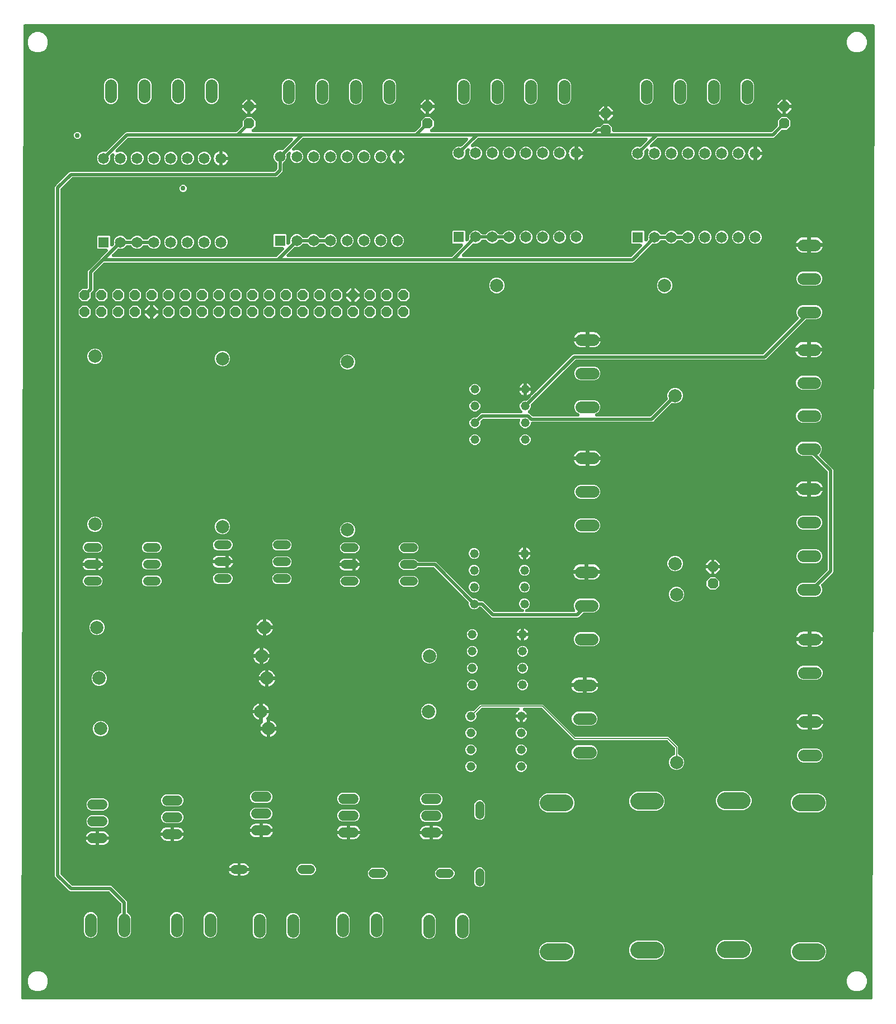
<source format=gbr>
G04 EAGLE Gerber RS-274X export*
G75*
%MOMM*%
%FSLAX34Y34*%
%LPD*%
%INBottom Copper*%
%IPPOS*%
%AMOC8*
5,1,8,0,0,1.08239X$1,22.5*%
G01*
%ADD10P,1.732040X8X292.500000*%
%ADD11C,1.320800*%
%ADD12C,2.540000*%
%ADD13C,1.790700*%
%ADD14C,1.320800*%
%ADD15C,1.524000*%
%ADD16P,1.649562X8X22.500000*%
%ADD17C,2.000000*%
%ADD18C,1.650000*%
%ADD19R,1.650000X1.650000*%
%ADD20P,1.732040X8X112.500000*%
%ADD21C,0.756400*%
%ADD22C,0.500000*%
%ADD23C,0.152400*%

G36*
X1231413Y-37835D02*
X1231413Y-37835D01*
X1231460Y-37837D01*
X1231635Y-37815D01*
X1231810Y-37799D01*
X1231856Y-37787D01*
X1231903Y-37781D01*
X1232071Y-37728D01*
X1232241Y-37681D01*
X1232284Y-37660D01*
X1232329Y-37646D01*
X1232484Y-37564D01*
X1232644Y-37488D01*
X1232682Y-37460D01*
X1232724Y-37438D01*
X1232863Y-37329D01*
X1233006Y-37226D01*
X1233039Y-37191D01*
X1233076Y-37162D01*
X1233193Y-37031D01*
X1233315Y-36904D01*
X1233341Y-36864D01*
X1233373Y-36829D01*
X1233465Y-36679D01*
X1233562Y-36532D01*
X1233581Y-36488D01*
X1233606Y-36447D01*
X1233669Y-36283D01*
X1233739Y-36121D01*
X1233750Y-36075D01*
X1233767Y-36031D01*
X1233801Y-35858D01*
X1233841Y-35686D01*
X1233843Y-35639D01*
X1233852Y-35592D01*
X1233865Y-35345D01*
X1236814Y1434635D01*
X1236809Y1434687D01*
X1236812Y1434740D01*
X1236790Y1434909D01*
X1236775Y1435080D01*
X1236761Y1435131D01*
X1236754Y1435183D01*
X1236702Y1435346D01*
X1236657Y1435511D01*
X1236635Y1435558D01*
X1236619Y1435608D01*
X1236539Y1435759D01*
X1236465Y1435914D01*
X1236434Y1435957D01*
X1236409Y1436003D01*
X1236304Y1436138D01*
X1236204Y1436276D01*
X1236166Y1436313D01*
X1236133Y1436354D01*
X1236005Y1436468D01*
X1235882Y1436587D01*
X1235838Y1436616D01*
X1235799Y1436651D01*
X1235653Y1436740D01*
X1235511Y1436835D01*
X1235462Y1436855D01*
X1235417Y1436883D01*
X1235258Y1436944D01*
X1235101Y1437012D01*
X1235050Y1437024D01*
X1235001Y1437043D01*
X1234832Y1437075D01*
X1234666Y1437114D01*
X1234613Y1437117D01*
X1234562Y1437127D01*
X1234315Y1437139D01*
X-49365Y1437139D01*
X-49413Y1437135D01*
X-49460Y1437137D01*
X-49635Y1437115D01*
X-49810Y1437099D01*
X-49856Y1437087D01*
X-49903Y1437081D01*
X-50071Y1437028D01*
X-50241Y1436981D01*
X-50284Y1436960D01*
X-50329Y1436946D01*
X-50484Y1436864D01*
X-50644Y1436788D01*
X-50682Y1436760D01*
X-50724Y1436738D01*
X-50863Y1436629D01*
X-51006Y1436526D01*
X-51039Y1436491D01*
X-51076Y1436462D01*
X-51193Y1436331D01*
X-51315Y1436204D01*
X-51341Y1436164D01*
X-51373Y1436129D01*
X-51465Y1435979D01*
X-51562Y1435832D01*
X-51581Y1435788D01*
X-51606Y1435747D01*
X-51669Y1435583D01*
X-51739Y1435421D01*
X-51750Y1435375D01*
X-51767Y1435331D01*
X-51801Y1435158D01*
X-51841Y1434986D01*
X-51843Y1434939D01*
X-51852Y1434892D01*
X-51865Y1434645D01*
X-54814Y-35335D01*
X-54809Y-35387D01*
X-54812Y-35440D01*
X-54790Y-35609D01*
X-54775Y-35780D01*
X-54761Y-35831D01*
X-54754Y-35883D01*
X-54702Y-36046D01*
X-54657Y-36211D01*
X-54635Y-36258D01*
X-54619Y-36308D01*
X-54539Y-36459D01*
X-54465Y-36614D01*
X-54434Y-36657D01*
X-54409Y-36703D01*
X-54304Y-36838D01*
X-54204Y-36976D01*
X-54166Y-37013D01*
X-54133Y-37054D01*
X-54005Y-37168D01*
X-53882Y-37287D01*
X-53838Y-37316D01*
X-53799Y-37351D01*
X-53653Y-37440D01*
X-53511Y-37535D01*
X-53462Y-37555D01*
X-53417Y-37583D01*
X-53258Y-37644D01*
X-53101Y-37712D01*
X-53050Y-37724D01*
X-53001Y-37743D01*
X-52832Y-37775D01*
X-52666Y-37814D01*
X-52613Y-37817D01*
X-52562Y-37827D01*
X-52315Y-37839D01*
X1231365Y-37839D01*
X1231413Y-37835D01*
G37*
%LPC*%
G36*
X98816Y55418D02*
X98816Y55418D01*
X94965Y57013D01*
X92017Y59961D01*
X90422Y63812D01*
X90422Y85888D01*
X92017Y89739D01*
X94965Y92687D01*
X95332Y92839D01*
X95338Y92842D01*
X95344Y92844D01*
X95535Y92945D01*
X95728Y93046D01*
X95733Y93050D01*
X95739Y93053D01*
X95909Y93187D01*
X96081Y93320D01*
X96085Y93325D01*
X96090Y93329D01*
X96233Y93490D01*
X96379Y93653D01*
X96382Y93659D01*
X96387Y93663D01*
X96498Y93846D01*
X96613Y94033D01*
X96615Y94040D01*
X96619Y94045D01*
X96697Y94248D01*
X96776Y94449D01*
X96777Y94456D01*
X96779Y94462D01*
X96820Y94676D01*
X96862Y94888D01*
X96862Y94894D01*
X96863Y94901D01*
X96875Y95148D01*
X96875Y106398D01*
X96859Y106584D01*
X96847Y106770D01*
X96839Y106806D01*
X96835Y106843D01*
X96786Y107023D01*
X96742Y107204D01*
X96727Y107237D01*
X96717Y107273D01*
X96636Y107442D01*
X96560Y107612D01*
X96540Y107643D01*
X96524Y107676D01*
X96414Y107827D01*
X96309Y107981D01*
X96275Y108019D01*
X96262Y108038D01*
X96235Y108063D01*
X96143Y108165D01*
X79065Y125243D01*
X78922Y125363D01*
X78782Y125487D01*
X78750Y125506D01*
X78722Y125530D01*
X78560Y125622D01*
X78401Y125719D01*
X78366Y125732D01*
X78334Y125750D01*
X78158Y125812D01*
X77984Y125879D01*
X77947Y125886D01*
X77912Y125899D01*
X77728Y125928D01*
X77545Y125963D01*
X77494Y125966D01*
X77471Y125969D01*
X77434Y125968D01*
X77298Y125975D01*
X19199Y125975D01*
X17720Y126588D01*
X16236Y128072D01*
X-3412Y147720D01*
X-4025Y149199D01*
X-4025Y1190801D01*
X-3412Y1192280D01*
X-1928Y1193764D01*
X16236Y1211928D01*
X17720Y1213412D01*
X19199Y1214025D01*
X327298Y1214025D01*
X327484Y1214041D01*
X327670Y1214053D01*
X327706Y1214061D01*
X327743Y1214065D01*
X327923Y1214114D01*
X328104Y1214158D01*
X328137Y1214173D01*
X328173Y1214183D01*
X328342Y1214264D01*
X328512Y1214340D01*
X328543Y1214360D01*
X328576Y1214376D01*
X328727Y1214486D01*
X328881Y1214591D01*
X328919Y1214625D01*
X328938Y1214638D01*
X328963Y1214665D01*
X329065Y1214757D01*
X331943Y1217635D01*
X332063Y1217778D01*
X332187Y1217918D01*
X332206Y1217950D01*
X332230Y1217978D01*
X332322Y1218140D01*
X332419Y1218299D01*
X332432Y1218334D01*
X332450Y1218366D01*
X332512Y1218542D01*
X332579Y1218716D01*
X332586Y1218753D01*
X332599Y1218788D01*
X332628Y1218972D01*
X332663Y1219155D01*
X332666Y1219206D01*
X332669Y1219229D01*
X332668Y1219266D01*
X332675Y1219402D01*
X332675Y1226317D01*
X332675Y1226324D01*
X332675Y1226330D01*
X332655Y1226544D01*
X332635Y1226762D01*
X332634Y1226768D01*
X332633Y1226775D01*
X332575Y1226981D01*
X332517Y1227193D01*
X332514Y1227199D01*
X332512Y1227205D01*
X332418Y1227398D01*
X332324Y1227595D01*
X332320Y1227601D01*
X332317Y1227607D01*
X332189Y1227782D01*
X332062Y1227957D01*
X332057Y1227962D01*
X332053Y1227967D01*
X331894Y1228119D01*
X331740Y1228267D01*
X331734Y1228270D01*
X331729Y1228275D01*
X331548Y1228394D01*
X331368Y1228514D01*
X331362Y1228517D01*
X331356Y1228520D01*
X331166Y1228610D01*
X328413Y1231363D01*
X326925Y1234956D01*
X326925Y1238844D01*
X328413Y1242437D01*
X331163Y1245187D01*
X334756Y1246675D01*
X338651Y1246675D01*
X338831Y1246620D01*
X339040Y1246554D01*
X339047Y1246553D01*
X339053Y1246551D01*
X339266Y1246526D01*
X339483Y1246499D01*
X339490Y1246499D01*
X339496Y1246498D01*
X339711Y1246511D01*
X339929Y1246523D01*
X339936Y1246525D01*
X339942Y1246525D01*
X340150Y1246576D01*
X340364Y1246627D01*
X340370Y1246629D01*
X340376Y1246631D01*
X340573Y1246718D01*
X340773Y1246806D01*
X340778Y1246809D01*
X340784Y1246812D01*
X340963Y1246934D01*
X341144Y1247055D01*
X341148Y1247059D01*
X341154Y1247063D01*
X341337Y1247229D01*
X355817Y1261709D01*
X355905Y1261814D01*
X355999Y1261912D01*
X356048Y1261985D01*
X356103Y1262052D01*
X356171Y1262170D01*
X356247Y1262284D01*
X356281Y1262364D01*
X356324Y1262440D01*
X356370Y1262569D01*
X356424Y1262695D01*
X356443Y1262779D01*
X356472Y1262861D01*
X356494Y1262997D01*
X356525Y1263130D01*
X356529Y1263216D01*
X356543Y1263302D01*
X356540Y1263439D01*
X356547Y1263576D01*
X356536Y1263662D01*
X356534Y1263749D01*
X356507Y1263883D01*
X356489Y1264019D01*
X356463Y1264102D01*
X356446Y1264187D01*
X356395Y1264314D01*
X356354Y1264444D01*
X356313Y1264521D01*
X356281Y1264602D01*
X356209Y1264718D01*
X356145Y1264839D01*
X356091Y1264907D01*
X356045Y1264981D01*
X355953Y1265083D01*
X355868Y1265190D01*
X355803Y1265248D01*
X355745Y1265312D01*
X355637Y1265396D01*
X355534Y1265487D01*
X355460Y1265532D01*
X355391Y1265585D01*
X355269Y1265648D01*
X355153Y1265719D01*
X355071Y1265750D01*
X354994Y1265790D01*
X354864Y1265830D01*
X354736Y1265879D01*
X354650Y1265896D01*
X354567Y1265921D01*
X354432Y1265937D01*
X354297Y1265963D01*
X354160Y1265970D01*
X354124Y1265974D01*
X354100Y1265973D01*
X354050Y1265975D01*
X108002Y1265975D01*
X107816Y1265959D01*
X107630Y1265947D01*
X107594Y1265939D01*
X107557Y1265935D01*
X107377Y1265886D01*
X107196Y1265842D01*
X107163Y1265827D01*
X107127Y1265817D01*
X106958Y1265736D01*
X106788Y1265660D01*
X106757Y1265640D01*
X106724Y1265624D01*
X106573Y1265514D01*
X106419Y1265409D01*
X106381Y1265375D01*
X106362Y1265362D01*
X106337Y1265335D01*
X106235Y1265243D01*
X88402Y1247410D01*
X88286Y1247272D01*
X88166Y1247138D01*
X88143Y1247101D01*
X88115Y1247067D01*
X88027Y1246911D01*
X87932Y1246757D01*
X87916Y1246717D01*
X87895Y1246679D01*
X87835Y1246509D01*
X87769Y1246341D01*
X87761Y1246299D01*
X87747Y1246257D01*
X87718Y1246080D01*
X87683Y1245903D01*
X87683Y1245859D01*
X87676Y1245816D01*
X87679Y1245637D01*
X87677Y1245456D01*
X87684Y1245413D01*
X87685Y1245370D01*
X87720Y1245193D01*
X87750Y1245016D01*
X87764Y1244975D01*
X87773Y1244932D01*
X87839Y1244765D01*
X87900Y1244595D01*
X87922Y1244557D01*
X87938Y1244517D01*
X88033Y1244364D01*
X88123Y1244208D01*
X88151Y1244174D01*
X88174Y1244138D01*
X88295Y1244004D01*
X88411Y1243866D01*
X88445Y1243839D01*
X88474Y1243806D01*
X88616Y1243697D01*
X88755Y1243582D01*
X88793Y1243560D01*
X88828Y1243534D01*
X88988Y1243451D01*
X89145Y1243363D01*
X89186Y1243349D01*
X89225Y1243329D01*
X89396Y1243276D01*
X89567Y1243217D01*
X89610Y1243210D01*
X89652Y1243198D01*
X89830Y1243176D01*
X90008Y1243149D01*
X90052Y1243150D01*
X90095Y1243145D01*
X90275Y1243155D01*
X90455Y1243160D01*
X90498Y1243169D01*
X90541Y1243171D01*
X90716Y1243214D01*
X90892Y1243251D01*
X90949Y1243271D01*
X90975Y1243277D01*
X91009Y1243292D01*
X91126Y1243334D01*
X93156Y1244175D01*
X97044Y1244175D01*
X100637Y1242687D01*
X103387Y1239937D01*
X104875Y1236344D01*
X104875Y1232456D01*
X103387Y1228863D01*
X100637Y1226113D01*
X97044Y1224625D01*
X93156Y1224625D01*
X89563Y1226113D01*
X86813Y1228863D01*
X85325Y1232456D01*
X85325Y1236344D01*
X86166Y1238374D01*
X86192Y1238456D01*
X86209Y1238496D01*
X86222Y1238553D01*
X86280Y1238716D01*
X86287Y1238759D01*
X86300Y1238801D01*
X86322Y1238979D01*
X86350Y1239157D01*
X86350Y1239201D01*
X86355Y1239244D01*
X86345Y1239424D01*
X86341Y1239604D01*
X86333Y1239647D01*
X86331Y1239690D01*
X86289Y1239866D01*
X86253Y1240042D01*
X86237Y1240082D01*
X86227Y1240125D01*
X86155Y1240290D01*
X86088Y1240457D01*
X86065Y1240494D01*
X86048Y1240534D01*
X85947Y1240684D01*
X85852Y1240836D01*
X85823Y1240868D01*
X85799Y1240905D01*
X85674Y1241034D01*
X85552Y1241167D01*
X85518Y1241194D01*
X85488Y1241225D01*
X85341Y1241330D01*
X85198Y1241440D01*
X85160Y1241460D01*
X85124Y1241485D01*
X84962Y1241562D01*
X84802Y1241645D01*
X84760Y1241658D01*
X84721Y1241676D01*
X84547Y1241723D01*
X84375Y1241776D01*
X84331Y1241781D01*
X84289Y1241793D01*
X84110Y1241808D01*
X83931Y1241829D01*
X83888Y1241826D01*
X83844Y1241830D01*
X83665Y1241813D01*
X83485Y1241802D01*
X83443Y1241792D01*
X83400Y1241788D01*
X83225Y1241739D01*
X83051Y1241697D01*
X83012Y1241679D01*
X82969Y1241667D01*
X82807Y1241588D01*
X82643Y1241515D01*
X82607Y1241491D01*
X82568Y1241472D01*
X82423Y1241366D01*
X82273Y1241264D01*
X82229Y1241224D01*
X82207Y1241208D01*
X82182Y1241181D01*
X82090Y1241098D01*
X80029Y1239037D01*
X80025Y1239032D01*
X80020Y1239028D01*
X79881Y1238859D01*
X79743Y1238695D01*
X79740Y1238689D01*
X79735Y1238684D01*
X79628Y1238492D01*
X79522Y1238306D01*
X79520Y1238300D01*
X79517Y1238294D01*
X79446Y1238090D01*
X79374Y1237885D01*
X79373Y1237878D01*
X79371Y1237872D01*
X79338Y1237659D01*
X79303Y1237444D01*
X79303Y1237437D01*
X79302Y1237431D01*
X79308Y1237214D01*
X79312Y1236997D01*
X79313Y1236991D01*
X79314Y1236984D01*
X79358Y1236769D01*
X79400Y1236559D01*
X79403Y1236553D01*
X79404Y1236547D01*
X79475Y1236349D01*
X79475Y1232456D01*
X77987Y1228863D01*
X75237Y1226113D01*
X71644Y1224625D01*
X67756Y1224625D01*
X64163Y1226113D01*
X61413Y1228863D01*
X59925Y1232456D01*
X59925Y1236344D01*
X61413Y1239937D01*
X64163Y1242687D01*
X67756Y1244175D01*
X71651Y1244175D01*
X71831Y1244119D01*
X72040Y1244054D01*
X72046Y1244053D01*
X72053Y1244051D01*
X72268Y1244025D01*
X72483Y1243999D01*
X72490Y1243999D01*
X72496Y1243998D01*
X72713Y1244011D01*
X72929Y1244023D01*
X72936Y1244025D01*
X72942Y1244025D01*
X73151Y1244076D01*
X73364Y1244126D01*
X73370Y1244129D01*
X73376Y1244131D01*
X73574Y1244219D01*
X73773Y1244306D01*
X73778Y1244309D01*
X73784Y1244312D01*
X73965Y1244434D01*
X74144Y1244555D01*
X74148Y1244559D01*
X74154Y1244563D01*
X74337Y1244729D01*
X101536Y1271928D01*
X101537Y1271928D01*
X103020Y1273412D01*
X104499Y1274025D01*
X269998Y1274025D01*
X270184Y1274041D01*
X270370Y1274053D01*
X270406Y1274061D01*
X270443Y1274065D01*
X270623Y1274114D01*
X270804Y1274158D01*
X270837Y1274173D01*
X270873Y1274183D01*
X271042Y1274264D01*
X271212Y1274340D01*
X271243Y1274360D01*
X271276Y1274376D01*
X271427Y1274486D01*
X271581Y1274591D01*
X271619Y1274625D01*
X271638Y1274638D01*
X271663Y1274665D01*
X271765Y1274757D01*
X279742Y1282734D01*
X279862Y1282877D01*
X279986Y1283017D01*
X280005Y1283049D01*
X280029Y1283077D01*
X280121Y1283239D01*
X280218Y1283398D01*
X280231Y1283433D01*
X280249Y1283465D01*
X280311Y1283641D01*
X280378Y1283815D01*
X280385Y1283852D01*
X280398Y1283887D01*
X280427Y1284071D01*
X280462Y1284254D01*
X280465Y1284304D01*
X280468Y1284328D01*
X280467Y1284365D01*
X280474Y1284501D01*
X280474Y1291246D01*
X286054Y1296826D01*
X293946Y1296826D01*
X299526Y1291246D01*
X299526Y1283354D01*
X294463Y1278291D01*
X294375Y1278186D01*
X294280Y1278088D01*
X294232Y1278015D01*
X294176Y1277948D01*
X294109Y1277830D01*
X294033Y1277716D01*
X293998Y1277636D01*
X293955Y1277560D01*
X293910Y1277431D01*
X293856Y1277305D01*
X293836Y1277221D01*
X293807Y1277139D01*
X293786Y1277003D01*
X293755Y1276870D01*
X293750Y1276784D01*
X293737Y1276698D01*
X293739Y1276561D01*
X293733Y1276424D01*
X293744Y1276338D01*
X293746Y1276251D01*
X293773Y1276117D01*
X293790Y1275981D01*
X293817Y1275898D01*
X293834Y1275813D01*
X293884Y1275686D01*
X293926Y1275556D01*
X293967Y1275479D01*
X293999Y1275398D01*
X294071Y1275282D01*
X294135Y1275161D01*
X294189Y1275093D01*
X294235Y1275019D01*
X294327Y1274917D01*
X294411Y1274810D01*
X294476Y1274752D01*
X294535Y1274688D01*
X294643Y1274604D01*
X294745Y1274513D01*
X294820Y1274468D01*
X294889Y1274415D01*
X295010Y1274352D01*
X295127Y1274281D01*
X295208Y1274250D01*
X295285Y1274210D01*
X295416Y1274170D01*
X295544Y1274121D01*
X295629Y1274104D01*
X295712Y1274079D01*
X295848Y1274063D01*
X295983Y1274037D01*
X296119Y1274030D01*
X296156Y1274026D01*
X296179Y1274027D01*
X296230Y1274025D01*
X539998Y1274025D01*
X540184Y1274041D01*
X540370Y1274053D01*
X540406Y1274061D01*
X540443Y1274065D01*
X540623Y1274114D01*
X540804Y1274158D01*
X540837Y1274173D01*
X540873Y1274183D01*
X541042Y1274264D01*
X541212Y1274340D01*
X541243Y1274360D01*
X541276Y1274376D01*
X541427Y1274486D01*
X541581Y1274591D01*
X541619Y1274625D01*
X541638Y1274638D01*
X541663Y1274665D01*
X541765Y1274757D01*
X549742Y1282734D01*
X549862Y1282877D01*
X549986Y1283017D01*
X550005Y1283049D01*
X550029Y1283077D01*
X550121Y1283239D01*
X550218Y1283398D01*
X550231Y1283433D01*
X550249Y1283465D01*
X550311Y1283641D01*
X550378Y1283815D01*
X550385Y1283852D01*
X550398Y1283887D01*
X550427Y1284071D01*
X550462Y1284254D01*
X550465Y1284304D01*
X550468Y1284328D01*
X550467Y1284365D01*
X550474Y1284501D01*
X550474Y1291246D01*
X556054Y1296826D01*
X563946Y1296826D01*
X569526Y1291246D01*
X569526Y1283354D01*
X564463Y1278291D01*
X564375Y1278186D01*
X564280Y1278088D01*
X564232Y1278015D01*
X564176Y1277948D01*
X564109Y1277830D01*
X564033Y1277716D01*
X563998Y1277636D01*
X563955Y1277560D01*
X563910Y1277431D01*
X563856Y1277305D01*
X563836Y1277221D01*
X563807Y1277139D01*
X563786Y1277003D01*
X563755Y1276870D01*
X563750Y1276784D01*
X563737Y1276698D01*
X563739Y1276561D01*
X563733Y1276424D01*
X563744Y1276338D01*
X563746Y1276251D01*
X563773Y1276117D01*
X563790Y1275981D01*
X563817Y1275898D01*
X563834Y1275813D01*
X563884Y1275686D01*
X563926Y1275556D01*
X563967Y1275479D01*
X563999Y1275398D01*
X564071Y1275282D01*
X564135Y1275161D01*
X564189Y1275093D01*
X564235Y1275019D01*
X564327Y1274917D01*
X564411Y1274810D01*
X564476Y1274752D01*
X564535Y1274688D01*
X564643Y1274604D01*
X564745Y1274513D01*
X564820Y1274468D01*
X564889Y1274415D01*
X565010Y1274352D01*
X565127Y1274281D01*
X565208Y1274250D01*
X565285Y1274210D01*
X565416Y1274170D01*
X565544Y1274121D01*
X565629Y1274104D01*
X565712Y1274079D01*
X565848Y1274063D01*
X565983Y1274037D01*
X566119Y1274030D01*
X566156Y1274026D01*
X566179Y1274027D01*
X566230Y1274025D01*
X807298Y1274025D01*
X807484Y1274041D01*
X807670Y1274053D01*
X807706Y1274061D01*
X807743Y1274065D01*
X807923Y1274114D01*
X808104Y1274158D01*
X808137Y1274173D01*
X808173Y1274183D01*
X808342Y1274264D01*
X808512Y1274340D01*
X808543Y1274360D01*
X808576Y1274376D01*
X808727Y1274486D01*
X808881Y1274591D01*
X808919Y1274625D01*
X808938Y1274638D01*
X808963Y1274665D01*
X809065Y1274757D01*
X815020Y1280712D01*
X816499Y1281325D01*
X819518Y1281325D01*
X819704Y1281341D01*
X819890Y1281353D01*
X819926Y1281361D01*
X819963Y1281365D01*
X820143Y1281414D01*
X820324Y1281458D01*
X820358Y1281473D01*
X820394Y1281483D01*
X820562Y1281564D01*
X820732Y1281640D01*
X820763Y1281660D01*
X820796Y1281676D01*
X820947Y1281786D01*
X821102Y1281891D01*
X821139Y1281925D01*
X821158Y1281938D01*
X821184Y1281965D01*
X821285Y1282057D01*
X826054Y1286826D01*
X833946Y1286826D01*
X839526Y1281246D01*
X839526Y1276524D01*
X839530Y1276474D01*
X839528Y1276424D01*
X839550Y1276252D01*
X839566Y1276079D01*
X839579Y1276031D01*
X839585Y1275981D01*
X839638Y1275816D01*
X839684Y1275648D01*
X839706Y1275603D01*
X839721Y1275556D01*
X839802Y1275402D01*
X839877Y1275246D01*
X839907Y1275205D01*
X839930Y1275161D01*
X840037Y1275024D01*
X840139Y1274884D01*
X840175Y1274849D01*
X840206Y1274810D01*
X840336Y1274694D01*
X840461Y1274574D01*
X840503Y1274547D01*
X840541Y1274513D01*
X840689Y1274423D01*
X840833Y1274327D01*
X840879Y1274307D01*
X840922Y1274281D01*
X841084Y1274219D01*
X841244Y1274150D01*
X841292Y1274139D01*
X841339Y1274121D01*
X841510Y1274088D01*
X841679Y1274049D01*
X841729Y1274046D01*
X841778Y1274037D01*
X842025Y1274025D01*
X1079998Y1274025D01*
X1080184Y1274041D01*
X1080370Y1274053D01*
X1080406Y1274061D01*
X1080443Y1274065D01*
X1080623Y1274114D01*
X1080804Y1274158D01*
X1080837Y1274173D01*
X1080873Y1274183D01*
X1081042Y1274264D01*
X1081212Y1274340D01*
X1081243Y1274360D01*
X1081276Y1274376D01*
X1081427Y1274486D01*
X1081581Y1274591D01*
X1081619Y1274625D01*
X1081638Y1274638D01*
X1081663Y1274665D01*
X1081765Y1274757D01*
X1089742Y1282734D01*
X1089862Y1282877D01*
X1089986Y1283017D01*
X1090005Y1283049D01*
X1090029Y1283077D01*
X1090121Y1283239D01*
X1090218Y1283398D01*
X1090231Y1283433D01*
X1090249Y1283465D01*
X1090311Y1283641D01*
X1090378Y1283815D01*
X1090385Y1283852D01*
X1090398Y1283887D01*
X1090427Y1284071D01*
X1090462Y1284254D01*
X1090465Y1284305D01*
X1090468Y1284328D01*
X1090467Y1284365D01*
X1090474Y1284501D01*
X1090474Y1291246D01*
X1096054Y1296826D01*
X1103946Y1296826D01*
X1109526Y1291246D01*
X1109526Y1283354D01*
X1103946Y1277774D01*
X1097201Y1277774D01*
X1097015Y1277758D01*
X1096829Y1277746D01*
X1096793Y1277738D01*
X1096756Y1277734D01*
X1096576Y1277685D01*
X1096395Y1277641D01*
X1096362Y1277626D01*
X1096326Y1277616D01*
X1096157Y1277535D01*
X1095987Y1277459D01*
X1095956Y1277439D01*
X1095923Y1277423D01*
X1095772Y1277313D01*
X1095618Y1277208D01*
X1095580Y1277174D01*
X1095561Y1277161D01*
X1095536Y1277134D01*
X1095434Y1277042D01*
X1084980Y1266588D01*
X1083501Y1265975D01*
X909202Y1265975D01*
X909016Y1265959D01*
X908830Y1265947D01*
X908794Y1265939D01*
X908757Y1265935D01*
X908577Y1265886D01*
X908396Y1265842D01*
X908363Y1265827D01*
X908327Y1265817D01*
X908158Y1265736D01*
X907988Y1265660D01*
X907957Y1265640D01*
X907924Y1265624D01*
X907773Y1265514D01*
X907619Y1265409D01*
X907581Y1265375D01*
X907562Y1265362D01*
X907537Y1265335D01*
X907435Y1265243D01*
X897102Y1254910D01*
X896987Y1254772D01*
X896866Y1254638D01*
X896843Y1254601D01*
X896816Y1254567D01*
X896727Y1254411D01*
X896632Y1254257D01*
X896616Y1254217D01*
X896595Y1254179D01*
X896535Y1254009D01*
X896469Y1253841D01*
X896461Y1253799D01*
X896447Y1253757D01*
X896418Y1253580D01*
X896383Y1253403D01*
X896383Y1253359D01*
X896376Y1253316D01*
X896379Y1253137D01*
X896377Y1252956D01*
X896384Y1252913D01*
X896385Y1252870D01*
X896420Y1252693D01*
X896450Y1252516D01*
X896464Y1252475D01*
X896473Y1252432D01*
X896540Y1252264D01*
X896600Y1252095D01*
X896622Y1252057D01*
X896638Y1252017D01*
X896733Y1251864D01*
X896823Y1251708D01*
X896851Y1251674D01*
X896874Y1251638D01*
X896995Y1251504D01*
X897111Y1251366D01*
X897145Y1251339D01*
X897174Y1251306D01*
X897317Y1251196D01*
X897455Y1251082D01*
X897493Y1251061D01*
X897528Y1251034D01*
X897688Y1250951D01*
X897845Y1250863D01*
X897886Y1250849D01*
X897925Y1250829D01*
X898097Y1250776D01*
X898267Y1250717D01*
X898310Y1250710D01*
X898352Y1250698D01*
X898530Y1250676D01*
X898708Y1250649D01*
X898752Y1250650D01*
X898795Y1250645D01*
X898975Y1250655D01*
X899155Y1250660D01*
X899198Y1250669D01*
X899241Y1250671D01*
X899416Y1250714D01*
X899592Y1250751D01*
X899649Y1250771D01*
X899675Y1250777D01*
X899709Y1250792D01*
X899826Y1250834D01*
X901856Y1251675D01*
X905744Y1251675D01*
X909337Y1250187D01*
X912087Y1247437D01*
X913575Y1243844D01*
X913575Y1239956D01*
X912087Y1236363D01*
X909337Y1233613D01*
X905744Y1232125D01*
X901856Y1232125D01*
X898263Y1233613D01*
X895513Y1236363D01*
X894025Y1239956D01*
X894025Y1243844D01*
X894866Y1245874D01*
X894892Y1245955D01*
X894908Y1245994D01*
X894921Y1246049D01*
X894980Y1246216D01*
X894987Y1246259D01*
X895000Y1246301D01*
X895022Y1246479D01*
X895050Y1246657D01*
X895050Y1246701D01*
X895055Y1246744D01*
X895045Y1246924D01*
X895041Y1247104D01*
X895033Y1247146D01*
X895030Y1247190D01*
X894989Y1247365D01*
X894953Y1247542D01*
X894937Y1247582D01*
X894927Y1247625D01*
X894855Y1247789D01*
X894788Y1247957D01*
X894765Y1247994D01*
X894748Y1248034D01*
X894648Y1248183D01*
X894552Y1248336D01*
X894523Y1248368D01*
X894499Y1248405D01*
X894373Y1248534D01*
X894252Y1248667D01*
X894218Y1248694D01*
X894188Y1248725D01*
X894041Y1248830D01*
X893898Y1248940D01*
X893860Y1248960D01*
X893824Y1248985D01*
X893661Y1249062D01*
X893502Y1249145D01*
X893460Y1249158D01*
X893421Y1249176D01*
X893247Y1249223D01*
X893075Y1249276D01*
X893031Y1249281D01*
X892989Y1249292D01*
X892810Y1249308D01*
X892631Y1249329D01*
X892588Y1249326D01*
X892544Y1249330D01*
X892365Y1249313D01*
X892185Y1249302D01*
X892143Y1249292D01*
X892099Y1249288D01*
X891926Y1249239D01*
X891751Y1249197D01*
X891711Y1249179D01*
X891669Y1249167D01*
X891508Y1249088D01*
X891343Y1249015D01*
X891307Y1248991D01*
X891268Y1248972D01*
X891122Y1248865D01*
X890973Y1248764D01*
X890929Y1248724D01*
X890907Y1248708D01*
X890881Y1248681D01*
X890790Y1248598D01*
X888729Y1246537D01*
X888725Y1246532D01*
X888720Y1246528D01*
X888584Y1246363D01*
X888443Y1246195D01*
X888440Y1246189D01*
X888435Y1246184D01*
X888329Y1245994D01*
X888222Y1245806D01*
X888220Y1245800D01*
X888217Y1245794D01*
X888145Y1245588D01*
X888074Y1245385D01*
X888073Y1245378D01*
X888071Y1245372D01*
X888037Y1245156D01*
X888003Y1244944D01*
X888003Y1244937D01*
X888002Y1244931D01*
X888008Y1244712D01*
X888012Y1244497D01*
X888013Y1244491D01*
X888014Y1244484D01*
X888058Y1244269D01*
X888100Y1244059D01*
X888103Y1244053D01*
X888104Y1244047D01*
X888175Y1243849D01*
X888175Y1239956D01*
X886687Y1236363D01*
X883937Y1233613D01*
X880344Y1232125D01*
X876456Y1232125D01*
X872863Y1233613D01*
X870113Y1236363D01*
X868625Y1239956D01*
X868625Y1243844D01*
X870113Y1247437D01*
X872863Y1250187D01*
X876456Y1251675D01*
X880351Y1251675D01*
X880531Y1251620D01*
X880740Y1251554D01*
X880747Y1251553D01*
X880753Y1251551D01*
X880966Y1251526D01*
X881183Y1251499D01*
X881190Y1251499D01*
X881196Y1251498D01*
X881411Y1251511D01*
X881629Y1251523D01*
X881636Y1251525D01*
X881642Y1251525D01*
X881850Y1251576D01*
X882064Y1251627D01*
X882070Y1251629D01*
X882076Y1251631D01*
X882273Y1251718D01*
X882473Y1251806D01*
X882478Y1251809D01*
X882484Y1251812D01*
X882666Y1251935D01*
X882844Y1252055D01*
X882848Y1252059D01*
X882854Y1252063D01*
X883037Y1252229D01*
X892517Y1261709D01*
X892605Y1261814D01*
X892699Y1261912D01*
X892748Y1261985D01*
X892803Y1262052D01*
X892871Y1262170D01*
X892947Y1262284D01*
X892981Y1262364D01*
X893024Y1262440D01*
X893070Y1262569D01*
X893124Y1262695D01*
X893143Y1262779D01*
X893172Y1262861D01*
X893194Y1262997D01*
X893225Y1263130D01*
X893229Y1263216D01*
X893243Y1263302D01*
X893240Y1263439D01*
X893247Y1263576D01*
X893236Y1263662D01*
X893234Y1263749D01*
X893207Y1263883D01*
X893189Y1264019D01*
X893163Y1264102D01*
X893146Y1264187D01*
X893095Y1264314D01*
X893054Y1264444D01*
X893013Y1264521D01*
X892981Y1264602D01*
X892909Y1264718D01*
X892845Y1264839D01*
X892791Y1264907D01*
X892745Y1264981D01*
X892653Y1265083D01*
X892568Y1265190D01*
X892503Y1265248D01*
X892445Y1265312D01*
X892337Y1265396D01*
X892234Y1265487D01*
X892160Y1265532D01*
X892091Y1265585D01*
X891969Y1265648D01*
X891853Y1265719D01*
X891771Y1265750D01*
X891694Y1265790D01*
X891564Y1265830D01*
X891436Y1265879D01*
X891350Y1265896D01*
X891267Y1265921D01*
X891132Y1265937D01*
X890997Y1265963D01*
X890860Y1265970D01*
X890824Y1265974D01*
X890800Y1265973D01*
X890750Y1265975D01*
X637702Y1265975D01*
X637516Y1265959D01*
X637330Y1265947D01*
X637294Y1265939D01*
X637257Y1265935D01*
X637077Y1265886D01*
X636896Y1265842D01*
X636863Y1265827D01*
X636827Y1265817D01*
X636658Y1265736D01*
X636488Y1265660D01*
X636457Y1265640D01*
X636424Y1265624D01*
X636273Y1265514D01*
X636119Y1265409D01*
X636081Y1265375D01*
X636062Y1265362D01*
X636037Y1265335D01*
X635935Y1265243D01*
X626102Y1255410D01*
X625987Y1255272D01*
X625866Y1255138D01*
X625843Y1255101D01*
X625816Y1255067D01*
X625727Y1254911D01*
X625632Y1254757D01*
X625616Y1254717D01*
X625595Y1254679D01*
X625535Y1254508D01*
X625469Y1254341D01*
X625461Y1254299D01*
X625447Y1254257D01*
X625418Y1254080D01*
X625383Y1253903D01*
X625383Y1253859D01*
X625376Y1253816D01*
X625379Y1253637D01*
X625377Y1253456D01*
X625384Y1253413D01*
X625385Y1253370D01*
X625420Y1253193D01*
X625450Y1253016D01*
X625464Y1252975D01*
X625473Y1252932D01*
X625540Y1252764D01*
X625600Y1252595D01*
X625622Y1252557D01*
X625638Y1252517D01*
X625733Y1252364D01*
X625823Y1252208D01*
X625851Y1252174D01*
X625874Y1252138D01*
X625995Y1252004D01*
X626111Y1251866D01*
X626145Y1251839D01*
X626174Y1251806D01*
X626317Y1251696D01*
X626455Y1251582D01*
X626493Y1251561D01*
X626528Y1251534D01*
X626688Y1251451D01*
X626845Y1251363D01*
X626886Y1251349D01*
X626925Y1251329D01*
X627097Y1251276D01*
X627267Y1251217D01*
X627310Y1251210D01*
X627352Y1251198D01*
X627530Y1251176D01*
X627708Y1251149D01*
X627752Y1251150D01*
X627795Y1251145D01*
X627975Y1251155D01*
X628155Y1251160D01*
X628198Y1251169D01*
X628241Y1251171D01*
X628416Y1251214D01*
X628592Y1251251D01*
X628649Y1251271D01*
X628675Y1251277D01*
X628709Y1251292D01*
X628826Y1251334D01*
X630856Y1252175D01*
X634744Y1252175D01*
X638337Y1250687D01*
X641087Y1247937D01*
X642575Y1244344D01*
X642575Y1240456D01*
X641087Y1236863D01*
X638337Y1234113D01*
X634744Y1232625D01*
X630856Y1232625D01*
X627263Y1234113D01*
X624513Y1236863D01*
X623025Y1240456D01*
X623025Y1244344D01*
X623866Y1246374D01*
X623920Y1246546D01*
X623980Y1246716D01*
X623987Y1246759D01*
X624000Y1246801D01*
X624022Y1246979D01*
X624050Y1247157D01*
X624050Y1247201D01*
X624055Y1247244D01*
X624045Y1247424D01*
X624041Y1247604D01*
X624033Y1247646D01*
X624030Y1247690D01*
X623989Y1247866D01*
X623953Y1248042D01*
X623937Y1248082D01*
X623927Y1248125D01*
X623855Y1248289D01*
X623788Y1248457D01*
X623765Y1248494D01*
X623748Y1248534D01*
X623647Y1248683D01*
X623552Y1248836D01*
X623523Y1248868D01*
X623499Y1248905D01*
X623373Y1249034D01*
X623252Y1249167D01*
X623218Y1249194D01*
X623188Y1249225D01*
X623041Y1249330D01*
X622898Y1249440D01*
X622860Y1249460D01*
X622824Y1249485D01*
X622662Y1249562D01*
X622502Y1249645D01*
X622460Y1249658D01*
X622421Y1249676D01*
X622246Y1249723D01*
X622075Y1249776D01*
X622031Y1249781D01*
X621989Y1249792D01*
X621810Y1249808D01*
X621631Y1249829D01*
X621588Y1249826D01*
X621544Y1249830D01*
X621365Y1249813D01*
X621185Y1249802D01*
X621143Y1249792D01*
X621099Y1249788D01*
X620926Y1249739D01*
X620751Y1249697D01*
X620711Y1249679D01*
X620669Y1249667D01*
X620508Y1249589D01*
X620343Y1249515D01*
X620307Y1249491D01*
X620268Y1249472D01*
X620123Y1249366D01*
X619973Y1249264D01*
X619929Y1249224D01*
X619907Y1249208D01*
X619882Y1249181D01*
X619790Y1249098D01*
X617729Y1247037D01*
X617725Y1247032D01*
X617720Y1247028D01*
X617581Y1246860D01*
X617443Y1246695D01*
X617440Y1246689D01*
X617435Y1246684D01*
X617328Y1246492D01*
X617222Y1246306D01*
X617220Y1246300D01*
X617217Y1246294D01*
X617145Y1246088D01*
X617074Y1245885D01*
X617073Y1245878D01*
X617071Y1245872D01*
X617037Y1245657D01*
X617003Y1245444D01*
X617003Y1245437D01*
X617002Y1245431D01*
X617008Y1245212D01*
X617012Y1244997D01*
X617013Y1244991D01*
X617014Y1244984D01*
X617059Y1244766D01*
X617100Y1244559D01*
X617103Y1244553D01*
X617104Y1244547D01*
X617175Y1244349D01*
X617175Y1240456D01*
X615687Y1236863D01*
X612937Y1234113D01*
X609344Y1232625D01*
X605456Y1232625D01*
X601863Y1234113D01*
X599113Y1236863D01*
X597625Y1240456D01*
X597625Y1244344D01*
X599113Y1247937D01*
X601863Y1250687D01*
X605456Y1252175D01*
X609351Y1252175D01*
X609529Y1252120D01*
X609740Y1252054D01*
X609747Y1252053D01*
X609753Y1252051D01*
X609965Y1252026D01*
X610183Y1251999D01*
X610190Y1251999D01*
X610196Y1251998D01*
X610411Y1252011D01*
X610629Y1252023D01*
X610636Y1252025D01*
X610642Y1252025D01*
X610851Y1252076D01*
X611064Y1252127D01*
X611070Y1252129D01*
X611076Y1252131D01*
X611274Y1252219D01*
X611473Y1252306D01*
X611478Y1252309D01*
X611484Y1252312D01*
X611666Y1252435D01*
X611844Y1252555D01*
X611848Y1252559D01*
X611854Y1252563D01*
X612037Y1252729D01*
X621017Y1261709D01*
X621105Y1261814D01*
X621199Y1261912D01*
X621248Y1261985D01*
X621303Y1262052D01*
X621371Y1262170D01*
X621447Y1262284D01*
X621481Y1262364D01*
X621524Y1262440D01*
X621570Y1262569D01*
X621624Y1262695D01*
X621643Y1262779D01*
X621672Y1262861D01*
X621694Y1262997D01*
X621725Y1263130D01*
X621729Y1263216D01*
X621743Y1263302D01*
X621740Y1263439D01*
X621747Y1263576D01*
X621736Y1263662D01*
X621734Y1263749D01*
X621707Y1263883D01*
X621689Y1264019D01*
X621663Y1264102D01*
X621646Y1264187D01*
X621595Y1264314D01*
X621554Y1264444D01*
X621513Y1264521D01*
X621481Y1264602D01*
X621409Y1264718D01*
X621345Y1264839D01*
X621291Y1264908D01*
X621245Y1264981D01*
X621153Y1265083D01*
X621068Y1265190D01*
X621003Y1265248D01*
X620945Y1265312D01*
X620837Y1265396D01*
X620734Y1265487D01*
X620660Y1265532D01*
X620591Y1265585D01*
X620469Y1265648D01*
X620353Y1265719D01*
X620271Y1265750D01*
X620194Y1265790D01*
X620064Y1265830D01*
X619936Y1265879D01*
X619850Y1265896D01*
X619767Y1265921D01*
X619632Y1265937D01*
X619497Y1265963D01*
X619360Y1265970D01*
X619324Y1265974D01*
X619300Y1265973D01*
X619250Y1265975D01*
X372502Y1265975D01*
X372316Y1265959D01*
X372130Y1265947D01*
X372094Y1265939D01*
X372057Y1265935D01*
X371877Y1265886D01*
X371696Y1265842D01*
X371663Y1265827D01*
X371627Y1265817D01*
X371458Y1265736D01*
X371288Y1265660D01*
X371257Y1265640D01*
X371224Y1265624D01*
X371073Y1265514D01*
X370919Y1265409D01*
X370881Y1265375D01*
X370862Y1265362D01*
X370837Y1265335D01*
X370735Y1265243D01*
X355402Y1249910D01*
X355286Y1249772D01*
X355166Y1249638D01*
X355143Y1249601D01*
X355116Y1249567D01*
X355027Y1249411D01*
X354932Y1249257D01*
X354916Y1249217D01*
X354895Y1249179D01*
X354835Y1249009D01*
X354769Y1248841D01*
X354761Y1248799D01*
X354747Y1248757D01*
X354718Y1248580D01*
X354683Y1248403D01*
X354683Y1248359D01*
X354676Y1248316D01*
X354679Y1248136D01*
X354677Y1247956D01*
X354684Y1247913D01*
X354685Y1247870D01*
X354720Y1247693D01*
X354750Y1247516D01*
X354764Y1247475D01*
X354773Y1247432D01*
X354840Y1247264D01*
X354900Y1247095D01*
X354922Y1247057D01*
X354938Y1247017D01*
X355033Y1246864D01*
X355123Y1246708D01*
X355151Y1246674D01*
X355174Y1246638D01*
X355295Y1246504D01*
X355411Y1246366D01*
X355445Y1246339D01*
X355474Y1246306D01*
X355617Y1246196D01*
X355755Y1246082D01*
X355793Y1246061D01*
X355828Y1246034D01*
X355988Y1245951D01*
X356145Y1245863D01*
X356186Y1245849D01*
X356225Y1245829D01*
X356397Y1245776D01*
X356567Y1245717D01*
X356610Y1245710D01*
X356652Y1245698D01*
X356830Y1245676D01*
X357008Y1245649D01*
X357052Y1245650D01*
X357095Y1245645D01*
X357275Y1245655D01*
X357455Y1245660D01*
X357498Y1245669D01*
X357541Y1245671D01*
X357716Y1245714D01*
X357892Y1245751D01*
X357949Y1245771D01*
X357975Y1245777D01*
X358009Y1245792D01*
X358126Y1245834D01*
X360156Y1246675D01*
X364044Y1246675D01*
X367637Y1245187D01*
X370387Y1242437D01*
X371875Y1238844D01*
X371875Y1234956D01*
X370387Y1231363D01*
X367637Y1228613D01*
X364044Y1227125D01*
X360156Y1227125D01*
X356563Y1228613D01*
X353813Y1231363D01*
X352325Y1234956D01*
X352325Y1238844D01*
X353166Y1240874D01*
X353192Y1240956D01*
X353209Y1240995D01*
X353222Y1241051D01*
X353280Y1241216D01*
X353287Y1241259D01*
X353300Y1241301D01*
X353322Y1241479D01*
X353350Y1241657D01*
X353350Y1241701D01*
X353355Y1241744D01*
X353345Y1241924D01*
X353341Y1242104D01*
X353333Y1242146D01*
X353330Y1242190D01*
X353289Y1242365D01*
X353253Y1242542D01*
X353237Y1242582D01*
X353227Y1242625D01*
X353155Y1242788D01*
X353088Y1242957D01*
X353065Y1242994D01*
X353048Y1243034D01*
X352948Y1243183D01*
X352852Y1243336D01*
X352823Y1243368D01*
X352799Y1243405D01*
X352673Y1243534D01*
X352552Y1243667D01*
X352518Y1243694D01*
X352488Y1243725D01*
X352341Y1243830D01*
X352198Y1243940D01*
X352160Y1243960D01*
X352124Y1243985D01*
X351961Y1244062D01*
X351802Y1244145D01*
X351760Y1244158D01*
X351721Y1244176D01*
X351547Y1244223D01*
X351375Y1244276D01*
X351331Y1244281D01*
X351289Y1244292D01*
X351110Y1244308D01*
X350931Y1244329D01*
X350888Y1244326D01*
X350844Y1244330D01*
X350665Y1244313D01*
X350485Y1244302D01*
X350443Y1244292D01*
X350399Y1244288D01*
X350226Y1244239D01*
X350051Y1244197D01*
X350011Y1244179D01*
X349969Y1244167D01*
X349808Y1244088D01*
X349643Y1244015D01*
X349607Y1243991D01*
X349568Y1243972D01*
X349422Y1243865D01*
X349273Y1243764D01*
X349229Y1243724D01*
X349207Y1243708D01*
X349181Y1243681D01*
X349090Y1243598D01*
X347029Y1241537D01*
X347025Y1241532D01*
X347020Y1241528D01*
X346884Y1241363D01*
X346743Y1241195D01*
X346740Y1241189D01*
X346735Y1241184D01*
X346629Y1240995D01*
X346522Y1240806D01*
X346520Y1240800D01*
X346517Y1240794D01*
X346445Y1240586D01*
X346374Y1240385D01*
X346373Y1240378D01*
X346371Y1240372D01*
X346338Y1240158D01*
X346303Y1239944D01*
X346303Y1239937D01*
X346302Y1239931D01*
X346308Y1239711D01*
X346312Y1239497D01*
X346313Y1239491D01*
X346314Y1239484D01*
X346358Y1239268D01*
X346400Y1239059D01*
X346403Y1239053D01*
X346404Y1239047D01*
X346475Y1238849D01*
X346475Y1234956D01*
X344987Y1231363D01*
X342232Y1228609D01*
X342065Y1228520D01*
X341872Y1228419D01*
X341867Y1228415D01*
X341861Y1228412D01*
X341689Y1228277D01*
X341519Y1228145D01*
X341515Y1228140D01*
X341510Y1228136D01*
X341365Y1227973D01*
X341221Y1227812D01*
X341218Y1227806D01*
X341213Y1227802D01*
X341100Y1227615D01*
X340987Y1227432D01*
X340985Y1227425D01*
X340981Y1227420D01*
X340903Y1227217D01*
X340824Y1227016D01*
X340823Y1227009D01*
X340821Y1227003D01*
X340780Y1226789D01*
X340738Y1226577D01*
X340738Y1226571D01*
X340737Y1226564D01*
X340725Y1226317D01*
X340725Y1215899D01*
X340112Y1214420D01*
X333764Y1208072D01*
X332280Y1206588D01*
X330801Y1205975D01*
X22702Y1205975D01*
X22516Y1205959D01*
X22330Y1205947D01*
X22294Y1205939D01*
X22257Y1205935D01*
X22077Y1205886D01*
X21896Y1205842D01*
X21863Y1205827D01*
X21827Y1205817D01*
X21658Y1205736D01*
X21488Y1205660D01*
X21457Y1205640D01*
X21424Y1205624D01*
X21273Y1205514D01*
X21119Y1205409D01*
X21081Y1205375D01*
X21062Y1205362D01*
X21037Y1205335D01*
X20935Y1205243D01*
X4757Y1189065D01*
X4637Y1188922D01*
X4513Y1188782D01*
X4494Y1188750D01*
X4470Y1188722D01*
X4378Y1188560D01*
X4281Y1188401D01*
X4268Y1188366D01*
X4250Y1188334D01*
X4188Y1188158D01*
X4121Y1187984D01*
X4114Y1187947D01*
X4101Y1187912D01*
X4072Y1187728D01*
X4037Y1187545D01*
X4034Y1187494D01*
X4031Y1187471D01*
X4032Y1187434D01*
X4025Y1187298D01*
X4025Y152702D01*
X4041Y152516D01*
X4053Y152330D01*
X4061Y152294D01*
X4065Y152257D01*
X4114Y152077D01*
X4158Y151896D01*
X4173Y151863D01*
X4183Y151827D01*
X4264Y151658D01*
X4340Y151488D01*
X4360Y151457D01*
X4376Y151424D01*
X4486Y151273D01*
X4591Y151119D01*
X4625Y151081D01*
X4638Y151062D01*
X4665Y151037D01*
X4757Y150935D01*
X20935Y134757D01*
X21078Y134637D01*
X21218Y134513D01*
X21250Y134494D01*
X21278Y134470D01*
X21440Y134378D01*
X21599Y134281D01*
X21634Y134268D01*
X21666Y134250D01*
X21842Y134188D01*
X22016Y134121D01*
X22053Y134114D01*
X22088Y134101D01*
X22272Y134072D01*
X22455Y134037D01*
X22506Y134034D01*
X22529Y134031D01*
X22566Y134032D01*
X22702Y134025D01*
X80801Y134025D01*
X82280Y133412D01*
X104312Y111380D01*
X104925Y109901D01*
X104925Y95148D01*
X104925Y95141D01*
X104925Y95135D01*
X104945Y94920D01*
X104965Y94703D01*
X104966Y94697D01*
X104967Y94690D01*
X105025Y94484D01*
X105083Y94272D01*
X105086Y94266D01*
X105088Y94260D01*
X105182Y94065D01*
X105276Y93870D01*
X105280Y93864D01*
X105283Y93858D01*
X105411Y93683D01*
X105538Y93508D01*
X105543Y93503D01*
X105547Y93498D01*
X105706Y93346D01*
X105860Y93198D01*
X105866Y93195D01*
X105871Y93190D01*
X106053Y93070D01*
X106232Y92951D01*
X106238Y92948D01*
X106244Y92945D01*
X106468Y92839D01*
X106835Y92687D01*
X109783Y89739D01*
X111378Y85888D01*
X111378Y63812D01*
X109783Y59961D01*
X106835Y57013D01*
X102984Y55418D01*
X98816Y55418D01*
G37*
%LPD*%
%LPC*%
G36*
X37212Y1018255D02*
X37212Y1018255D01*
X31855Y1023612D01*
X31855Y1031188D01*
X37212Y1036545D01*
X43418Y1036545D01*
X43604Y1036561D01*
X43790Y1036573D01*
X43826Y1036581D01*
X43863Y1036585D01*
X44043Y1036634D01*
X44224Y1036678D01*
X44257Y1036693D01*
X44293Y1036703D01*
X44462Y1036784D01*
X44632Y1036860D01*
X44663Y1036880D01*
X44696Y1036896D01*
X44847Y1037006D01*
X45001Y1037111D01*
X45039Y1037145D01*
X45058Y1037158D01*
X45083Y1037185D01*
X45185Y1037277D01*
X45243Y1037335D01*
X45346Y1037458D01*
X45367Y1037480D01*
X45375Y1037492D01*
X45487Y1037618D01*
X45506Y1037650D01*
X45530Y1037678D01*
X45622Y1037840D01*
X45719Y1037999D01*
X45732Y1038034D01*
X45750Y1038066D01*
X45812Y1038242D01*
X45879Y1038416D01*
X45886Y1038453D01*
X45899Y1038488D01*
X45928Y1038672D01*
X45963Y1038855D01*
X45966Y1038906D01*
X45969Y1038929D01*
X45968Y1038966D01*
X45975Y1039102D01*
X45975Y1063101D01*
X46588Y1064580D01*
X48071Y1066063D01*
X48072Y1066064D01*
X65086Y1083078D01*
X65087Y1083078D01*
X66921Y1084913D01*
X66922Y1084914D01*
X75367Y1093359D01*
X75455Y1093464D01*
X75549Y1093562D01*
X75598Y1093635D01*
X75653Y1093702D01*
X75721Y1093820D01*
X75797Y1093934D01*
X75831Y1094014D01*
X75874Y1094090D01*
X75920Y1094219D01*
X75974Y1094345D01*
X75993Y1094429D01*
X76022Y1094511D01*
X76044Y1094647D01*
X76075Y1094780D01*
X76079Y1094866D01*
X76093Y1094952D01*
X76090Y1095089D01*
X76097Y1095226D01*
X76086Y1095312D01*
X76084Y1095399D01*
X76057Y1095533D01*
X76039Y1095669D01*
X76013Y1095752D01*
X75996Y1095837D01*
X75945Y1095964D01*
X75904Y1096094D01*
X75863Y1096171D01*
X75831Y1096252D01*
X75759Y1096368D01*
X75695Y1096489D01*
X75641Y1096558D01*
X75595Y1096631D01*
X75503Y1096733D01*
X75418Y1096840D01*
X75353Y1096898D01*
X75295Y1096962D01*
X75187Y1097046D01*
X75084Y1097137D01*
X75010Y1097182D01*
X74941Y1097235D01*
X74819Y1097298D01*
X74703Y1097369D01*
X74621Y1097400D01*
X74544Y1097440D01*
X74414Y1097480D01*
X74286Y1097529D01*
X74200Y1097546D01*
X74117Y1097571D01*
X73982Y1097587D01*
X73847Y1097613D01*
X73710Y1097620D01*
X73674Y1097624D01*
X73650Y1097623D01*
X73600Y1097625D01*
X60818Y1097625D01*
X59925Y1098518D01*
X59925Y1116282D01*
X60818Y1117175D01*
X78582Y1117175D01*
X79475Y1116282D01*
X79475Y1103500D01*
X79487Y1103364D01*
X79490Y1103227D01*
X79507Y1103142D01*
X79515Y1103055D01*
X79551Y1102923D01*
X79578Y1102789D01*
X79610Y1102709D01*
X79633Y1102625D01*
X79692Y1102501D01*
X79743Y1102374D01*
X79789Y1102300D01*
X79826Y1102222D01*
X79907Y1102111D01*
X79979Y1101995D01*
X80037Y1101931D01*
X80088Y1101860D01*
X80187Y1101765D01*
X80279Y1101664D01*
X80348Y1101611D01*
X80410Y1101551D01*
X80524Y1101475D01*
X80633Y1101391D01*
X80710Y1101351D01*
X80782Y1101303D01*
X80908Y1101249D01*
X81030Y1101186D01*
X81113Y1101161D01*
X81193Y1101126D01*
X81326Y1101095D01*
X81457Y1101055D01*
X81543Y1101045D01*
X81628Y1101025D01*
X81764Y1101018D01*
X81900Y1101002D01*
X81987Y1101007D01*
X82074Y1101003D01*
X82209Y1101021D01*
X82346Y1101029D01*
X82431Y1101049D01*
X82517Y1101061D01*
X82647Y1101102D01*
X82780Y1101135D01*
X82859Y1101170D01*
X82942Y1101196D01*
X83063Y1101260D01*
X83188Y1101316D01*
X83260Y1101365D01*
X83337Y1101405D01*
X83445Y1101490D01*
X83558Y1101567D01*
X83659Y1101659D01*
X83688Y1101682D01*
X83704Y1101699D01*
X83741Y1101733D01*
X84771Y1102763D01*
X84775Y1102768D01*
X84780Y1102772D01*
X84919Y1102939D01*
X85057Y1103105D01*
X85060Y1103111D01*
X85065Y1103116D01*
X85172Y1103308D01*
X85278Y1103494D01*
X85280Y1103500D01*
X85283Y1103506D01*
X85355Y1103712D01*
X85426Y1103915D01*
X85427Y1103922D01*
X85429Y1103928D01*
X85463Y1104143D01*
X85497Y1104356D01*
X85497Y1104363D01*
X85498Y1104369D01*
X85492Y1104588D01*
X85488Y1104803D01*
X85487Y1104809D01*
X85486Y1104816D01*
X85442Y1105029D01*
X85400Y1105241D01*
X85397Y1105247D01*
X85396Y1105253D01*
X85325Y1105451D01*
X85325Y1109344D01*
X86813Y1112937D01*
X89563Y1115687D01*
X93156Y1117175D01*
X97044Y1117175D01*
X100637Y1115687D01*
X103391Y1112932D01*
X103480Y1112765D01*
X103581Y1112572D01*
X103585Y1112567D01*
X103588Y1112561D01*
X103723Y1112389D01*
X103855Y1112219D01*
X103860Y1112215D01*
X103864Y1112210D01*
X104027Y1112065D01*
X104188Y1111921D01*
X104194Y1111918D01*
X104198Y1111913D01*
X104383Y1111801D01*
X104568Y1111687D01*
X104575Y1111685D01*
X104580Y1111681D01*
X104783Y1111603D01*
X104984Y1111524D01*
X104991Y1111523D01*
X104997Y1111521D01*
X105211Y1111480D01*
X105423Y1111438D01*
X105429Y1111438D01*
X105436Y1111437D01*
X105683Y1111425D01*
X109917Y1111425D01*
X109924Y1111425D01*
X109930Y1111425D01*
X110144Y1111445D01*
X110362Y1111465D01*
X110368Y1111466D01*
X110375Y1111467D01*
X110581Y1111525D01*
X110793Y1111583D01*
X110799Y1111586D01*
X110805Y1111588D01*
X110998Y1111682D01*
X111195Y1111776D01*
X111201Y1111780D01*
X111207Y1111783D01*
X111382Y1111911D01*
X111557Y1112038D01*
X111562Y1112043D01*
X111567Y1112047D01*
X111719Y1112206D01*
X111867Y1112360D01*
X111870Y1112366D01*
X111875Y1112371D01*
X111995Y1112553D01*
X112114Y1112732D01*
X112117Y1112738D01*
X112120Y1112744D01*
X112210Y1112934D01*
X114963Y1115687D01*
X118556Y1117175D01*
X122444Y1117175D01*
X126037Y1115687D01*
X128791Y1112932D01*
X128880Y1112765D01*
X128981Y1112572D01*
X128985Y1112567D01*
X128988Y1112561D01*
X129123Y1112389D01*
X129255Y1112219D01*
X129260Y1112215D01*
X129264Y1112210D01*
X129427Y1112065D01*
X129588Y1111921D01*
X129594Y1111918D01*
X129598Y1111913D01*
X129783Y1111801D01*
X129968Y1111687D01*
X129975Y1111685D01*
X129980Y1111681D01*
X130183Y1111603D01*
X130384Y1111524D01*
X130391Y1111523D01*
X130397Y1111521D01*
X130611Y1111480D01*
X130823Y1111438D01*
X130829Y1111438D01*
X130836Y1111437D01*
X131083Y1111425D01*
X135317Y1111425D01*
X135324Y1111425D01*
X135330Y1111425D01*
X135544Y1111445D01*
X135762Y1111465D01*
X135768Y1111466D01*
X135775Y1111467D01*
X135981Y1111525D01*
X136193Y1111583D01*
X136199Y1111586D01*
X136205Y1111588D01*
X136398Y1111682D01*
X136595Y1111776D01*
X136601Y1111780D01*
X136607Y1111783D01*
X136782Y1111911D01*
X136957Y1112038D01*
X136962Y1112043D01*
X136967Y1112047D01*
X137119Y1112206D01*
X137267Y1112360D01*
X137270Y1112366D01*
X137275Y1112371D01*
X137395Y1112553D01*
X137514Y1112732D01*
X137517Y1112738D01*
X137520Y1112744D01*
X137610Y1112934D01*
X140363Y1115687D01*
X143956Y1117175D01*
X147844Y1117175D01*
X151437Y1115687D01*
X154187Y1112937D01*
X155675Y1109344D01*
X155675Y1105456D01*
X154187Y1101863D01*
X151437Y1099113D01*
X147844Y1097625D01*
X143956Y1097625D01*
X140363Y1099113D01*
X137609Y1101868D01*
X137520Y1102035D01*
X137419Y1102228D01*
X137415Y1102233D01*
X137412Y1102239D01*
X137277Y1102411D01*
X137145Y1102581D01*
X137140Y1102585D01*
X137136Y1102590D01*
X136973Y1102735D01*
X136812Y1102879D01*
X136806Y1102882D01*
X136802Y1102887D01*
X136617Y1102999D01*
X136432Y1103113D01*
X136425Y1103115D01*
X136420Y1103119D01*
X136217Y1103197D01*
X136016Y1103276D01*
X136009Y1103277D01*
X136003Y1103279D01*
X135789Y1103320D01*
X135577Y1103362D01*
X135571Y1103362D01*
X135564Y1103363D01*
X135317Y1103375D01*
X131083Y1103375D01*
X131076Y1103375D01*
X131070Y1103375D01*
X130856Y1103355D01*
X130638Y1103335D01*
X130632Y1103334D01*
X130625Y1103333D01*
X130419Y1103275D01*
X130207Y1103217D01*
X130201Y1103214D01*
X130195Y1103212D01*
X130002Y1103118D01*
X129805Y1103024D01*
X129799Y1103020D01*
X129793Y1103017D01*
X129618Y1102888D01*
X129443Y1102762D01*
X129438Y1102757D01*
X129433Y1102753D01*
X129281Y1102594D01*
X129133Y1102440D01*
X129130Y1102434D01*
X129125Y1102429D01*
X129005Y1102247D01*
X128886Y1102068D01*
X128883Y1102062D01*
X128880Y1102056D01*
X128790Y1101866D01*
X126037Y1099113D01*
X122444Y1097625D01*
X118556Y1097625D01*
X114963Y1099113D01*
X112209Y1101868D01*
X112120Y1102035D01*
X112019Y1102228D01*
X112015Y1102233D01*
X112012Y1102239D01*
X111877Y1102411D01*
X111745Y1102581D01*
X111740Y1102585D01*
X111736Y1102590D01*
X111573Y1102735D01*
X111412Y1102879D01*
X111406Y1102882D01*
X111402Y1102887D01*
X111217Y1102999D01*
X111032Y1103113D01*
X111025Y1103115D01*
X111020Y1103119D01*
X110817Y1103197D01*
X110616Y1103276D01*
X110609Y1103277D01*
X110603Y1103279D01*
X110389Y1103320D01*
X110177Y1103362D01*
X110171Y1103362D01*
X110164Y1103363D01*
X109917Y1103375D01*
X105683Y1103375D01*
X105676Y1103375D01*
X105670Y1103375D01*
X105456Y1103355D01*
X105238Y1103335D01*
X105232Y1103334D01*
X105225Y1103333D01*
X105019Y1103275D01*
X104807Y1103217D01*
X104801Y1103214D01*
X104795Y1103212D01*
X104602Y1103118D01*
X104405Y1103024D01*
X104399Y1103020D01*
X104393Y1103017D01*
X104218Y1102888D01*
X104043Y1102762D01*
X104038Y1102757D01*
X104033Y1102753D01*
X103881Y1102594D01*
X103733Y1102440D01*
X103730Y1102434D01*
X103725Y1102429D01*
X103605Y1102247D01*
X103486Y1102068D01*
X103483Y1102062D01*
X103480Y1102056D01*
X103390Y1101866D01*
X100637Y1099113D01*
X97044Y1097625D01*
X93149Y1097625D01*
X92971Y1097680D01*
X92760Y1097746D01*
X92753Y1097747D01*
X92747Y1097749D01*
X92535Y1097774D01*
X92317Y1097801D01*
X92310Y1097801D01*
X92304Y1097802D01*
X92089Y1097789D01*
X91871Y1097777D01*
X91864Y1097775D01*
X91858Y1097775D01*
X91649Y1097724D01*
X91436Y1097673D01*
X91430Y1097671D01*
X91424Y1097669D01*
X91226Y1097581D01*
X91027Y1097494D01*
X91022Y1097491D01*
X91016Y1097488D01*
X90834Y1097365D01*
X90656Y1097245D01*
X90652Y1097241D01*
X90646Y1097237D01*
X90463Y1097071D01*
X82833Y1089441D01*
X82745Y1089336D01*
X82651Y1089238D01*
X82602Y1089165D01*
X82547Y1089098D01*
X82479Y1088980D01*
X82403Y1088866D01*
X82369Y1088786D01*
X82326Y1088710D01*
X82280Y1088581D01*
X82226Y1088455D01*
X82207Y1088371D01*
X82178Y1088289D01*
X82156Y1088153D01*
X82125Y1088020D01*
X82121Y1087934D01*
X82107Y1087848D01*
X82110Y1087711D01*
X82103Y1087574D01*
X82114Y1087488D01*
X82116Y1087401D01*
X82143Y1087267D01*
X82161Y1087131D01*
X82187Y1087048D01*
X82204Y1086963D01*
X82255Y1086836D01*
X82296Y1086706D01*
X82337Y1086629D01*
X82369Y1086548D01*
X82441Y1086432D01*
X82505Y1086311D01*
X82559Y1086242D01*
X82605Y1086169D01*
X82697Y1086067D01*
X82782Y1085960D01*
X82847Y1085902D01*
X82905Y1085838D01*
X83013Y1085754D01*
X83116Y1085663D01*
X83190Y1085618D01*
X83259Y1085565D01*
X83381Y1085502D01*
X83497Y1085431D01*
X83579Y1085400D01*
X83656Y1085360D01*
X83786Y1085320D01*
X83914Y1085271D01*
X84000Y1085254D01*
X84083Y1085229D01*
X84218Y1085213D01*
X84353Y1085187D01*
X84490Y1085180D01*
X84526Y1085176D01*
X84550Y1085177D01*
X84600Y1085175D01*
X330648Y1085175D01*
X330834Y1085191D01*
X331020Y1085203D01*
X331056Y1085211D01*
X331093Y1085215D01*
X331273Y1085264D01*
X331454Y1085308D01*
X331487Y1085323D01*
X331523Y1085333D01*
X331692Y1085414D01*
X331862Y1085490D01*
X331893Y1085510D01*
X331926Y1085526D01*
X332077Y1085636D01*
X332231Y1085741D01*
X332269Y1085775D01*
X332288Y1085788D01*
X332313Y1085815D01*
X332415Y1085907D01*
X342367Y1095859D01*
X342455Y1095964D01*
X342549Y1096062D01*
X342598Y1096135D01*
X342653Y1096202D01*
X342721Y1096320D01*
X342797Y1096434D01*
X342831Y1096514D01*
X342874Y1096590D01*
X342920Y1096719D01*
X342974Y1096845D01*
X342993Y1096929D01*
X343022Y1097011D01*
X343044Y1097147D01*
X343075Y1097280D01*
X343079Y1097366D01*
X343093Y1097452D01*
X343090Y1097589D01*
X343097Y1097726D01*
X343086Y1097812D01*
X343084Y1097899D01*
X343057Y1098033D01*
X343039Y1098169D01*
X343013Y1098252D01*
X342996Y1098337D01*
X342945Y1098464D01*
X342904Y1098594D01*
X342863Y1098671D01*
X342831Y1098752D01*
X342759Y1098868D01*
X342695Y1098989D01*
X342641Y1099057D01*
X342595Y1099131D01*
X342503Y1099233D01*
X342418Y1099340D01*
X342353Y1099398D01*
X342295Y1099462D01*
X342187Y1099546D01*
X342084Y1099637D01*
X342010Y1099682D01*
X341941Y1099735D01*
X341819Y1099798D01*
X341703Y1099869D01*
X341621Y1099900D01*
X341544Y1099940D01*
X341414Y1099980D01*
X341286Y1100029D01*
X341200Y1100046D01*
X341117Y1100071D01*
X340982Y1100087D01*
X340847Y1100113D01*
X340710Y1100120D01*
X340674Y1100124D01*
X340650Y1100123D01*
X340600Y1100125D01*
X327818Y1100125D01*
X326925Y1101018D01*
X326925Y1118782D01*
X327818Y1119675D01*
X345582Y1119675D01*
X346475Y1118782D01*
X346475Y1106000D01*
X346487Y1105864D01*
X346490Y1105727D01*
X346507Y1105642D01*
X346515Y1105555D01*
X346551Y1105423D01*
X346578Y1105289D01*
X346610Y1105209D01*
X346633Y1105125D01*
X346692Y1105001D01*
X346743Y1104874D01*
X346789Y1104800D01*
X346826Y1104722D01*
X346907Y1104611D01*
X346979Y1104495D01*
X347037Y1104431D01*
X347088Y1104360D01*
X347187Y1104265D01*
X347279Y1104164D01*
X347348Y1104111D01*
X347410Y1104051D01*
X347524Y1103975D01*
X347633Y1103891D01*
X347710Y1103851D01*
X347782Y1103803D01*
X347908Y1103749D01*
X348030Y1103686D01*
X348113Y1103661D01*
X348193Y1103626D01*
X348325Y1103595D01*
X348457Y1103555D01*
X348543Y1103545D01*
X348628Y1103525D01*
X348764Y1103518D01*
X348900Y1103502D01*
X348987Y1103507D01*
X349074Y1103503D01*
X349209Y1103521D01*
X349346Y1103529D01*
X349431Y1103549D01*
X349517Y1103561D01*
X349647Y1103602D01*
X349780Y1103635D01*
X349860Y1103670D01*
X349942Y1103696D01*
X350063Y1103760D01*
X350188Y1103816D01*
X350260Y1103865D01*
X350337Y1103905D01*
X350445Y1103990D01*
X350558Y1104067D01*
X350659Y1104159D01*
X350688Y1104182D01*
X350704Y1104199D01*
X350741Y1104233D01*
X351771Y1105263D01*
X351775Y1105268D01*
X351780Y1105272D01*
X351918Y1105439D01*
X352057Y1105606D01*
X352060Y1105611D01*
X352065Y1105616D01*
X352171Y1105806D01*
X352278Y1105994D01*
X352280Y1106000D01*
X352283Y1106006D01*
X352354Y1106209D01*
X352426Y1106415D01*
X352427Y1106422D01*
X352429Y1106428D01*
X352463Y1106643D01*
X352497Y1106856D01*
X352497Y1106863D01*
X352498Y1106869D01*
X352492Y1107088D01*
X352488Y1107303D01*
X352487Y1107309D01*
X352486Y1107316D01*
X352442Y1107530D01*
X352400Y1107741D01*
X352397Y1107747D01*
X352396Y1107753D01*
X352325Y1107951D01*
X352325Y1111844D01*
X353813Y1115437D01*
X356563Y1118187D01*
X360156Y1119675D01*
X364044Y1119675D01*
X367637Y1118187D01*
X370391Y1115432D01*
X370480Y1115265D01*
X370581Y1115072D01*
X370585Y1115067D01*
X370588Y1115061D01*
X370723Y1114889D01*
X370855Y1114719D01*
X370860Y1114715D01*
X370864Y1114710D01*
X371027Y1114565D01*
X371188Y1114421D01*
X371194Y1114418D01*
X371198Y1114413D01*
X371383Y1114301D01*
X371568Y1114187D01*
X371575Y1114185D01*
X371580Y1114181D01*
X371783Y1114103D01*
X371984Y1114024D01*
X371991Y1114023D01*
X371997Y1114021D01*
X372211Y1113980D01*
X372423Y1113938D01*
X372429Y1113938D01*
X372436Y1113937D01*
X372683Y1113925D01*
X376917Y1113925D01*
X376924Y1113925D01*
X376930Y1113925D01*
X377144Y1113945D01*
X377362Y1113965D01*
X377368Y1113966D01*
X377375Y1113967D01*
X377581Y1114025D01*
X377793Y1114083D01*
X377799Y1114086D01*
X377805Y1114088D01*
X377998Y1114182D01*
X378195Y1114276D01*
X378201Y1114280D01*
X378207Y1114283D01*
X378381Y1114411D01*
X378557Y1114538D01*
X378562Y1114543D01*
X378567Y1114547D01*
X378719Y1114706D01*
X378867Y1114860D01*
X378870Y1114866D01*
X378875Y1114871D01*
X378995Y1115053D01*
X379114Y1115232D01*
X379117Y1115238D01*
X379120Y1115244D01*
X379210Y1115434D01*
X381963Y1118187D01*
X385556Y1119675D01*
X389444Y1119675D01*
X393037Y1118187D01*
X395791Y1115432D01*
X395880Y1115265D01*
X395981Y1115072D01*
X395985Y1115067D01*
X395988Y1115061D01*
X396123Y1114889D01*
X396255Y1114719D01*
X396260Y1114715D01*
X396264Y1114710D01*
X396427Y1114565D01*
X396588Y1114421D01*
X396594Y1114418D01*
X396598Y1114413D01*
X396783Y1114301D01*
X396968Y1114187D01*
X396975Y1114185D01*
X396980Y1114181D01*
X397183Y1114103D01*
X397384Y1114024D01*
X397391Y1114023D01*
X397397Y1114021D01*
X397611Y1113980D01*
X397823Y1113938D01*
X397829Y1113938D01*
X397836Y1113937D01*
X398083Y1113925D01*
X402317Y1113925D01*
X402324Y1113925D01*
X402330Y1113925D01*
X402544Y1113945D01*
X402762Y1113965D01*
X402768Y1113966D01*
X402775Y1113967D01*
X402981Y1114025D01*
X403193Y1114083D01*
X403199Y1114086D01*
X403205Y1114088D01*
X403398Y1114182D01*
X403595Y1114276D01*
X403601Y1114280D01*
X403607Y1114283D01*
X403781Y1114411D01*
X403957Y1114538D01*
X403962Y1114543D01*
X403967Y1114547D01*
X404119Y1114706D01*
X404267Y1114860D01*
X404270Y1114866D01*
X404275Y1114871D01*
X404395Y1115053D01*
X404514Y1115232D01*
X404517Y1115238D01*
X404520Y1115244D01*
X404610Y1115434D01*
X407363Y1118187D01*
X410956Y1119675D01*
X414844Y1119675D01*
X418437Y1118187D01*
X421187Y1115437D01*
X422675Y1111844D01*
X422675Y1107956D01*
X421187Y1104363D01*
X418437Y1101613D01*
X414844Y1100125D01*
X410956Y1100125D01*
X407363Y1101613D01*
X404609Y1104368D01*
X404520Y1104534D01*
X404419Y1104728D01*
X404415Y1104733D01*
X404412Y1104739D01*
X404277Y1104911D01*
X404145Y1105081D01*
X404140Y1105085D01*
X404136Y1105090D01*
X403973Y1105235D01*
X403812Y1105379D01*
X403806Y1105382D01*
X403802Y1105387D01*
X403617Y1105499D01*
X403432Y1105613D01*
X403425Y1105615D01*
X403420Y1105619D01*
X403217Y1105697D01*
X403016Y1105776D01*
X403009Y1105777D01*
X403003Y1105779D01*
X402789Y1105820D01*
X402577Y1105862D01*
X402571Y1105862D01*
X402564Y1105863D01*
X402317Y1105875D01*
X398083Y1105875D01*
X398076Y1105875D01*
X398070Y1105875D01*
X397856Y1105855D01*
X397638Y1105835D01*
X397632Y1105834D01*
X397625Y1105833D01*
X397419Y1105775D01*
X397207Y1105717D01*
X397201Y1105714D01*
X397195Y1105712D01*
X397002Y1105618D01*
X396805Y1105524D01*
X396799Y1105520D01*
X396793Y1105517D01*
X396618Y1105389D01*
X396443Y1105262D01*
X396438Y1105257D01*
X396433Y1105253D01*
X396281Y1105094D01*
X396133Y1104940D01*
X396130Y1104934D01*
X396125Y1104929D01*
X396004Y1104745D01*
X395886Y1104568D01*
X395883Y1104562D01*
X395880Y1104556D01*
X395790Y1104366D01*
X393037Y1101613D01*
X389444Y1100125D01*
X385556Y1100125D01*
X381963Y1101613D01*
X379209Y1104368D01*
X379120Y1104534D01*
X379019Y1104728D01*
X379015Y1104733D01*
X379012Y1104739D01*
X378877Y1104911D01*
X378745Y1105081D01*
X378740Y1105085D01*
X378736Y1105090D01*
X378573Y1105235D01*
X378412Y1105379D01*
X378406Y1105382D01*
X378402Y1105387D01*
X378217Y1105499D01*
X378032Y1105613D01*
X378025Y1105615D01*
X378020Y1105619D01*
X377817Y1105697D01*
X377616Y1105776D01*
X377609Y1105777D01*
X377603Y1105779D01*
X377389Y1105820D01*
X377177Y1105862D01*
X377171Y1105862D01*
X377164Y1105863D01*
X376917Y1105875D01*
X372683Y1105875D01*
X372676Y1105875D01*
X372670Y1105875D01*
X372456Y1105855D01*
X372238Y1105835D01*
X372232Y1105834D01*
X372225Y1105833D01*
X372019Y1105775D01*
X371807Y1105717D01*
X371801Y1105714D01*
X371795Y1105712D01*
X371602Y1105618D01*
X371405Y1105524D01*
X371399Y1105520D01*
X371393Y1105517D01*
X371218Y1105389D01*
X371043Y1105262D01*
X371038Y1105257D01*
X371033Y1105253D01*
X370881Y1105094D01*
X370733Y1104940D01*
X370730Y1104934D01*
X370725Y1104929D01*
X370604Y1104745D01*
X370486Y1104568D01*
X370483Y1104562D01*
X370480Y1104556D01*
X370390Y1104366D01*
X367637Y1101613D01*
X364044Y1100125D01*
X360149Y1100125D01*
X359969Y1100180D01*
X359760Y1100246D01*
X359753Y1100247D01*
X359747Y1100249D01*
X359534Y1100274D01*
X359317Y1100301D01*
X359310Y1100301D01*
X359304Y1100302D01*
X359089Y1100289D01*
X358871Y1100277D01*
X358864Y1100275D01*
X358858Y1100275D01*
X358650Y1100224D01*
X358436Y1100173D01*
X358430Y1100171D01*
X358424Y1100169D01*
X358227Y1100082D01*
X358027Y1099994D01*
X358022Y1099991D01*
X358016Y1099988D01*
X357834Y1099865D01*
X357656Y1099745D01*
X357652Y1099741D01*
X357646Y1099737D01*
X357463Y1099571D01*
X347333Y1089441D01*
X347245Y1089336D01*
X347151Y1089238D01*
X347102Y1089165D01*
X347047Y1089098D01*
X346979Y1088980D01*
X346903Y1088866D01*
X346869Y1088786D01*
X346826Y1088710D01*
X346780Y1088581D01*
X346726Y1088455D01*
X346707Y1088371D01*
X346678Y1088289D01*
X346656Y1088153D01*
X346625Y1088020D01*
X346621Y1087934D01*
X346607Y1087848D01*
X346610Y1087711D01*
X346603Y1087574D01*
X346614Y1087488D01*
X346616Y1087401D01*
X346643Y1087267D01*
X346661Y1087131D01*
X346687Y1087048D01*
X346704Y1086963D01*
X346755Y1086836D01*
X346796Y1086706D01*
X346837Y1086629D01*
X346869Y1086548D01*
X346941Y1086432D01*
X347005Y1086311D01*
X347059Y1086243D01*
X347105Y1086169D01*
X347197Y1086067D01*
X347282Y1085960D01*
X347347Y1085902D01*
X347405Y1085838D01*
X347513Y1085754D01*
X347616Y1085663D01*
X347690Y1085618D01*
X347759Y1085565D01*
X347881Y1085502D01*
X347997Y1085431D01*
X348079Y1085400D01*
X348156Y1085360D01*
X348286Y1085320D01*
X348414Y1085271D01*
X348500Y1085254D01*
X348583Y1085229D01*
X348718Y1085213D01*
X348853Y1085187D01*
X348990Y1085180D01*
X349026Y1085176D01*
X349050Y1085177D01*
X349100Y1085175D01*
X595848Y1085175D01*
X596034Y1085191D01*
X596220Y1085203D01*
X596256Y1085211D01*
X596293Y1085215D01*
X596473Y1085264D01*
X596654Y1085308D01*
X596687Y1085323D01*
X596723Y1085333D01*
X596892Y1085414D01*
X597062Y1085490D01*
X597093Y1085510D01*
X597126Y1085526D01*
X597277Y1085636D01*
X597431Y1085741D01*
X597469Y1085775D01*
X597488Y1085788D01*
X597513Y1085815D01*
X597615Y1085907D01*
X613067Y1101359D01*
X613155Y1101464D01*
X613249Y1101562D01*
X613298Y1101635D01*
X613353Y1101702D01*
X613421Y1101820D01*
X613497Y1101934D01*
X613531Y1102014D01*
X613574Y1102090D01*
X613620Y1102219D01*
X613674Y1102345D01*
X613693Y1102429D01*
X613722Y1102511D01*
X613744Y1102647D01*
X613775Y1102780D01*
X613779Y1102866D01*
X613793Y1102952D01*
X613790Y1103089D01*
X613797Y1103226D01*
X613786Y1103312D01*
X613784Y1103399D01*
X613757Y1103533D01*
X613739Y1103669D01*
X613713Y1103752D01*
X613696Y1103837D01*
X613645Y1103964D01*
X613604Y1104094D01*
X613563Y1104171D01*
X613531Y1104252D01*
X613459Y1104368D01*
X613395Y1104489D01*
X613341Y1104557D01*
X613295Y1104631D01*
X613203Y1104733D01*
X613118Y1104840D01*
X613053Y1104898D01*
X612995Y1104962D01*
X612887Y1105046D01*
X612784Y1105137D01*
X612710Y1105182D01*
X612641Y1105235D01*
X612519Y1105298D01*
X612403Y1105369D01*
X612321Y1105400D01*
X612244Y1105440D01*
X612114Y1105480D01*
X611986Y1105529D01*
X611900Y1105546D01*
X611817Y1105571D01*
X611682Y1105587D01*
X611547Y1105613D01*
X611410Y1105620D01*
X611374Y1105624D01*
X611350Y1105623D01*
X611300Y1105625D01*
X598518Y1105625D01*
X597625Y1106518D01*
X597625Y1124282D01*
X598518Y1125175D01*
X616282Y1125175D01*
X617175Y1124282D01*
X617175Y1111500D01*
X617187Y1111364D01*
X617190Y1111227D01*
X617207Y1111142D01*
X617215Y1111055D01*
X617251Y1110923D01*
X617278Y1110789D01*
X617310Y1110709D01*
X617333Y1110625D01*
X617392Y1110501D01*
X617443Y1110374D01*
X617489Y1110300D01*
X617526Y1110222D01*
X617607Y1110111D01*
X617679Y1109995D01*
X617737Y1109931D01*
X617788Y1109860D01*
X617887Y1109765D01*
X617979Y1109664D01*
X618048Y1109611D01*
X618110Y1109551D01*
X618224Y1109475D01*
X618333Y1109391D01*
X618410Y1109351D01*
X618482Y1109303D01*
X618608Y1109249D01*
X618730Y1109186D01*
X618813Y1109161D01*
X618893Y1109126D01*
X619026Y1109095D01*
X619157Y1109055D01*
X619243Y1109045D01*
X619328Y1109025D01*
X619464Y1109018D01*
X619600Y1109002D01*
X619687Y1109007D01*
X619774Y1109003D01*
X619909Y1109021D01*
X620046Y1109029D01*
X620131Y1109049D01*
X620217Y1109061D01*
X620347Y1109102D01*
X620480Y1109135D01*
X620559Y1109170D01*
X620642Y1109196D01*
X620763Y1109260D01*
X620888Y1109316D01*
X620960Y1109365D01*
X621037Y1109405D01*
X621145Y1109490D01*
X621258Y1109567D01*
X621359Y1109659D01*
X621388Y1109682D01*
X621404Y1109699D01*
X621441Y1109733D01*
X622471Y1110763D01*
X622475Y1110768D01*
X622480Y1110772D01*
X622619Y1110940D01*
X622757Y1111105D01*
X622760Y1111111D01*
X622765Y1111116D01*
X622872Y1111308D01*
X622978Y1111494D01*
X622980Y1111500D01*
X622983Y1111506D01*
X623055Y1111712D01*
X623126Y1111915D01*
X623127Y1111922D01*
X623129Y1111928D01*
X623163Y1112143D01*
X623197Y1112356D01*
X623197Y1112363D01*
X623198Y1112369D01*
X623192Y1112588D01*
X623188Y1112803D01*
X623187Y1112809D01*
X623186Y1112816D01*
X623142Y1113030D01*
X623100Y1113241D01*
X623097Y1113247D01*
X623096Y1113253D01*
X623025Y1113451D01*
X623025Y1117344D01*
X624513Y1120937D01*
X627263Y1123687D01*
X630856Y1125175D01*
X634744Y1125175D01*
X638337Y1123687D01*
X641091Y1120932D01*
X641180Y1120765D01*
X641281Y1120572D01*
X641285Y1120567D01*
X641288Y1120561D01*
X641423Y1120389D01*
X641555Y1120219D01*
X641560Y1120215D01*
X641564Y1120210D01*
X641727Y1120065D01*
X641888Y1119921D01*
X641894Y1119918D01*
X641898Y1119913D01*
X642084Y1119800D01*
X642268Y1119687D01*
X642275Y1119685D01*
X642280Y1119681D01*
X642483Y1119603D01*
X642684Y1119524D01*
X642691Y1119523D01*
X642697Y1119521D01*
X642911Y1119480D01*
X643123Y1119438D01*
X643129Y1119438D01*
X643136Y1119437D01*
X643383Y1119425D01*
X647617Y1119425D01*
X647624Y1119425D01*
X647630Y1119425D01*
X647844Y1119445D01*
X648062Y1119465D01*
X648068Y1119466D01*
X648075Y1119467D01*
X648281Y1119525D01*
X648493Y1119583D01*
X648499Y1119586D01*
X648505Y1119588D01*
X648698Y1119682D01*
X648895Y1119776D01*
X648901Y1119780D01*
X648907Y1119783D01*
X649082Y1119911D01*
X649257Y1120038D01*
X649262Y1120043D01*
X649267Y1120047D01*
X649419Y1120206D01*
X649567Y1120360D01*
X649570Y1120366D01*
X649575Y1120371D01*
X649695Y1120553D01*
X649814Y1120732D01*
X649817Y1120738D01*
X649820Y1120744D01*
X649910Y1120934D01*
X652663Y1123687D01*
X656256Y1125175D01*
X660144Y1125175D01*
X663737Y1123687D01*
X666491Y1120932D01*
X666580Y1120765D01*
X666681Y1120572D01*
X666685Y1120567D01*
X666688Y1120561D01*
X666823Y1120389D01*
X666955Y1120219D01*
X666960Y1120215D01*
X666964Y1120210D01*
X667127Y1120065D01*
X667288Y1119921D01*
X667294Y1119918D01*
X667298Y1119913D01*
X667484Y1119800D01*
X667668Y1119687D01*
X667675Y1119685D01*
X667680Y1119681D01*
X667883Y1119603D01*
X668084Y1119524D01*
X668091Y1119523D01*
X668097Y1119521D01*
X668311Y1119480D01*
X668523Y1119438D01*
X668529Y1119438D01*
X668536Y1119437D01*
X668783Y1119425D01*
X673017Y1119425D01*
X673024Y1119425D01*
X673030Y1119425D01*
X673244Y1119445D01*
X673462Y1119465D01*
X673468Y1119466D01*
X673475Y1119467D01*
X673681Y1119525D01*
X673893Y1119583D01*
X673899Y1119586D01*
X673905Y1119588D01*
X674098Y1119682D01*
X674295Y1119776D01*
X674301Y1119780D01*
X674307Y1119783D01*
X674482Y1119911D01*
X674657Y1120038D01*
X674662Y1120043D01*
X674667Y1120047D01*
X674819Y1120206D01*
X674967Y1120360D01*
X674970Y1120366D01*
X674975Y1120371D01*
X675095Y1120553D01*
X675214Y1120732D01*
X675217Y1120738D01*
X675220Y1120744D01*
X675310Y1120934D01*
X678063Y1123687D01*
X681656Y1125175D01*
X685544Y1125175D01*
X689137Y1123687D01*
X691887Y1120937D01*
X693375Y1117344D01*
X693375Y1113456D01*
X691887Y1109863D01*
X689137Y1107113D01*
X685544Y1105625D01*
X681656Y1105625D01*
X678063Y1107113D01*
X675309Y1109868D01*
X675220Y1110035D01*
X675119Y1110228D01*
X675115Y1110233D01*
X675112Y1110239D01*
X674977Y1110411D01*
X674845Y1110581D01*
X674840Y1110585D01*
X674836Y1110590D01*
X674673Y1110735D01*
X674512Y1110879D01*
X674506Y1110882D01*
X674502Y1110887D01*
X674317Y1110999D01*
X674132Y1111113D01*
X674125Y1111115D01*
X674120Y1111119D01*
X673917Y1111197D01*
X673716Y1111276D01*
X673709Y1111277D01*
X673703Y1111279D01*
X673489Y1111320D01*
X673277Y1111362D01*
X673271Y1111362D01*
X673264Y1111363D01*
X673017Y1111375D01*
X668783Y1111375D01*
X668776Y1111375D01*
X668770Y1111375D01*
X668556Y1111355D01*
X668338Y1111335D01*
X668332Y1111334D01*
X668325Y1111333D01*
X668119Y1111275D01*
X667907Y1111217D01*
X667901Y1111214D01*
X667895Y1111212D01*
X667702Y1111118D01*
X667505Y1111024D01*
X667499Y1111020D01*
X667493Y1111017D01*
X667318Y1110889D01*
X667143Y1110762D01*
X667138Y1110757D01*
X667133Y1110753D01*
X666981Y1110594D01*
X666833Y1110440D01*
X666830Y1110434D01*
X666825Y1110429D01*
X666705Y1110247D01*
X666586Y1110068D01*
X666583Y1110062D01*
X666580Y1110056D01*
X666490Y1109866D01*
X663737Y1107113D01*
X660144Y1105625D01*
X656256Y1105625D01*
X652663Y1107113D01*
X649909Y1109868D01*
X649820Y1110035D01*
X649719Y1110228D01*
X649715Y1110233D01*
X649712Y1110239D01*
X649577Y1110411D01*
X649445Y1110581D01*
X649440Y1110585D01*
X649436Y1110590D01*
X649273Y1110735D01*
X649112Y1110879D01*
X649106Y1110882D01*
X649102Y1110887D01*
X648917Y1110999D01*
X648732Y1111113D01*
X648725Y1111115D01*
X648720Y1111119D01*
X648517Y1111197D01*
X648316Y1111276D01*
X648309Y1111277D01*
X648303Y1111279D01*
X648089Y1111320D01*
X647877Y1111362D01*
X647871Y1111362D01*
X647864Y1111363D01*
X647617Y1111375D01*
X643383Y1111375D01*
X643376Y1111375D01*
X643370Y1111375D01*
X643156Y1111355D01*
X642938Y1111335D01*
X642932Y1111334D01*
X642925Y1111333D01*
X642719Y1111275D01*
X642507Y1111217D01*
X642501Y1111214D01*
X642495Y1111212D01*
X642302Y1111118D01*
X642105Y1111024D01*
X642099Y1111020D01*
X642093Y1111017D01*
X641918Y1110889D01*
X641743Y1110762D01*
X641738Y1110757D01*
X641733Y1110753D01*
X641581Y1110594D01*
X641433Y1110440D01*
X641430Y1110434D01*
X641425Y1110429D01*
X641305Y1110247D01*
X641186Y1110068D01*
X641183Y1110062D01*
X641180Y1110056D01*
X641090Y1109866D01*
X638337Y1107113D01*
X634744Y1105625D01*
X630849Y1105625D01*
X630671Y1105680D01*
X630460Y1105746D01*
X630453Y1105747D01*
X630447Y1105749D01*
X630235Y1105774D01*
X630017Y1105801D01*
X630010Y1105801D01*
X630004Y1105802D01*
X629789Y1105789D01*
X629571Y1105777D01*
X629564Y1105775D01*
X629558Y1105775D01*
X629349Y1105724D01*
X629136Y1105673D01*
X629130Y1105671D01*
X629124Y1105669D01*
X628926Y1105581D01*
X628727Y1105494D01*
X628722Y1105491D01*
X628716Y1105488D01*
X628533Y1105364D01*
X628356Y1105245D01*
X628352Y1105241D01*
X628346Y1105237D01*
X628163Y1105071D01*
X612533Y1089441D01*
X612445Y1089336D01*
X612351Y1089238D01*
X612302Y1089165D01*
X612247Y1089098D01*
X612179Y1088980D01*
X612103Y1088866D01*
X612069Y1088786D01*
X612026Y1088710D01*
X611980Y1088581D01*
X611926Y1088455D01*
X611907Y1088371D01*
X611878Y1088289D01*
X611856Y1088153D01*
X611825Y1088020D01*
X611821Y1087934D01*
X611807Y1087848D01*
X611810Y1087711D01*
X611803Y1087574D01*
X611814Y1087488D01*
X611816Y1087401D01*
X611843Y1087267D01*
X611861Y1087131D01*
X611887Y1087048D01*
X611904Y1086963D01*
X611955Y1086836D01*
X611996Y1086706D01*
X612037Y1086629D01*
X612069Y1086548D01*
X612141Y1086432D01*
X612205Y1086311D01*
X612259Y1086242D01*
X612305Y1086169D01*
X612397Y1086067D01*
X612482Y1085960D01*
X612547Y1085902D01*
X612605Y1085838D01*
X612713Y1085754D01*
X612816Y1085663D01*
X612890Y1085618D01*
X612959Y1085565D01*
X613081Y1085502D01*
X613197Y1085431D01*
X613279Y1085400D01*
X613356Y1085360D01*
X613486Y1085320D01*
X613614Y1085271D01*
X613700Y1085254D01*
X613783Y1085229D01*
X613918Y1085213D01*
X614053Y1085187D01*
X614190Y1085180D01*
X614226Y1085176D01*
X614250Y1085177D01*
X614300Y1085175D01*
X867348Y1085175D01*
X867534Y1085191D01*
X867720Y1085203D01*
X867756Y1085211D01*
X867793Y1085215D01*
X867973Y1085264D01*
X868154Y1085308D01*
X868187Y1085323D01*
X868223Y1085333D01*
X868392Y1085414D01*
X868562Y1085490D01*
X868593Y1085510D01*
X868626Y1085526D01*
X868777Y1085636D01*
X868931Y1085741D01*
X868969Y1085775D01*
X868988Y1085788D01*
X869013Y1085815D01*
X869115Y1085907D01*
X884067Y1100859D01*
X884155Y1100964D01*
X884249Y1101062D01*
X884298Y1101135D01*
X884353Y1101202D01*
X884421Y1101320D01*
X884497Y1101434D01*
X884531Y1101514D01*
X884574Y1101590D01*
X884619Y1101719D01*
X884674Y1101845D01*
X884693Y1101929D01*
X884722Y1102011D01*
X884744Y1102147D01*
X884775Y1102280D01*
X884779Y1102366D01*
X884793Y1102452D01*
X884790Y1102589D01*
X884797Y1102726D01*
X884786Y1102812D01*
X884784Y1102899D01*
X884757Y1103033D01*
X884739Y1103169D01*
X884713Y1103252D01*
X884696Y1103337D01*
X884645Y1103464D01*
X884604Y1103594D01*
X884563Y1103671D01*
X884531Y1103752D01*
X884459Y1103868D01*
X884395Y1103989D01*
X884341Y1104057D01*
X884295Y1104131D01*
X884203Y1104233D01*
X884118Y1104340D01*
X884053Y1104398D01*
X883995Y1104462D01*
X883887Y1104546D01*
X883784Y1104637D01*
X883710Y1104682D01*
X883641Y1104735D01*
X883519Y1104798D01*
X883403Y1104869D01*
X883321Y1104900D01*
X883244Y1104940D01*
X883114Y1104980D01*
X882986Y1105029D01*
X882900Y1105046D01*
X882817Y1105071D01*
X882682Y1105087D01*
X882547Y1105113D01*
X882410Y1105120D01*
X882374Y1105124D01*
X882350Y1105123D01*
X882300Y1105125D01*
X869518Y1105125D01*
X868625Y1106018D01*
X868625Y1123782D01*
X869518Y1124675D01*
X887282Y1124675D01*
X888175Y1123782D01*
X888175Y1111000D01*
X888187Y1110864D01*
X888190Y1110727D01*
X888207Y1110642D01*
X888215Y1110555D01*
X888251Y1110423D01*
X888278Y1110289D01*
X888310Y1110209D01*
X888333Y1110125D01*
X888392Y1110001D01*
X888443Y1109874D01*
X888489Y1109800D01*
X888526Y1109722D01*
X888607Y1109611D01*
X888679Y1109495D01*
X888737Y1109431D01*
X888788Y1109360D01*
X888887Y1109265D01*
X888979Y1109164D01*
X889048Y1109111D01*
X889110Y1109051D01*
X889224Y1108975D01*
X889333Y1108891D01*
X889410Y1108851D01*
X889482Y1108803D01*
X889608Y1108749D01*
X889730Y1108686D01*
X889813Y1108661D01*
X889893Y1108626D01*
X890025Y1108595D01*
X890157Y1108555D01*
X890243Y1108545D01*
X890328Y1108525D01*
X890464Y1108518D01*
X890600Y1108502D01*
X890687Y1108507D01*
X890774Y1108503D01*
X890909Y1108521D01*
X891046Y1108529D01*
X891131Y1108549D01*
X891217Y1108561D01*
X891347Y1108602D01*
X891480Y1108635D01*
X891560Y1108670D01*
X891642Y1108696D01*
X891763Y1108760D01*
X891888Y1108816D01*
X891960Y1108865D01*
X892037Y1108905D01*
X892145Y1108990D01*
X892258Y1109067D01*
X892359Y1109159D01*
X892388Y1109182D01*
X892404Y1109199D01*
X892441Y1109233D01*
X893471Y1110263D01*
X893475Y1110268D01*
X893480Y1110272D01*
X893618Y1110439D01*
X893757Y1110606D01*
X893760Y1110611D01*
X893765Y1110616D01*
X893871Y1110806D01*
X893978Y1110994D01*
X893980Y1111000D01*
X893983Y1111006D01*
X894054Y1111210D01*
X894126Y1111415D01*
X894127Y1111422D01*
X894129Y1111428D01*
X894163Y1111643D01*
X894197Y1111856D01*
X894197Y1111863D01*
X894198Y1111869D01*
X894192Y1112084D01*
X894188Y1112303D01*
X894187Y1112309D01*
X894186Y1112316D01*
X894142Y1112530D01*
X894100Y1112741D01*
X894097Y1112747D01*
X894096Y1112753D01*
X894025Y1112951D01*
X894025Y1116844D01*
X895513Y1120437D01*
X898263Y1123187D01*
X901856Y1124675D01*
X905744Y1124675D01*
X909337Y1123187D01*
X912091Y1120432D01*
X912182Y1120262D01*
X912281Y1120072D01*
X912285Y1120067D01*
X912288Y1120061D01*
X912424Y1119889D01*
X912555Y1119719D01*
X912560Y1119715D01*
X912564Y1119710D01*
X912727Y1119565D01*
X912888Y1119421D01*
X912894Y1119418D01*
X912898Y1119413D01*
X913084Y1119300D01*
X913268Y1119187D01*
X913275Y1119185D01*
X913280Y1119181D01*
X913483Y1119103D01*
X913684Y1119024D01*
X913691Y1119023D01*
X913697Y1119021D01*
X913911Y1118980D01*
X914123Y1118938D01*
X914129Y1118938D01*
X914136Y1118937D01*
X914383Y1118925D01*
X918617Y1118925D01*
X918624Y1118925D01*
X918630Y1118925D01*
X918844Y1118945D01*
X919062Y1118965D01*
X919068Y1118966D01*
X919075Y1118967D01*
X919281Y1119025D01*
X919493Y1119083D01*
X919499Y1119086D01*
X919505Y1119088D01*
X919698Y1119182D01*
X919895Y1119276D01*
X919901Y1119280D01*
X919907Y1119283D01*
X920082Y1119411D01*
X920257Y1119538D01*
X920262Y1119543D01*
X920267Y1119547D01*
X920419Y1119706D01*
X920567Y1119860D01*
X920570Y1119866D01*
X920575Y1119871D01*
X920695Y1120053D01*
X920814Y1120232D01*
X920817Y1120238D01*
X920820Y1120244D01*
X920910Y1120434D01*
X923663Y1123187D01*
X927256Y1124675D01*
X931144Y1124675D01*
X934737Y1123187D01*
X937491Y1120432D01*
X937582Y1120262D01*
X937681Y1120072D01*
X937685Y1120067D01*
X937688Y1120061D01*
X937824Y1119889D01*
X937955Y1119719D01*
X937960Y1119715D01*
X937964Y1119710D01*
X938127Y1119565D01*
X938288Y1119421D01*
X938294Y1119418D01*
X938298Y1119413D01*
X938484Y1119300D01*
X938668Y1119187D01*
X938675Y1119185D01*
X938680Y1119181D01*
X938883Y1119103D01*
X939084Y1119024D01*
X939091Y1119023D01*
X939097Y1119021D01*
X939311Y1118980D01*
X939523Y1118938D01*
X939529Y1118938D01*
X939536Y1118937D01*
X939783Y1118925D01*
X944017Y1118925D01*
X944024Y1118925D01*
X944030Y1118925D01*
X944244Y1118945D01*
X944462Y1118965D01*
X944468Y1118966D01*
X944475Y1118967D01*
X944681Y1119025D01*
X944893Y1119083D01*
X944899Y1119086D01*
X944905Y1119088D01*
X945098Y1119182D01*
X945295Y1119276D01*
X945301Y1119280D01*
X945307Y1119283D01*
X945482Y1119411D01*
X945657Y1119538D01*
X945662Y1119543D01*
X945667Y1119547D01*
X945819Y1119706D01*
X945967Y1119860D01*
X945970Y1119866D01*
X945975Y1119871D01*
X946095Y1120053D01*
X946214Y1120232D01*
X946217Y1120238D01*
X946220Y1120244D01*
X946310Y1120434D01*
X949063Y1123187D01*
X952656Y1124675D01*
X956544Y1124675D01*
X960137Y1123187D01*
X962887Y1120437D01*
X964375Y1116844D01*
X964375Y1112956D01*
X962887Y1109363D01*
X960137Y1106613D01*
X956544Y1105125D01*
X952656Y1105125D01*
X949063Y1106613D01*
X946309Y1109368D01*
X946220Y1109535D01*
X946119Y1109728D01*
X946115Y1109733D01*
X946112Y1109739D01*
X945977Y1109911D01*
X945845Y1110081D01*
X945840Y1110085D01*
X945836Y1110090D01*
X945673Y1110235D01*
X945512Y1110379D01*
X945506Y1110382D01*
X945502Y1110387D01*
X945317Y1110499D01*
X945132Y1110613D01*
X945125Y1110615D01*
X945120Y1110619D01*
X944917Y1110697D01*
X944716Y1110776D01*
X944709Y1110777D01*
X944703Y1110779D01*
X944489Y1110820D01*
X944277Y1110862D01*
X944271Y1110862D01*
X944264Y1110863D01*
X944017Y1110875D01*
X939783Y1110875D01*
X939776Y1110875D01*
X939770Y1110875D01*
X939556Y1110855D01*
X939338Y1110835D01*
X939332Y1110834D01*
X939325Y1110833D01*
X939119Y1110775D01*
X938907Y1110717D01*
X938901Y1110714D01*
X938895Y1110712D01*
X938702Y1110618D01*
X938505Y1110524D01*
X938499Y1110520D01*
X938493Y1110517D01*
X938318Y1110389D01*
X938143Y1110262D01*
X938138Y1110257D01*
X938133Y1110253D01*
X937981Y1110094D01*
X937833Y1109940D01*
X937830Y1109934D01*
X937825Y1109929D01*
X937705Y1109747D01*
X937586Y1109568D01*
X937583Y1109562D01*
X937580Y1109556D01*
X937490Y1109366D01*
X934737Y1106613D01*
X931144Y1105125D01*
X927256Y1105125D01*
X923663Y1106613D01*
X920909Y1109368D01*
X920820Y1109535D01*
X920719Y1109728D01*
X920715Y1109733D01*
X920712Y1109739D01*
X920577Y1109911D01*
X920445Y1110081D01*
X920440Y1110085D01*
X920436Y1110090D01*
X920273Y1110235D01*
X920112Y1110379D01*
X920106Y1110382D01*
X920102Y1110387D01*
X919917Y1110499D01*
X919732Y1110613D01*
X919725Y1110615D01*
X919720Y1110619D01*
X919517Y1110697D01*
X919316Y1110776D01*
X919309Y1110777D01*
X919303Y1110779D01*
X919089Y1110820D01*
X918877Y1110862D01*
X918871Y1110862D01*
X918864Y1110863D01*
X918617Y1110875D01*
X914383Y1110875D01*
X914376Y1110875D01*
X914370Y1110875D01*
X914156Y1110855D01*
X913938Y1110835D01*
X913932Y1110834D01*
X913925Y1110833D01*
X913719Y1110775D01*
X913507Y1110717D01*
X913501Y1110714D01*
X913495Y1110712D01*
X913302Y1110618D01*
X913105Y1110524D01*
X913099Y1110520D01*
X913093Y1110517D01*
X912918Y1110389D01*
X912743Y1110262D01*
X912738Y1110257D01*
X912733Y1110253D01*
X912581Y1110094D01*
X912433Y1109940D01*
X912430Y1109934D01*
X912425Y1109929D01*
X912305Y1109747D01*
X912186Y1109568D01*
X912183Y1109562D01*
X912180Y1109556D01*
X912090Y1109366D01*
X909337Y1106613D01*
X905744Y1105125D01*
X901849Y1105125D01*
X901669Y1105180D01*
X901460Y1105246D01*
X901453Y1105247D01*
X901447Y1105249D01*
X901234Y1105274D01*
X901017Y1105301D01*
X901010Y1105301D01*
X901004Y1105302D01*
X900789Y1105289D01*
X900571Y1105277D01*
X900564Y1105275D01*
X900558Y1105275D01*
X900350Y1105224D01*
X900136Y1105173D01*
X900130Y1105171D01*
X900124Y1105169D01*
X899927Y1105082D01*
X899727Y1104994D01*
X899722Y1104991D01*
X899716Y1104988D01*
X899534Y1104865D01*
X899356Y1104745D01*
X899352Y1104741D01*
X899346Y1104737D01*
X899163Y1104571D01*
X872330Y1077738D01*
X870851Y1077125D01*
X71552Y1077125D01*
X71366Y1077109D01*
X71180Y1077097D01*
X71144Y1077089D01*
X71107Y1077085D01*
X70927Y1077036D01*
X70746Y1076992D01*
X70712Y1076977D01*
X70677Y1076967D01*
X70508Y1076886D01*
X70338Y1076810D01*
X70307Y1076790D01*
X70274Y1076774D01*
X70123Y1076664D01*
X69969Y1076559D01*
X69931Y1076525D01*
X69912Y1076512D01*
X69887Y1076485D01*
X69785Y1076393D01*
X54757Y1061365D01*
X54637Y1061221D01*
X54513Y1061082D01*
X54494Y1061051D01*
X54470Y1061022D01*
X54378Y1060860D01*
X54281Y1060701D01*
X54268Y1060666D01*
X54250Y1060634D01*
X54188Y1060458D01*
X54121Y1060284D01*
X54114Y1060247D01*
X54101Y1060212D01*
X54072Y1060028D01*
X54037Y1059845D01*
X54034Y1059794D01*
X54031Y1059771D01*
X54032Y1059734D01*
X54025Y1059598D01*
X54025Y1035599D01*
X53429Y1034162D01*
X53384Y1034018D01*
X53285Y1033940D01*
X53172Y1033863D01*
X53071Y1033771D01*
X53042Y1033748D01*
X53026Y1033731D01*
X52989Y1033697D01*
X51929Y1032637D01*
X51928Y1032636D01*
X50877Y1031585D01*
X50757Y1031442D01*
X50633Y1031302D01*
X50614Y1031270D01*
X50590Y1031242D01*
X50498Y1031080D01*
X50401Y1030921D01*
X50388Y1030886D01*
X50370Y1030854D01*
X50308Y1030678D01*
X50241Y1030504D01*
X50234Y1030467D01*
X50221Y1030432D01*
X50192Y1030248D01*
X50157Y1030065D01*
X50154Y1030014D01*
X50151Y1029991D01*
X50152Y1029954D01*
X50145Y1029818D01*
X50145Y1023612D01*
X44788Y1018255D01*
X37212Y1018255D01*
G37*
%LPD*%
%LPC*%
G36*
X630083Y826171D02*
X630083Y826171D01*
X627096Y827409D01*
X624809Y829696D01*
X623571Y832683D01*
X623571Y835917D01*
X624809Y838904D01*
X627096Y841191D01*
X630083Y842429D01*
X633102Y842429D01*
X633288Y842445D01*
X633474Y842457D01*
X633510Y842465D01*
X633547Y842469D01*
X633727Y842518D01*
X633908Y842562D01*
X633941Y842577D01*
X633977Y842587D01*
X634146Y842668D01*
X634316Y842744D01*
X634347Y842764D01*
X634380Y842780D01*
X634531Y842890D01*
X634685Y842995D01*
X634723Y843029D01*
X634742Y843042D01*
X634767Y843069D01*
X634869Y843161D01*
X640048Y848340D01*
X641527Y848953D01*
X701118Y848953D01*
X701254Y848965D01*
X701391Y848968D01*
X701476Y848985D01*
X701563Y848993D01*
X701695Y849029D01*
X701829Y849056D01*
X701910Y849088D01*
X701993Y849111D01*
X702117Y849170D01*
X702244Y849221D01*
X702318Y849267D01*
X702396Y849304D01*
X702507Y849385D01*
X702623Y849457D01*
X702688Y849515D01*
X702758Y849566D01*
X702853Y849665D01*
X702954Y849757D01*
X703007Y849826D01*
X703068Y849888D01*
X703143Y850002D01*
X703227Y850111D01*
X703267Y850188D01*
X703315Y850260D01*
X703369Y850386D01*
X703432Y850508D01*
X703457Y850591D01*
X703492Y850671D01*
X703523Y850804D01*
X703563Y850935D01*
X703573Y851021D01*
X703593Y851106D01*
X703600Y851242D01*
X703616Y851378D01*
X703611Y851465D01*
X703615Y851552D01*
X703597Y851687D01*
X703589Y851824D01*
X703569Y851909D01*
X703557Y851995D01*
X703516Y852125D01*
X703483Y852258D01*
X703448Y852337D01*
X703422Y852420D01*
X703358Y852541D01*
X703302Y852666D01*
X703253Y852738D01*
X703213Y852815D01*
X703128Y852923D01*
X703051Y853036D01*
X702959Y853137D01*
X702936Y853166D01*
X702919Y853182D01*
X702885Y853219D01*
X701009Y855095D01*
X699771Y858083D01*
X699771Y861317D01*
X701009Y864304D01*
X703296Y866591D01*
X706283Y867829D01*
X709302Y867829D01*
X709488Y867845D01*
X709674Y867857D01*
X709710Y867865D01*
X709747Y867869D01*
X709926Y867918D01*
X710108Y867962D01*
X710142Y867977D01*
X710177Y867987D01*
X710345Y868068D01*
X710516Y868144D01*
X710547Y868164D01*
X710580Y868180D01*
X710731Y868290D01*
X710885Y868395D01*
X710923Y868429D01*
X710942Y868442D01*
X710967Y868469D01*
X711069Y868561D01*
X716180Y873672D01*
X716198Y873693D01*
X716218Y873711D01*
X716341Y873864D01*
X716466Y874015D01*
X716480Y874038D01*
X716497Y874060D01*
X716590Y874232D01*
X716687Y874403D01*
X716696Y874429D01*
X716709Y874453D01*
X716770Y874639D01*
X716835Y874824D01*
X716840Y874851D01*
X716848Y874878D01*
X716875Y875071D01*
X716906Y875265D01*
X716905Y875293D01*
X716909Y875320D01*
X716901Y875516D01*
X716897Y875712D01*
X716892Y875739D01*
X716890Y875766D01*
X716847Y875958D01*
X716809Y876150D01*
X716799Y876175D01*
X716793Y876202D01*
X716784Y876222D01*
X716804Y876216D01*
X716990Y876154D01*
X717017Y876150D01*
X717044Y876142D01*
X717238Y876119D01*
X717432Y876091D01*
X717460Y876092D01*
X717487Y876089D01*
X717683Y876101D01*
X717879Y876108D01*
X717906Y876114D01*
X717933Y876116D01*
X718123Y876162D01*
X718315Y876205D01*
X718340Y876215D01*
X718367Y876222D01*
X718546Y876301D01*
X718727Y876377D01*
X718750Y876392D01*
X718775Y876403D01*
X718938Y876513D01*
X719102Y876620D01*
X719122Y876638D01*
X719145Y876654D01*
X719328Y876820D01*
X779920Y937412D01*
X781399Y938025D01*
X1067448Y938025D01*
X1067634Y938041D01*
X1067820Y938053D01*
X1067856Y938061D01*
X1067893Y938065D01*
X1068073Y938114D01*
X1068254Y938158D01*
X1068287Y938173D01*
X1068323Y938183D01*
X1068492Y938264D01*
X1068662Y938340D01*
X1068693Y938360D01*
X1068726Y938376D01*
X1068877Y938486D01*
X1069031Y938591D01*
X1069069Y938625D01*
X1069088Y938638D01*
X1069113Y938665D01*
X1069215Y938757D01*
X1121451Y990993D01*
X1121483Y991031D01*
X1121520Y991065D01*
X1121626Y991202D01*
X1121737Y991336D01*
X1121762Y991379D01*
X1121793Y991419D01*
X1121872Y991573D01*
X1121958Y991724D01*
X1121975Y991771D01*
X1121998Y991816D01*
X1122049Y991982D01*
X1122106Y992145D01*
X1122114Y992195D01*
X1122129Y992243D01*
X1122149Y992415D01*
X1122177Y992586D01*
X1122176Y992636D01*
X1122182Y992686D01*
X1122171Y992860D01*
X1122168Y993033D01*
X1122158Y993082D01*
X1122155Y993132D01*
X1122114Y993301D01*
X1122080Y993471D01*
X1122061Y993517D01*
X1122049Y993566D01*
X1121979Y993725D01*
X1121915Y993886D01*
X1121888Y993929D01*
X1121868Y993974D01*
X1121770Y994118D01*
X1121679Y994265D01*
X1121645Y994302D01*
X1121617Y994344D01*
X1121451Y994527D01*
X1120113Y995865D01*
X1118518Y999716D01*
X1118518Y1003884D01*
X1120113Y1007735D01*
X1123061Y1010683D01*
X1126912Y1012278D01*
X1148988Y1012278D01*
X1152839Y1010683D01*
X1155787Y1007735D01*
X1157382Y1003884D01*
X1157382Y999716D01*
X1155787Y995865D01*
X1152839Y992917D01*
X1148988Y991322D01*
X1134199Y991322D01*
X1134013Y991305D01*
X1133827Y991294D01*
X1133791Y991285D01*
X1133754Y991282D01*
X1133573Y991232D01*
X1133393Y991188D01*
X1133359Y991173D01*
X1133323Y991163D01*
X1133155Y991083D01*
X1132984Y991007D01*
X1132954Y990986D01*
X1132920Y990970D01*
X1132769Y990861D01*
X1132615Y990756D01*
X1132578Y990722D01*
X1132559Y990708D01*
X1132533Y990682D01*
X1132432Y990590D01*
X1073914Y932072D01*
X1073913Y932072D01*
X1072430Y930588D01*
X1070951Y929975D01*
X784902Y929975D01*
X784716Y929959D01*
X784530Y929947D01*
X784494Y929939D01*
X784457Y929935D01*
X784277Y929886D01*
X784096Y929842D01*
X784063Y929827D01*
X784027Y929817D01*
X783858Y929736D01*
X783688Y929660D01*
X783657Y929640D01*
X783624Y929624D01*
X783473Y929514D01*
X783319Y929409D01*
X783281Y929375D01*
X783262Y929362D01*
X783237Y929335D01*
X783135Y929243D01*
X716761Y862869D01*
X716641Y862726D01*
X716517Y862586D01*
X716498Y862554D01*
X716474Y862526D01*
X716382Y862364D01*
X716285Y862205D01*
X716272Y862170D01*
X716254Y862138D01*
X716192Y861962D01*
X716125Y861788D01*
X716118Y861751D01*
X716105Y861716D01*
X716076Y861532D01*
X716041Y861349D01*
X716038Y861298D01*
X716035Y861275D01*
X716036Y861238D01*
X716029Y861102D01*
X716029Y858083D01*
X714791Y855095D01*
X712598Y852902D01*
X712538Y852831D01*
X712471Y852765D01*
X712395Y852659D01*
X712312Y852559D01*
X712265Y852478D01*
X712211Y852402D01*
X712155Y852284D01*
X712091Y852171D01*
X712060Y852083D01*
X712020Y851998D01*
X711986Y851873D01*
X711943Y851750D01*
X711928Y851657D01*
X711904Y851567D01*
X711893Y851437D01*
X711872Y851309D01*
X711874Y851215D01*
X711866Y851122D01*
X711878Y850992D01*
X711881Y850862D01*
X711899Y850770D01*
X711908Y850677D01*
X711943Y850552D01*
X711969Y850424D01*
X712004Y850337D01*
X712029Y850247D01*
X712086Y850130D01*
X712134Y850009D01*
X712183Y849930D01*
X712224Y849846D01*
X712301Y849740D01*
X712370Y849630D01*
X712433Y849560D01*
X712488Y849485D01*
X712582Y849395D01*
X712670Y849299D01*
X712744Y849242D01*
X712812Y849177D01*
X712921Y849106D01*
X713024Y849026D01*
X713107Y848983D01*
X713185Y848932D01*
X713409Y848826D01*
X714582Y848340D01*
X718165Y844757D01*
X718309Y844637D01*
X718448Y844513D01*
X718480Y844494D01*
X718508Y844470D01*
X718670Y844378D01*
X718830Y844281D01*
X718864Y844268D01*
X718897Y844250D01*
X719073Y844188D01*
X719247Y844121D01*
X719283Y844114D01*
X719318Y844101D01*
X719502Y844072D01*
X719685Y844037D01*
X719736Y844034D01*
X719759Y844031D01*
X719796Y844032D01*
X719933Y844025D01*
X787756Y844025D01*
X787935Y844041D01*
X788115Y844051D01*
X788158Y844061D01*
X788201Y844065D01*
X788375Y844112D01*
X788550Y844154D01*
X788590Y844172D01*
X788632Y844183D01*
X788794Y844261D01*
X788959Y844333D01*
X788995Y844358D01*
X789034Y844376D01*
X789180Y844482D01*
X789330Y844582D01*
X789361Y844613D01*
X789396Y844638D01*
X789521Y844768D01*
X789650Y844894D01*
X789675Y844929D01*
X789706Y844960D01*
X789805Y845110D01*
X789910Y845257D01*
X789929Y845296D01*
X789953Y845332D01*
X790024Y845498D01*
X790101Y845661D01*
X790113Y845703D01*
X790130Y845743D01*
X790171Y845917D01*
X790218Y846092D01*
X790221Y846135D01*
X790231Y846178D01*
X790240Y846357D01*
X790255Y846537D01*
X790251Y846580D01*
X790253Y846624D01*
X790230Y846802D01*
X790213Y846982D01*
X790201Y847024D01*
X790196Y847067D01*
X790141Y847238D01*
X790092Y847412D01*
X790073Y847451D01*
X790060Y847492D01*
X789976Y847651D01*
X789897Y847813D01*
X789871Y847849D01*
X789851Y847887D01*
X789740Y848028D01*
X789633Y848174D01*
X789602Y848204D01*
X789575Y848238D01*
X789440Y848358D01*
X789309Y848482D01*
X789273Y848506D01*
X789240Y848535D01*
X789087Y848628D01*
X788936Y848727D01*
X788882Y848753D01*
X788859Y848767D01*
X788824Y848780D01*
X788712Y848833D01*
X787061Y849517D01*
X784113Y852465D01*
X782518Y856316D01*
X782518Y860484D01*
X784113Y864335D01*
X787061Y867283D01*
X790912Y868878D01*
X812988Y868878D01*
X816839Y867283D01*
X819787Y864335D01*
X821382Y860484D01*
X821382Y856316D01*
X819787Y852465D01*
X816839Y849517D01*
X815188Y848833D01*
X815028Y848750D01*
X814866Y848672D01*
X814830Y848646D01*
X814792Y848626D01*
X814650Y848515D01*
X814504Y848410D01*
X814474Y848378D01*
X814439Y848352D01*
X814319Y848217D01*
X814194Y848088D01*
X814170Y848051D01*
X814141Y848019D01*
X814047Y847866D01*
X813947Y847716D01*
X813930Y847676D01*
X813907Y847638D01*
X813841Y847471D01*
X813770Y847305D01*
X813760Y847263D01*
X813744Y847222D01*
X813710Y847045D01*
X813669Y846870D01*
X813667Y846827D01*
X813658Y846784D01*
X813656Y846604D01*
X813647Y846424D01*
X813652Y846381D01*
X813652Y846337D01*
X813681Y846160D01*
X813704Y845981D01*
X813718Y845940D01*
X813725Y845897D01*
X813785Y845727D01*
X813840Y845556D01*
X813860Y845517D01*
X813875Y845476D01*
X813965Y845320D01*
X814049Y845161D01*
X814076Y845127D01*
X814098Y845089D01*
X814214Y844951D01*
X814325Y844810D01*
X814358Y844781D01*
X814386Y844748D01*
X814525Y844633D01*
X814660Y844513D01*
X814697Y844491D01*
X814730Y844463D01*
X814888Y844375D01*
X815041Y844281D01*
X815082Y844266D01*
X815120Y844244D01*
X815290Y844185D01*
X815458Y844121D01*
X815501Y844113D01*
X815542Y844098D01*
X815720Y844071D01*
X815897Y844037D01*
X815957Y844034D01*
X815983Y844030D01*
X816021Y844031D01*
X816144Y844025D01*
X896698Y844025D01*
X896884Y844041D01*
X897070Y844053D01*
X897106Y844061D01*
X897143Y844065D01*
X897323Y844114D01*
X897504Y844158D01*
X897537Y844173D01*
X897573Y844183D01*
X897742Y844264D01*
X897912Y844340D01*
X897943Y844360D01*
X897976Y844376D01*
X898127Y844486D01*
X898281Y844591D01*
X898319Y844625D01*
X898338Y844638D01*
X898363Y844665D01*
X898465Y844757D01*
X923231Y869523D01*
X923236Y869528D01*
X923241Y869532D01*
X923377Y869698D01*
X923518Y869866D01*
X923521Y869872D01*
X923525Y869877D01*
X923632Y870067D01*
X923739Y870254D01*
X923741Y870261D01*
X923744Y870266D01*
X923815Y870471D01*
X923887Y870676D01*
X923888Y870682D01*
X923890Y870688D01*
X923923Y870902D01*
X923957Y871117D01*
X923957Y871123D01*
X923958Y871130D01*
X923953Y871349D01*
X923948Y871564D01*
X923947Y871570D01*
X923947Y871576D01*
X923902Y871792D01*
X923860Y872001D01*
X923858Y872007D01*
X923856Y872014D01*
X923773Y872247D01*
X923375Y873208D01*
X923375Y877792D01*
X925130Y882028D01*
X928372Y885270D01*
X932608Y887025D01*
X937192Y887025D01*
X941428Y885270D01*
X944670Y882028D01*
X946425Y877792D01*
X946425Y873208D01*
X944670Y868972D01*
X941428Y865730D01*
X937192Y863975D01*
X932608Y863975D01*
X931647Y864373D01*
X931641Y864375D01*
X931635Y864378D01*
X931429Y864441D01*
X931221Y864507D01*
X931214Y864507D01*
X931208Y864509D01*
X930994Y864535D01*
X930777Y864562D01*
X930771Y864562D01*
X930764Y864562D01*
X930549Y864549D01*
X930331Y864538D01*
X930325Y864536D01*
X930318Y864536D01*
X930110Y864485D01*
X929897Y864434D01*
X929891Y864431D01*
X929884Y864430D01*
X929686Y864342D01*
X929488Y864255D01*
X929482Y864251D01*
X929476Y864249D01*
X929295Y864126D01*
X929117Y864006D01*
X929112Y864001D01*
X929107Y863998D01*
X928923Y863831D01*
X903164Y838072D01*
X901680Y836588D01*
X900201Y835975D01*
X718528Y835975D01*
X718478Y835971D01*
X718428Y835973D01*
X718256Y835951D01*
X718083Y835935D01*
X718035Y835922D01*
X717985Y835916D01*
X717820Y835863D01*
X717652Y835817D01*
X717607Y835795D01*
X717560Y835780D01*
X717406Y835699D01*
X717250Y835624D01*
X717209Y835594D01*
X717165Y835571D01*
X717028Y835464D01*
X716888Y835362D01*
X716853Y835326D01*
X716814Y835295D01*
X716698Y835165D01*
X716578Y835040D01*
X716551Y834998D01*
X716517Y834960D01*
X716427Y834812D01*
X716331Y834668D01*
X716311Y834622D01*
X716285Y834579D01*
X716223Y834417D01*
X716154Y834257D01*
X716143Y834209D01*
X716125Y834162D01*
X716092Y833991D01*
X716053Y833822D01*
X716050Y833772D01*
X716041Y833723D01*
X716029Y833476D01*
X716029Y832683D01*
X714791Y829696D01*
X712504Y827409D01*
X709517Y826171D01*
X706283Y826171D01*
X703296Y827409D01*
X701009Y829696D01*
X699771Y832683D01*
X699771Y835917D01*
X700405Y837448D01*
X700433Y837537D01*
X700470Y837623D01*
X700500Y837749D01*
X700539Y837874D01*
X700550Y837967D01*
X700571Y838058D01*
X700578Y838188D01*
X700594Y838317D01*
X700589Y838411D01*
X700594Y838504D01*
X700577Y838633D01*
X700570Y838763D01*
X700548Y838854D01*
X700536Y838947D01*
X700496Y839071D01*
X700466Y839198D01*
X700429Y839283D01*
X700400Y839372D01*
X700339Y839487D01*
X700287Y839607D01*
X700235Y839685D01*
X700191Y839767D01*
X700111Y839870D01*
X700038Y839978D01*
X699973Y840045D01*
X699915Y840118D01*
X699817Y840205D01*
X699727Y840298D01*
X699651Y840353D01*
X699581Y840415D01*
X699469Y840482D01*
X699363Y840558D01*
X699279Y840598D01*
X699199Y840647D01*
X699078Y840694D01*
X698960Y840749D01*
X698869Y840774D01*
X698782Y840807D01*
X698654Y840832D01*
X698528Y840866D01*
X698435Y840873D01*
X698343Y840891D01*
X698096Y840903D01*
X645030Y840903D01*
X644844Y840887D01*
X644658Y840875D01*
X644622Y840867D01*
X644585Y840863D01*
X644405Y840814D01*
X644224Y840770D01*
X644191Y840755D01*
X644155Y840745D01*
X643986Y840664D01*
X643816Y840588D01*
X643785Y840568D01*
X643752Y840552D01*
X643601Y840442D01*
X643447Y840337D01*
X643409Y840303D01*
X643390Y840290D01*
X643365Y840263D01*
X643263Y840171D01*
X640561Y837469D01*
X640441Y837326D01*
X640317Y837186D01*
X640298Y837154D01*
X640274Y837126D01*
X640182Y836964D01*
X640085Y836805D01*
X640072Y836770D01*
X640054Y836738D01*
X639992Y836562D01*
X639925Y836388D01*
X639918Y836351D01*
X639905Y836316D01*
X639876Y836132D01*
X639841Y835949D01*
X639838Y835898D01*
X639835Y835875D01*
X639836Y835838D01*
X639829Y835702D01*
X639829Y832683D01*
X638591Y829696D01*
X636304Y827409D01*
X633317Y826171D01*
X630083Y826171D01*
G37*
%LPD*%
%LPC*%
G36*
X658199Y539975D02*
X658199Y539975D01*
X656720Y540588D01*
X641365Y555943D01*
X641222Y556063D01*
X641082Y556187D01*
X641050Y556206D01*
X641022Y556230D01*
X640860Y556322D01*
X640701Y556419D01*
X640666Y556432D01*
X640634Y556450D01*
X640458Y556512D01*
X640284Y556579D01*
X640247Y556586D01*
X640212Y556599D01*
X640028Y556628D01*
X639845Y556663D01*
X639794Y556666D01*
X639771Y556669D01*
X639734Y556668D01*
X639598Y556675D01*
X639206Y556675D01*
X639020Y556659D01*
X638834Y556647D01*
X638798Y556639D01*
X638761Y556635D01*
X638581Y556586D01*
X638400Y556542D01*
X638366Y556527D01*
X638331Y556517D01*
X638162Y556436D01*
X637992Y556360D01*
X637961Y556340D01*
X637928Y556324D01*
X637777Y556214D01*
X637622Y556109D01*
X637585Y556075D01*
X637566Y556062D01*
X637541Y556035D01*
X637439Y555943D01*
X635304Y553809D01*
X632317Y552571D01*
X629083Y552571D01*
X626096Y553809D01*
X623809Y556096D01*
X622571Y559083D01*
X622571Y562102D01*
X622555Y562288D01*
X622543Y562474D01*
X622535Y562510D01*
X622531Y562547D01*
X622482Y562727D01*
X622438Y562908D01*
X622423Y562941D01*
X622413Y562977D01*
X622332Y563146D01*
X622256Y563316D01*
X622236Y563347D01*
X622220Y563380D01*
X622110Y563531D01*
X622005Y563685D01*
X621971Y563723D01*
X621958Y563742D01*
X621931Y563767D01*
X621839Y563869D01*
X570365Y615343D01*
X570222Y615463D01*
X570082Y615587D01*
X570050Y615606D01*
X570022Y615630D01*
X569860Y615722D01*
X569701Y615819D01*
X569666Y615832D01*
X569634Y615850D01*
X569458Y615912D01*
X569284Y615979D01*
X569247Y615986D01*
X569212Y615999D01*
X569028Y616028D01*
X568845Y616063D01*
X568794Y616066D01*
X568771Y616069D01*
X568734Y616068D01*
X568598Y616075D01*
X546714Y616075D01*
X546528Y616059D01*
X546342Y616047D01*
X546306Y616039D01*
X546269Y616035D01*
X546089Y615986D01*
X545908Y615942D01*
X545874Y615927D01*
X545839Y615917D01*
X545670Y615836D01*
X545500Y615760D01*
X545469Y615740D01*
X545436Y615724D01*
X545284Y615614D01*
X545130Y615509D01*
X545093Y615476D01*
X545074Y615462D01*
X545048Y615435D01*
X544947Y615343D01*
X542813Y613209D01*
X539825Y611971D01*
X523383Y611971D01*
X520396Y613209D01*
X518109Y615496D01*
X516871Y618483D01*
X516871Y621717D01*
X518109Y624704D01*
X520396Y626991D01*
X523383Y628229D01*
X539825Y628229D01*
X542813Y626991D01*
X544947Y624857D01*
X545090Y624737D01*
X545230Y624613D01*
X545261Y624594D01*
X545290Y624570D01*
X545452Y624478D01*
X545611Y624381D01*
X545646Y624368D01*
X545678Y624350D01*
X545854Y624288D01*
X546028Y624221D01*
X546065Y624214D01*
X546100Y624201D01*
X546284Y624172D01*
X546467Y624137D01*
X546517Y624134D01*
X546541Y624131D01*
X546578Y624132D01*
X546714Y624125D01*
X572101Y624125D01*
X573580Y623512D01*
X627531Y569561D01*
X627674Y569441D01*
X627814Y569317D01*
X627846Y569298D01*
X627874Y569274D01*
X628036Y569182D01*
X628195Y569085D01*
X628230Y569072D01*
X628262Y569054D01*
X628438Y568992D01*
X628612Y568925D01*
X628649Y568918D01*
X628684Y568905D01*
X628868Y568876D01*
X629051Y568841D01*
X629102Y568838D01*
X629125Y568835D01*
X629162Y568836D01*
X629298Y568829D01*
X632317Y568829D01*
X635304Y567591D01*
X637439Y565457D01*
X637582Y565337D01*
X637722Y565213D01*
X637754Y565194D01*
X637782Y565170D01*
X637944Y565078D01*
X638103Y564981D01*
X638138Y564968D01*
X638170Y564950D01*
X638346Y564888D01*
X638520Y564821D01*
X638557Y564814D01*
X638592Y564801D01*
X638776Y564772D01*
X638959Y564737D01*
X639009Y564734D01*
X639033Y564731D01*
X639070Y564732D01*
X639206Y564725D01*
X643101Y564725D01*
X644580Y564112D01*
X659935Y548757D01*
X660078Y548637D01*
X660218Y548513D01*
X660250Y548494D01*
X660278Y548470D01*
X660440Y548378D01*
X660599Y548281D01*
X660634Y548268D01*
X660666Y548250D01*
X660842Y548188D01*
X661016Y548121D01*
X661053Y548114D01*
X661088Y548101D01*
X661272Y548072D01*
X661455Y548037D01*
X661506Y548034D01*
X661529Y548031D01*
X661566Y548032D01*
X661702Y548025D01*
X703695Y548025D01*
X703874Y548041D01*
X704054Y548051D01*
X704096Y548061D01*
X704140Y548065D01*
X704314Y548112D01*
X704489Y548154D01*
X704528Y548172D01*
X704570Y548183D01*
X704733Y548261D01*
X704898Y548333D01*
X704934Y548358D01*
X704973Y548376D01*
X705119Y548482D01*
X705269Y548582D01*
X705300Y548613D01*
X705335Y548638D01*
X705460Y548768D01*
X705589Y548894D01*
X705614Y548929D01*
X705645Y548960D01*
X705744Y549110D01*
X705849Y549257D01*
X705868Y549296D01*
X705892Y549332D01*
X705963Y549498D01*
X706040Y549661D01*
X706052Y549703D01*
X706069Y549743D01*
X706109Y549917D01*
X706156Y550092D01*
X706160Y550135D01*
X706170Y550178D01*
X706179Y550357D01*
X706194Y550537D01*
X706190Y550580D01*
X706192Y550624D01*
X706169Y550802D01*
X706152Y550982D01*
X706140Y551024D01*
X706134Y551067D01*
X706080Y551238D01*
X706031Y551412D01*
X706012Y551451D01*
X705999Y551492D01*
X705915Y551651D01*
X705836Y551813D01*
X705810Y551849D01*
X705790Y551887D01*
X705679Y552028D01*
X705572Y552174D01*
X705540Y552204D01*
X705514Y552238D01*
X705379Y552358D01*
X705248Y552482D01*
X705212Y552506D01*
X705179Y552535D01*
X705026Y552628D01*
X704875Y552727D01*
X704821Y552753D01*
X704798Y552767D01*
X704763Y552780D01*
X704651Y552833D01*
X702296Y553809D01*
X700009Y556096D01*
X698771Y559083D01*
X698771Y562317D01*
X700009Y565304D01*
X702296Y567591D01*
X705283Y568829D01*
X708517Y568829D01*
X711504Y567591D01*
X713791Y565304D01*
X715029Y562317D01*
X715029Y559083D01*
X713791Y556096D01*
X711504Y553809D01*
X709149Y552833D01*
X708990Y552750D01*
X708827Y552672D01*
X708791Y552646D01*
X708753Y552626D01*
X708611Y552515D01*
X708465Y552410D01*
X708435Y552378D01*
X708400Y552352D01*
X708280Y552217D01*
X708155Y552088D01*
X708131Y552051D01*
X708102Y552019D01*
X708008Y551866D01*
X707908Y551716D01*
X707891Y551676D01*
X707868Y551638D01*
X707802Y551471D01*
X707731Y551305D01*
X707721Y551263D01*
X707705Y551222D01*
X707671Y551045D01*
X707630Y550870D01*
X707628Y550827D01*
X707619Y550784D01*
X707617Y550604D01*
X707608Y550424D01*
X707614Y550381D01*
X707613Y550337D01*
X707642Y550160D01*
X707666Y549981D01*
X707679Y549940D01*
X707686Y549897D01*
X707747Y549727D01*
X707801Y549556D01*
X707822Y549517D01*
X707836Y549476D01*
X707926Y549320D01*
X708010Y549161D01*
X708037Y549127D01*
X708059Y549089D01*
X708175Y548952D01*
X708286Y548810D01*
X708319Y548781D01*
X708347Y548748D01*
X708486Y548633D01*
X708621Y548513D01*
X708658Y548491D01*
X708691Y548463D01*
X708849Y548375D01*
X709002Y548281D01*
X709043Y548266D01*
X709081Y548244D01*
X709251Y548185D01*
X709419Y548121D01*
X709462Y548113D01*
X709503Y548098D01*
X709681Y548071D01*
X709858Y548037D01*
X709918Y548034D01*
X709944Y548030D01*
X709982Y548031D01*
X710105Y548025D01*
X781120Y548025D01*
X781256Y548037D01*
X781393Y548040D01*
X781478Y548057D01*
X781564Y548065D01*
X781697Y548101D01*
X781831Y548128D01*
X781911Y548160D01*
X781995Y548183D01*
X782119Y548242D01*
X782246Y548293D01*
X782319Y548339D01*
X782398Y548376D01*
X782509Y548457D01*
X782625Y548529D01*
X782689Y548587D01*
X782760Y548638D01*
X782855Y548737D01*
X782956Y548829D01*
X783009Y548898D01*
X783069Y548960D01*
X783145Y549074D01*
X783229Y549183D01*
X783268Y549260D01*
X783317Y549332D01*
X783371Y549458D01*
X783434Y549580D01*
X783459Y549663D01*
X783494Y549743D01*
X783525Y549876D01*
X783565Y550007D01*
X783575Y550093D01*
X783595Y550178D01*
X783601Y550314D01*
X783618Y550450D01*
X783613Y550537D01*
X783617Y550624D01*
X783599Y550760D01*
X783591Y550896D01*
X783570Y550981D01*
X783559Y551067D01*
X783518Y551197D01*
X783485Y551330D01*
X783450Y551410D01*
X783424Y551492D01*
X783360Y551613D01*
X783304Y551739D01*
X783255Y551810D01*
X783214Y551887D01*
X783156Y551961D01*
X781518Y555916D01*
X781518Y560084D01*
X783113Y563935D01*
X786061Y566883D01*
X789912Y568478D01*
X811988Y568478D01*
X815839Y566883D01*
X818787Y563935D01*
X820382Y560084D01*
X820382Y555916D01*
X818787Y552065D01*
X815839Y549117D01*
X811988Y547522D01*
X797199Y547522D01*
X797013Y547505D01*
X796827Y547494D01*
X796791Y547485D01*
X796754Y547482D01*
X796573Y547432D01*
X796393Y547388D01*
X796359Y547373D01*
X796323Y547363D01*
X796155Y547283D01*
X795985Y547207D01*
X795954Y547186D01*
X795920Y547170D01*
X795769Y547061D01*
X795615Y546956D01*
X795578Y546922D01*
X795559Y546908D01*
X795533Y546882D01*
X795432Y546790D01*
X789230Y540588D01*
X787751Y539975D01*
X658199Y539975D01*
G37*
%LPD*%
%LPC*%
G36*
X1126912Y571622D02*
X1126912Y571622D01*
X1123061Y573217D01*
X1120113Y576165D01*
X1118518Y580016D01*
X1118518Y584184D01*
X1120113Y588035D01*
X1123061Y590983D01*
X1126912Y592578D01*
X1145851Y592578D01*
X1146037Y592595D01*
X1146223Y592606D01*
X1146259Y592615D01*
X1146296Y592618D01*
X1146477Y592668D01*
X1146657Y592712D01*
X1146691Y592727D01*
X1146727Y592737D01*
X1146895Y592817D01*
X1147065Y592893D01*
X1147096Y592914D01*
X1147130Y592930D01*
X1147281Y593039D01*
X1147435Y593144D01*
X1147472Y593178D01*
X1147491Y593192D01*
X1147517Y593218D01*
X1147618Y593310D01*
X1165243Y610935D01*
X1165363Y611078D01*
X1165487Y611218D01*
X1165506Y611250D01*
X1165530Y611278D01*
X1165622Y611440D01*
X1165719Y611599D01*
X1165732Y611634D01*
X1165750Y611666D01*
X1165812Y611842D01*
X1165879Y612016D01*
X1165886Y612053D01*
X1165899Y612088D01*
X1165928Y612272D01*
X1165963Y612455D01*
X1165966Y612506D01*
X1165969Y612529D01*
X1165968Y612566D01*
X1165975Y612702D01*
X1165975Y759598D01*
X1165959Y759784D01*
X1165947Y759970D01*
X1165939Y760006D01*
X1165935Y760043D01*
X1165886Y760223D01*
X1165842Y760404D01*
X1165827Y760437D01*
X1165817Y760473D01*
X1165736Y760642D01*
X1165660Y760812D01*
X1165640Y760843D01*
X1165624Y760876D01*
X1165514Y761027D01*
X1165409Y761181D01*
X1165375Y761219D01*
X1165362Y761238D01*
X1165335Y761263D01*
X1165243Y761365D01*
X1142818Y783790D01*
X1142675Y783909D01*
X1142536Y784033D01*
X1142504Y784052D01*
X1142476Y784076D01*
X1142314Y784168D01*
X1142154Y784265D01*
X1142119Y784279D01*
X1142087Y784297D01*
X1141911Y784359D01*
X1141737Y784426D01*
X1141701Y784433D01*
X1141666Y784445D01*
X1141482Y784475D01*
X1141298Y784510D01*
X1141248Y784512D01*
X1141225Y784516D01*
X1141188Y784515D01*
X1141051Y784522D01*
X1126262Y784522D01*
X1122411Y786117D01*
X1119463Y789065D01*
X1117868Y792916D01*
X1117868Y797084D01*
X1119463Y800935D01*
X1122411Y803883D01*
X1126262Y805478D01*
X1148338Y805478D01*
X1152189Y803883D01*
X1155137Y800935D01*
X1156732Y797084D01*
X1156732Y792916D01*
X1155137Y789065D01*
X1153799Y787727D01*
X1153767Y787689D01*
X1153730Y787655D01*
X1153624Y787518D01*
X1153513Y787384D01*
X1153488Y787341D01*
X1153457Y787301D01*
X1153378Y787147D01*
X1153292Y786996D01*
X1153275Y786949D01*
X1153252Y786904D01*
X1153202Y786739D01*
X1153144Y786575D01*
X1153136Y786525D01*
X1153121Y786477D01*
X1153101Y786305D01*
X1153073Y786134D01*
X1153074Y786083D01*
X1153068Y786034D01*
X1153079Y785860D01*
X1153082Y785687D01*
X1153092Y785638D01*
X1153095Y785588D01*
X1153136Y785419D01*
X1153170Y785249D01*
X1153189Y785203D01*
X1153201Y785154D01*
X1153271Y784995D01*
X1153335Y784834D01*
X1153362Y784791D01*
X1153382Y784746D01*
X1153480Y784602D01*
X1153571Y784455D01*
X1153605Y784418D01*
X1153633Y784376D01*
X1153799Y784193D01*
X1171928Y766064D01*
X1173412Y764580D01*
X1174025Y763101D01*
X1174025Y609199D01*
X1173412Y607720D01*
X1156364Y590672D01*
X1156360Y590667D01*
X1156355Y590663D01*
X1156217Y590496D01*
X1156078Y590330D01*
X1156075Y590324D01*
X1156070Y590319D01*
X1155964Y590129D01*
X1155857Y589941D01*
X1155855Y589935D01*
X1155852Y589929D01*
X1155781Y589724D01*
X1155709Y589520D01*
X1155708Y589513D01*
X1155706Y589507D01*
X1155673Y589293D01*
X1155638Y589079D01*
X1155638Y589072D01*
X1155637Y589066D01*
X1155643Y588847D01*
X1155647Y588632D01*
X1155648Y588626D01*
X1155649Y588619D01*
X1155693Y588405D01*
X1155735Y588194D01*
X1155738Y588188D01*
X1155739Y588182D01*
X1155822Y587949D01*
X1157382Y584184D01*
X1157382Y580016D01*
X1155787Y576165D01*
X1152839Y573217D01*
X1148988Y571622D01*
X1126912Y571622D01*
G37*
%LPD*%
%LPC*%
G36*
X934808Y309375D02*
X934808Y309375D01*
X930572Y311130D01*
X927330Y314372D01*
X925575Y318608D01*
X925575Y323192D01*
X927330Y327428D01*
X930572Y330670D01*
X933270Y331788D01*
X933276Y331791D01*
X933282Y331793D01*
X933473Y331894D01*
X933666Y331995D01*
X933671Y331999D01*
X933677Y332002D01*
X933847Y332136D01*
X934019Y332269D01*
X934023Y332274D01*
X934028Y332278D01*
X934172Y332441D01*
X934317Y332602D01*
X934320Y332608D01*
X934325Y332613D01*
X934436Y332795D01*
X934551Y332983D01*
X934553Y332989D01*
X934557Y332994D01*
X934635Y333197D01*
X934714Y333399D01*
X934715Y333405D01*
X934717Y333411D01*
X934758Y333625D01*
X934800Y333837D01*
X934800Y333843D01*
X934801Y333850D01*
X934813Y334097D01*
X934813Y341918D01*
X934797Y342104D01*
X934785Y342290D01*
X934777Y342326D01*
X934773Y342362D01*
X934724Y342543D01*
X934680Y342724D01*
X934665Y342757D01*
X934655Y342793D01*
X934574Y342962D01*
X934498Y343132D01*
X934478Y343163D01*
X934462Y343196D01*
X934352Y343347D01*
X934247Y343501D01*
X934213Y343539D01*
X934200Y343558D01*
X934173Y343583D01*
X934081Y343685D01*
X923785Y353981D01*
X923642Y354101D01*
X923502Y354225D01*
X923470Y354244D01*
X923442Y354268D01*
X923280Y354360D01*
X923120Y354457D01*
X923086Y354470D01*
X923054Y354488D01*
X922878Y354550D01*
X922704Y354617D01*
X922667Y354624D01*
X922632Y354637D01*
X922448Y354666D01*
X922265Y354701D01*
X922214Y354704D01*
X922191Y354707D01*
X922154Y354706D01*
X922018Y354713D01*
X782053Y354713D01*
X733785Y402981D01*
X733642Y403101D01*
X733502Y403225D01*
X733470Y403244D01*
X733442Y403268D01*
X733280Y403360D01*
X733120Y403457D01*
X733086Y403470D01*
X733054Y403488D01*
X732878Y403550D01*
X732704Y403617D01*
X732667Y403624D01*
X732632Y403637D01*
X732448Y403666D01*
X732265Y403701D01*
X732214Y403704D01*
X732191Y403707D01*
X732154Y403706D01*
X732018Y403713D01*
X706913Y403713D01*
X706831Y403706D01*
X706749Y403708D01*
X706609Y403686D01*
X706468Y403673D01*
X706389Y403652D01*
X706308Y403639D01*
X706174Y403592D01*
X706037Y403555D01*
X705963Y403519D01*
X705886Y403492D01*
X705762Y403423D01*
X705635Y403362D01*
X705568Y403313D01*
X705497Y403273D01*
X705387Y403183D01*
X705273Y403100D01*
X705216Y403040D01*
X705153Y402988D01*
X705062Y402880D01*
X704963Y402778D01*
X704918Y402709D01*
X704865Y402646D01*
X704795Y402524D01*
X704716Y402406D01*
X704684Y402330D01*
X704643Y402259D01*
X704595Y402125D01*
X704539Y401995D01*
X704521Y401915D01*
X704493Y401838D01*
X704470Y401698D01*
X704438Y401560D01*
X704434Y401478D01*
X704421Y401397D01*
X704423Y401256D01*
X704416Y401114D01*
X704426Y401033D01*
X704428Y400950D01*
X704455Y400812D01*
X704474Y400671D01*
X704498Y400593D01*
X704514Y400512D01*
X704566Y400381D01*
X704609Y400246D01*
X704648Y400173D01*
X704678Y400096D01*
X704752Y399976D01*
X704818Y399851D01*
X704869Y399786D01*
X704912Y399716D01*
X705007Y399611D01*
X705094Y399500D01*
X705156Y399445D01*
X705211Y399384D01*
X705323Y399297D01*
X705429Y399203D01*
X705499Y399161D01*
X705564Y399110D01*
X705779Y398987D01*
X706693Y398521D01*
X707857Y397675D01*
X708875Y396657D01*
X709721Y395493D01*
X710375Y394210D01*
X710703Y393199D01*
X701900Y393199D01*
X693097Y393199D01*
X693425Y394210D01*
X694079Y395493D01*
X694925Y396657D01*
X695943Y397675D01*
X697107Y398521D01*
X698021Y398987D01*
X698091Y399031D01*
X698165Y399066D01*
X698280Y399149D01*
X698400Y399225D01*
X698461Y399280D01*
X698527Y399328D01*
X698625Y399430D01*
X698730Y399526D01*
X698780Y399591D01*
X698837Y399650D01*
X698915Y399768D01*
X699001Y399881D01*
X699038Y399954D01*
X699084Y400022D01*
X699140Y400152D01*
X699204Y400278D01*
X699228Y400357D01*
X699261Y400433D01*
X699293Y400570D01*
X699334Y400706D01*
X699343Y400788D01*
X699362Y400868D01*
X699369Y401009D01*
X699385Y401150D01*
X699380Y401232D01*
X699384Y401314D01*
X699366Y401454D01*
X699357Y401595D01*
X699337Y401675D01*
X699326Y401757D01*
X699284Y401892D01*
X699250Y402029D01*
X699216Y402104D01*
X699191Y402182D01*
X699125Y402307D01*
X699067Y402437D01*
X699020Y402504D01*
X698982Y402577D01*
X698894Y402688D01*
X698814Y402805D01*
X698757Y402863D01*
X698706Y402928D01*
X698600Y403022D01*
X698500Y403123D01*
X698433Y403170D01*
X698371Y403225D01*
X698251Y403298D01*
X698135Y403380D01*
X698060Y403414D01*
X697990Y403457D01*
X697858Y403508D01*
X697729Y403567D01*
X697650Y403588D01*
X697573Y403617D01*
X697434Y403644D01*
X697297Y403679D01*
X697215Y403686D01*
X697134Y403701D01*
X696887Y403713D01*
X642982Y403713D01*
X642796Y403697D01*
X642610Y403685D01*
X642574Y403677D01*
X642538Y403673D01*
X642357Y403624D01*
X642176Y403580D01*
X642143Y403565D01*
X642107Y403555D01*
X641938Y403474D01*
X641768Y403398D01*
X641737Y403378D01*
X641704Y403362D01*
X641553Y403252D01*
X641399Y403147D01*
X641361Y403113D01*
X641342Y403100D01*
X641317Y403073D01*
X641215Y402981D01*
X634049Y395816D01*
X634045Y395811D01*
X634040Y395806D01*
X633901Y395637D01*
X633763Y395473D01*
X633760Y395467D01*
X633756Y395462D01*
X633648Y395270D01*
X633542Y395084D01*
X633540Y395078D01*
X633537Y395073D01*
X633466Y394867D01*
X633394Y394663D01*
X633393Y394656D01*
X633391Y394650D01*
X633358Y394435D01*
X633323Y394222D01*
X633324Y394215D01*
X633323Y394209D01*
X633328Y393988D01*
X633332Y393775D01*
X633334Y393769D01*
X633334Y393762D01*
X633379Y393546D01*
X633421Y393337D01*
X633423Y393331D01*
X633424Y393325D01*
X633508Y393092D01*
X633829Y392317D01*
X633829Y389083D01*
X632591Y386096D01*
X630304Y383809D01*
X627317Y382571D01*
X624083Y382571D01*
X621096Y383809D01*
X618809Y386096D01*
X617571Y389083D01*
X617571Y392317D01*
X618809Y395304D01*
X621096Y397591D01*
X624083Y398829D01*
X627317Y398829D01*
X628092Y398508D01*
X628098Y398506D01*
X628104Y398503D01*
X628308Y398440D01*
X628518Y398374D01*
X628525Y398374D01*
X628531Y398372D01*
X628744Y398346D01*
X628961Y398319D01*
X628968Y398319D01*
X628974Y398319D01*
X629190Y398331D01*
X629407Y398343D01*
X629414Y398345D01*
X629420Y398345D01*
X629630Y398396D01*
X629842Y398447D01*
X629848Y398449D01*
X629854Y398451D01*
X630051Y398539D01*
X630251Y398626D01*
X630257Y398630D01*
X630263Y398632D01*
X630442Y398754D01*
X630622Y398875D01*
X630627Y398880D01*
X630632Y398883D01*
X630816Y399049D01*
X637981Y406215D01*
X640053Y408287D01*
X734947Y408287D01*
X783215Y360019D01*
X783359Y359899D01*
X783498Y359775D01*
X783530Y359756D01*
X783558Y359732D01*
X783720Y359640D01*
X783880Y359543D01*
X783914Y359530D01*
X783946Y359512D01*
X784122Y359450D01*
X784296Y359383D01*
X784333Y359376D01*
X784368Y359363D01*
X784552Y359334D01*
X784735Y359299D01*
X784786Y359296D01*
X784809Y359293D01*
X784846Y359294D01*
X784982Y359287D01*
X924947Y359287D01*
X939387Y344847D01*
X939387Y334097D01*
X939387Y334091D01*
X939387Y334084D01*
X939407Y333870D01*
X939427Y333652D01*
X939428Y333646D01*
X939429Y333639D01*
X939487Y333432D01*
X939545Y333221D01*
X939548Y333215D01*
X939550Y333209D01*
X939644Y333016D01*
X939738Y332819D01*
X939742Y332813D01*
X939745Y332808D01*
X939872Y332633D01*
X940000Y332457D01*
X940005Y332452D01*
X940009Y332447D01*
X940165Y332298D01*
X940322Y332147D01*
X940328Y332144D01*
X940333Y332139D01*
X940513Y332021D01*
X940694Y331900D01*
X940700Y331897D01*
X940706Y331894D01*
X940930Y331788D01*
X943628Y330670D01*
X946870Y327428D01*
X948625Y323192D01*
X948625Y318608D01*
X946870Y314372D01*
X943628Y311130D01*
X939392Y309375D01*
X934808Y309375D01*
G37*
%LPD*%
%LPC*%
G36*
X740070Y245397D02*
X740070Y245397D01*
X734842Y247563D01*
X730841Y251564D01*
X728675Y256792D01*
X728675Y262452D01*
X730841Y267680D01*
X734842Y271681D01*
X740070Y273847D01*
X771130Y273847D01*
X776358Y271681D01*
X780359Y267680D01*
X782525Y262452D01*
X782525Y256792D01*
X780359Y251564D01*
X776358Y247563D01*
X771130Y245397D01*
X740070Y245397D01*
G37*
%LPD*%
%LPC*%
G36*
X1007970Y248797D02*
X1007970Y248797D01*
X1002742Y250963D01*
X998741Y254964D01*
X996575Y260192D01*
X996575Y265852D01*
X998741Y271080D01*
X1002742Y275081D01*
X1007970Y277247D01*
X1039030Y277247D01*
X1044258Y275081D01*
X1048259Y271080D01*
X1050425Y265852D01*
X1050425Y260192D01*
X1048259Y254964D01*
X1044258Y250963D01*
X1039030Y248797D01*
X1007970Y248797D01*
G37*
%LPD*%
%LPC*%
G36*
X876570Y247897D02*
X876570Y247897D01*
X871342Y250063D01*
X867341Y254064D01*
X865175Y259292D01*
X865175Y264952D01*
X867341Y270180D01*
X871342Y274181D01*
X876570Y276347D01*
X907630Y276347D01*
X912858Y274181D01*
X916859Y270180D01*
X919025Y264952D01*
X919025Y259292D01*
X916859Y254064D01*
X912858Y250063D01*
X907630Y247897D01*
X876570Y247897D01*
G37*
%LPD*%
%LPC*%
G36*
X1121270Y245497D02*
X1121270Y245497D01*
X1116042Y247663D01*
X1112041Y251664D01*
X1109875Y256892D01*
X1109875Y262552D01*
X1112041Y267780D01*
X1116042Y271781D01*
X1121270Y273947D01*
X1152330Y273947D01*
X1157558Y271781D01*
X1161559Y267780D01*
X1163725Y262552D01*
X1163725Y256892D01*
X1161559Y251664D01*
X1157558Y247663D01*
X1152330Y245497D01*
X1121270Y245497D01*
G37*
%LPD*%
%LPC*%
G36*
X1007970Y23753D02*
X1007970Y23753D01*
X1002742Y25919D01*
X998741Y29920D01*
X996575Y35148D01*
X996575Y40808D01*
X998741Y46036D01*
X1002742Y50037D01*
X1007970Y52203D01*
X1039030Y52203D01*
X1044258Y50037D01*
X1048259Y46036D01*
X1050425Y40808D01*
X1050425Y35148D01*
X1048259Y29920D01*
X1044258Y25919D01*
X1039030Y23753D01*
X1007970Y23753D01*
G37*
%LPD*%
%LPC*%
G36*
X876570Y22853D02*
X876570Y22853D01*
X871342Y25019D01*
X867341Y29020D01*
X865175Y34248D01*
X865175Y39908D01*
X867341Y45136D01*
X871342Y49137D01*
X876570Y51303D01*
X907630Y51303D01*
X912858Y49137D01*
X916859Y45136D01*
X919025Y39908D01*
X919025Y34248D01*
X916859Y29020D01*
X912858Y25019D01*
X907630Y22853D01*
X876570Y22853D01*
G37*
%LPD*%
%LPC*%
G36*
X1121270Y20453D02*
X1121270Y20453D01*
X1116042Y22619D01*
X1112041Y26620D01*
X1109875Y31848D01*
X1109875Y37508D01*
X1112041Y42736D01*
X1116042Y46737D01*
X1121270Y48903D01*
X1152330Y48903D01*
X1157558Y46737D01*
X1161559Y42736D01*
X1163725Y37508D01*
X1163725Y31848D01*
X1161559Y26620D01*
X1157558Y22619D01*
X1152330Y20453D01*
X1121270Y20453D01*
G37*
%LPD*%
%LPC*%
G36*
X740070Y20353D02*
X740070Y20353D01*
X734842Y22519D01*
X730841Y26520D01*
X728675Y31748D01*
X728675Y37408D01*
X730841Y42636D01*
X734842Y46637D01*
X740070Y48803D01*
X771130Y48803D01*
X776358Y46637D01*
X780359Y42636D01*
X782525Y37408D01*
X782525Y31748D01*
X780359Y26520D01*
X776358Y22519D01*
X771130Y20353D01*
X740070Y20353D01*
G37*
%LPD*%
%LPC*%
G36*
X-33016Y1394839D02*
X-33016Y1394839D01*
X-38588Y1397147D01*
X-42853Y1401412D01*
X-45161Y1406984D01*
X-45161Y1413016D01*
X-42853Y1418588D01*
X-38588Y1422853D01*
X-33016Y1425161D01*
X-26984Y1425161D01*
X-21412Y1422853D01*
X-17147Y1418588D01*
X-14839Y1413016D01*
X-14839Y1406984D01*
X-17147Y1401412D01*
X-21412Y1397147D01*
X-26984Y1394839D01*
X-33016Y1394839D01*
G37*
%LPD*%
%LPC*%
G36*
X1206984Y1394839D02*
X1206984Y1394839D01*
X1201412Y1397147D01*
X1197147Y1401412D01*
X1194839Y1406984D01*
X1194839Y1413016D01*
X1197147Y1418588D01*
X1201412Y1422853D01*
X1206984Y1425161D01*
X1213016Y1425161D01*
X1218588Y1422853D01*
X1222853Y1418588D01*
X1225161Y1413016D01*
X1225161Y1406984D01*
X1222853Y1401412D01*
X1218588Y1397147D01*
X1213016Y1394839D01*
X1206984Y1394839D01*
G37*
%LPD*%
%LPC*%
G36*
X-33016Y-25161D02*
X-33016Y-25161D01*
X-38588Y-22853D01*
X-42853Y-18588D01*
X-45161Y-13016D01*
X-45161Y-6984D01*
X-42853Y-1412D01*
X-38588Y2853D01*
X-33016Y5161D01*
X-26984Y5161D01*
X-21412Y2853D01*
X-17147Y-1412D01*
X-14839Y-6984D01*
X-14839Y-13016D01*
X-17147Y-18588D01*
X-21412Y-22853D01*
X-26984Y-25161D01*
X-33016Y-25161D01*
G37*
%LPD*%
%LPC*%
G36*
X1206984Y-25161D02*
X1206984Y-25161D01*
X1201412Y-22853D01*
X1197147Y-18588D01*
X1194839Y-13016D01*
X1194839Y-6984D01*
X1197147Y-1412D01*
X1201412Y2853D01*
X1206984Y5161D01*
X1213016Y5161D01*
X1218588Y2853D01*
X1222853Y-1412D01*
X1225161Y-6984D01*
X1225161Y-13016D01*
X1222853Y-18588D01*
X1218588Y-22853D01*
X1213016Y-25161D01*
X1206984Y-25161D01*
G37*
%LPD*%
%LPC*%
G36*
X1126912Y622422D02*
X1126912Y622422D01*
X1123061Y624017D01*
X1120113Y626965D01*
X1118518Y630816D01*
X1118518Y634984D01*
X1120113Y638835D01*
X1123061Y641783D01*
X1126912Y643378D01*
X1148988Y643378D01*
X1152839Y641783D01*
X1155787Y638835D01*
X1157382Y634984D01*
X1157382Y630816D01*
X1155787Y626965D01*
X1152839Y624017D01*
X1148988Y622422D01*
X1126912Y622422D01*
G37*
%LPD*%
%LPC*%
G36*
X1041916Y1315518D02*
X1041916Y1315518D01*
X1038065Y1317113D01*
X1035117Y1320061D01*
X1033522Y1323912D01*
X1033522Y1345988D01*
X1035117Y1349839D01*
X1038065Y1352787D01*
X1041916Y1354382D01*
X1046084Y1354382D01*
X1049935Y1352787D01*
X1052883Y1349839D01*
X1054478Y1345988D01*
X1054478Y1323912D01*
X1052883Y1320061D01*
X1049935Y1317113D01*
X1046084Y1315518D01*
X1041916Y1315518D01*
G37*
%LPD*%
%LPC*%
G36*
X991116Y1315518D02*
X991116Y1315518D01*
X987265Y1317113D01*
X984317Y1320061D01*
X982722Y1323912D01*
X982722Y1345988D01*
X984317Y1349839D01*
X987265Y1352787D01*
X991116Y1354382D01*
X995284Y1354382D01*
X999135Y1352787D01*
X1002083Y1349839D01*
X1003678Y1345988D01*
X1003678Y1323912D01*
X1002083Y1320061D01*
X999135Y1317113D01*
X995284Y1315518D01*
X991116Y1315518D01*
G37*
%LPD*%
%LPC*%
G36*
X889516Y1315518D02*
X889516Y1315518D01*
X885665Y1317113D01*
X882717Y1320061D01*
X881122Y1323912D01*
X881122Y1345988D01*
X882717Y1349839D01*
X885665Y1352787D01*
X889516Y1354382D01*
X893684Y1354382D01*
X897535Y1352787D01*
X900483Y1349839D01*
X902078Y1345988D01*
X902078Y1323912D01*
X900483Y1320061D01*
X897535Y1317113D01*
X893684Y1315518D01*
X889516Y1315518D01*
G37*
%LPD*%
%LPC*%
G36*
X1127812Y320822D02*
X1127812Y320822D01*
X1123961Y322417D01*
X1121013Y325365D01*
X1119418Y329216D01*
X1119418Y333384D01*
X1121013Y337235D01*
X1123961Y340183D01*
X1127812Y341778D01*
X1149888Y341778D01*
X1153739Y340183D01*
X1156687Y337235D01*
X1158282Y333384D01*
X1158282Y329216D01*
X1156687Y325365D01*
X1153739Y322417D01*
X1149888Y320822D01*
X1127812Y320822D01*
G37*
%LPD*%
%LPC*%
G36*
X786912Y325622D02*
X786912Y325622D01*
X783061Y327217D01*
X780113Y330165D01*
X778518Y334016D01*
X778518Y338184D01*
X780113Y342035D01*
X783061Y344983D01*
X786912Y346578D01*
X808988Y346578D01*
X812839Y344983D01*
X815787Y342035D01*
X817382Y338184D01*
X817382Y334016D01*
X815787Y330165D01*
X812839Y327217D01*
X808988Y325622D01*
X786912Y325622D01*
G37*
%LPD*%
%LPC*%
G36*
X786912Y376422D02*
X786912Y376422D01*
X783061Y378017D01*
X780113Y380965D01*
X778518Y384816D01*
X778518Y388984D01*
X780113Y392835D01*
X783061Y395783D01*
X786912Y397378D01*
X808988Y397378D01*
X812839Y395783D01*
X815787Y392835D01*
X817382Y388984D01*
X817382Y384816D01*
X815787Y380965D01*
X812839Y378017D01*
X808988Y376422D01*
X786912Y376422D01*
G37*
%LPD*%
%LPC*%
G36*
X765016Y1315518D02*
X765016Y1315518D01*
X761165Y1317113D01*
X758217Y1320061D01*
X756622Y1323912D01*
X756622Y1345988D01*
X758217Y1349839D01*
X761165Y1352787D01*
X765016Y1354382D01*
X769184Y1354382D01*
X773035Y1352787D01*
X775983Y1349839D01*
X777578Y1345988D01*
X777578Y1323912D01*
X775983Y1320061D01*
X773035Y1317113D01*
X769184Y1315518D01*
X765016Y1315518D01*
G37*
%LPD*%
%LPC*%
G36*
X1127512Y445822D02*
X1127512Y445822D01*
X1123661Y447417D01*
X1120713Y450365D01*
X1119118Y454216D01*
X1119118Y458384D01*
X1120713Y462235D01*
X1123661Y465183D01*
X1127512Y466778D01*
X1149588Y466778D01*
X1153439Y465183D01*
X1156387Y462235D01*
X1157982Y458384D01*
X1157982Y454216D01*
X1156387Y450365D01*
X1153439Y447417D01*
X1149588Y445822D01*
X1127512Y445822D01*
G37*
%LPD*%
%LPC*%
G36*
X789912Y496722D02*
X789912Y496722D01*
X786061Y498317D01*
X783113Y501265D01*
X781518Y505116D01*
X781518Y509284D01*
X783113Y513135D01*
X786061Y516083D01*
X789912Y517678D01*
X811988Y517678D01*
X815839Y516083D01*
X818787Y513135D01*
X820382Y509284D01*
X820382Y505116D01*
X818787Y501265D01*
X815839Y498317D01*
X811988Y496722D01*
X789912Y496722D01*
G37*
%LPD*%
%LPC*%
G36*
X663416Y1315518D02*
X663416Y1315518D01*
X659565Y1317113D01*
X656617Y1320061D01*
X655022Y1323912D01*
X655022Y1345988D01*
X656617Y1349839D01*
X659565Y1352787D01*
X663416Y1354382D01*
X667584Y1354382D01*
X671435Y1352787D01*
X674383Y1349839D01*
X675978Y1345988D01*
X675978Y1323912D01*
X674383Y1320061D01*
X671435Y1317113D01*
X667584Y1315518D01*
X663416Y1315518D01*
G37*
%LPD*%
%LPC*%
G36*
X940316Y1315518D02*
X940316Y1315518D01*
X936465Y1317113D01*
X933517Y1320061D01*
X931922Y1323912D01*
X931922Y1345988D01*
X933517Y1349839D01*
X936465Y1352787D01*
X940316Y1354382D01*
X944484Y1354382D01*
X948335Y1352787D01*
X951283Y1349839D01*
X952878Y1345988D01*
X952878Y1323912D01*
X951283Y1320061D01*
X948335Y1317113D01*
X944484Y1315518D01*
X940316Y1315518D01*
G37*
%LPD*%
%LPC*%
G36*
X347716Y1315518D02*
X347716Y1315518D01*
X343865Y1317113D01*
X340917Y1320061D01*
X339322Y1323912D01*
X339322Y1345988D01*
X340917Y1349839D01*
X343865Y1352787D01*
X347716Y1354382D01*
X351884Y1354382D01*
X355735Y1352787D01*
X358683Y1349839D01*
X360278Y1345988D01*
X360278Y1323912D01*
X358683Y1320061D01*
X355735Y1317113D01*
X351884Y1315518D01*
X347716Y1315518D01*
G37*
%LPD*%
%LPC*%
G36*
X790912Y668822D02*
X790912Y668822D01*
X787061Y670417D01*
X784113Y673365D01*
X782518Y677216D01*
X782518Y681384D01*
X784113Y685235D01*
X787061Y688183D01*
X790912Y689778D01*
X812988Y689778D01*
X816839Y688183D01*
X819787Y685235D01*
X821382Y681384D01*
X821382Y677216D01*
X819787Y673365D01*
X816839Y670417D01*
X812988Y668822D01*
X790912Y668822D01*
G37*
%LPD*%
%LPC*%
G36*
X1126912Y673222D02*
X1126912Y673222D01*
X1123061Y674817D01*
X1120113Y677765D01*
X1118518Y681616D01*
X1118518Y685784D01*
X1120113Y689635D01*
X1123061Y692583D01*
X1126912Y694178D01*
X1148988Y694178D01*
X1152839Y692583D01*
X1155787Y689635D01*
X1157382Y685784D01*
X1157382Y681616D01*
X1155787Y677765D01*
X1152839Y674817D01*
X1148988Y673222D01*
X1126912Y673222D01*
G37*
%LPD*%
%LPC*%
G36*
X790912Y719622D02*
X790912Y719622D01*
X787061Y721217D01*
X784113Y724165D01*
X782518Y728016D01*
X782518Y732184D01*
X784113Y736035D01*
X787061Y738983D01*
X790912Y740578D01*
X812988Y740578D01*
X816839Y738983D01*
X819787Y736035D01*
X821382Y732184D01*
X821382Y728016D01*
X819787Y724165D01*
X816839Y721217D01*
X812988Y719622D01*
X790912Y719622D01*
G37*
%LPD*%
%LPC*%
G36*
X500116Y1315518D02*
X500116Y1315518D01*
X496265Y1317113D01*
X493317Y1320061D01*
X491722Y1323912D01*
X491722Y1345988D01*
X493317Y1349839D01*
X496265Y1352787D01*
X500116Y1354382D01*
X504284Y1354382D01*
X508135Y1352787D01*
X511083Y1349839D01*
X512678Y1345988D01*
X512678Y1323912D01*
X511083Y1320061D01*
X508135Y1317113D01*
X504284Y1315518D01*
X500116Y1315518D01*
G37*
%LPD*%
%LPC*%
G36*
X1126262Y834522D02*
X1126262Y834522D01*
X1122411Y836117D01*
X1119463Y839065D01*
X1117868Y842916D01*
X1117868Y847084D01*
X1119463Y850935D01*
X1122411Y853883D01*
X1126262Y855478D01*
X1148338Y855478D01*
X1152189Y853883D01*
X1155137Y850935D01*
X1156732Y847084D01*
X1156732Y842916D01*
X1155137Y839065D01*
X1152189Y836117D01*
X1148338Y834522D01*
X1126262Y834522D01*
G37*
%LPD*%
%LPC*%
G36*
X1126262Y884522D02*
X1126262Y884522D01*
X1122411Y886117D01*
X1119463Y889065D01*
X1117868Y892916D01*
X1117868Y897084D01*
X1119463Y900935D01*
X1122411Y903883D01*
X1126262Y905478D01*
X1148338Y905478D01*
X1152189Y903883D01*
X1155137Y900935D01*
X1156732Y897084D01*
X1156732Y892916D01*
X1155137Y889065D01*
X1152189Y886117D01*
X1148338Y884522D01*
X1126262Y884522D01*
G37*
%LPD*%
%LPC*%
G36*
X790912Y898722D02*
X790912Y898722D01*
X787061Y900317D01*
X784113Y903265D01*
X782518Y907116D01*
X782518Y911284D01*
X784113Y915135D01*
X787061Y918083D01*
X790912Y919678D01*
X812988Y919678D01*
X816839Y918083D01*
X819787Y915135D01*
X821382Y911284D01*
X821382Y907116D01*
X819787Y903265D01*
X816839Y900317D01*
X812988Y898722D01*
X790912Y898722D01*
G37*
%LPD*%
%LPC*%
G36*
X398516Y1315518D02*
X398516Y1315518D01*
X394665Y1317113D01*
X391717Y1320061D01*
X390122Y1323912D01*
X390122Y1345988D01*
X391717Y1349839D01*
X394665Y1352787D01*
X398516Y1354382D01*
X402684Y1354382D01*
X406535Y1352787D01*
X409483Y1349839D01*
X411078Y1345988D01*
X411078Y1323912D01*
X409483Y1320061D01*
X406535Y1317113D01*
X402684Y1315518D01*
X398516Y1315518D01*
G37*
%LPD*%
%LPC*%
G36*
X1126912Y1042122D02*
X1126912Y1042122D01*
X1123061Y1043717D01*
X1120113Y1046665D01*
X1118518Y1050516D01*
X1118518Y1054684D01*
X1120113Y1058535D01*
X1123061Y1061483D01*
X1126912Y1063078D01*
X1148988Y1063078D01*
X1152839Y1061483D01*
X1155787Y1058535D01*
X1157382Y1054684D01*
X1157382Y1050516D01*
X1155787Y1046665D01*
X1152839Y1043717D01*
X1148988Y1042122D01*
X1126912Y1042122D01*
G37*
%LPD*%
%LPC*%
G36*
X610716Y53718D02*
X610716Y53718D01*
X606865Y55313D01*
X603917Y58261D01*
X602322Y62112D01*
X602322Y84188D01*
X603917Y88039D01*
X606865Y90987D01*
X610716Y92582D01*
X614884Y92582D01*
X618735Y90987D01*
X621683Y88039D01*
X623278Y84188D01*
X623278Y62112D01*
X621683Y58261D01*
X618735Y55313D01*
X614884Y53718D01*
X610716Y53718D01*
G37*
%LPD*%
%LPC*%
G36*
X612616Y1315518D02*
X612616Y1315518D01*
X608765Y1317113D01*
X605817Y1320061D01*
X604222Y1323912D01*
X604222Y1345988D01*
X605817Y1349839D01*
X608765Y1352787D01*
X612616Y1354382D01*
X616784Y1354382D01*
X620635Y1352787D01*
X623583Y1349839D01*
X625178Y1345988D01*
X625178Y1323912D01*
X623583Y1320061D01*
X620635Y1317113D01*
X616784Y1315518D01*
X612616Y1315518D01*
G37*
%LPD*%
%LPC*%
G36*
X480516Y55418D02*
X480516Y55418D01*
X476665Y57013D01*
X473717Y59961D01*
X472122Y63812D01*
X472122Y85888D01*
X473717Y89739D01*
X476665Y92687D01*
X480516Y94282D01*
X484684Y94282D01*
X488535Y92687D01*
X491483Y89739D01*
X493078Y85888D01*
X493078Y63812D01*
X491483Y59961D01*
X488535Y57013D01*
X484684Y55418D01*
X480516Y55418D01*
G37*
%LPD*%
%LPC*%
G36*
X429716Y55418D02*
X429716Y55418D01*
X425865Y57013D01*
X422917Y59961D01*
X421322Y63812D01*
X421322Y85888D01*
X422917Y89739D01*
X425865Y92687D01*
X429716Y94282D01*
X433884Y94282D01*
X437735Y92687D01*
X440683Y89739D01*
X442278Y85888D01*
X442278Y63812D01*
X440683Y59961D01*
X437735Y57013D01*
X433884Y55418D01*
X429716Y55418D01*
G37*
%LPD*%
%LPC*%
G36*
X229116Y55418D02*
X229116Y55418D01*
X225265Y57013D01*
X222317Y59961D01*
X220722Y63812D01*
X220722Y85888D01*
X222317Y89739D01*
X225265Y92687D01*
X229116Y94282D01*
X233284Y94282D01*
X237135Y92687D01*
X240083Y89739D01*
X241678Y85888D01*
X241678Y63812D01*
X240083Y59961D01*
X237135Y57013D01*
X233284Y55418D01*
X229116Y55418D01*
G37*
%LPD*%
%LPC*%
G36*
X178316Y55418D02*
X178316Y55418D01*
X174465Y57013D01*
X171517Y59961D01*
X169922Y63812D01*
X169922Y85888D01*
X171517Y89739D01*
X174465Y92687D01*
X178316Y94282D01*
X182484Y94282D01*
X186335Y92687D01*
X189283Y89739D01*
X190878Y85888D01*
X190878Y63812D01*
X189283Y59961D01*
X186335Y57013D01*
X182484Y55418D01*
X178316Y55418D01*
G37*
%LPD*%
%LPC*%
G36*
X48016Y55418D02*
X48016Y55418D01*
X44165Y57013D01*
X41217Y59961D01*
X39622Y63812D01*
X39622Y85888D01*
X41217Y89739D01*
X44165Y92687D01*
X48016Y94282D01*
X52184Y94282D01*
X56035Y92687D01*
X58983Y89739D01*
X60578Y85888D01*
X60578Y63812D01*
X58983Y59961D01*
X56035Y57013D01*
X52184Y55418D01*
X48016Y55418D01*
G37*
%LPD*%
%LPC*%
G36*
X303616Y54418D02*
X303616Y54418D01*
X299765Y56013D01*
X296817Y58961D01*
X295222Y62812D01*
X295222Y84888D01*
X296817Y88739D01*
X299765Y91687D01*
X303616Y93282D01*
X307784Y93282D01*
X311635Y91687D01*
X314583Y88739D01*
X316178Y84888D01*
X316178Y62812D01*
X314583Y58961D01*
X311635Y56013D01*
X307784Y54418D01*
X303616Y54418D01*
G37*
%LPD*%
%LPC*%
G36*
X354416Y54418D02*
X354416Y54418D01*
X350565Y56013D01*
X347617Y58961D01*
X346022Y62812D01*
X346022Y84888D01*
X347617Y88739D01*
X350565Y91687D01*
X354416Y93282D01*
X358584Y93282D01*
X362435Y91687D01*
X365383Y88739D01*
X366978Y84888D01*
X366978Y62812D01*
X365383Y58961D01*
X362435Y56013D01*
X358584Y54418D01*
X354416Y54418D01*
G37*
%LPD*%
%LPC*%
G36*
X559916Y53718D02*
X559916Y53718D01*
X556065Y55313D01*
X553117Y58261D01*
X551522Y62112D01*
X551522Y84188D01*
X553117Y88039D01*
X556065Y90987D01*
X559916Y92582D01*
X564084Y92582D01*
X567935Y90987D01*
X570883Y88039D01*
X572478Y84188D01*
X572478Y62112D01*
X570883Y58261D01*
X567935Y55313D01*
X564084Y53718D01*
X559916Y53718D01*
G37*
%LPD*%
%LPC*%
G36*
X714216Y1315518D02*
X714216Y1315518D01*
X710365Y1317113D01*
X707417Y1320061D01*
X705822Y1323912D01*
X705822Y1345988D01*
X707417Y1349839D01*
X710365Y1352787D01*
X714216Y1354382D01*
X718384Y1354382D01*
X722235Y1352787D01*
X725183Y1349839D01*
X726778Y1345988D01*
X726778Y1323912D01*
X725183Y1320061D01*
X722235Y1317113D01*
X718384Y1315518D01*
X714216Y1315518D01*
G37*
%LPD*%
%LPC*%
G36*
X449316Y1315518D02*
X449316Y1315518D01*
X445465Y1317113D01*
X442517Y1320061D01*
X440922Y1323912D01*
X440922Y1345988D01*
X442517Y1349839D01*
X445465Y1352787D01*
X449316Y1354382D01*
X453484Y1354382D01*
X457335Y1352787D01*
X460283Y1349839D01*
X461878Y1345988D01*
X461878Y1323912D01*
X460283Y1320061D01*
X457335Y1317113D01*
X453484Y1315518D01*
X449316Y1315518D01*
G37*
%LPD*%
%LPC*%
G36*
X78816Y1316518D02*
X78816Y1316518D01*
X74965Y1318113D01*
X72017Y1321061D01*
X70422Y1324912D01*
X70422Y1346988D01*
X72017Y1350839D01*
X74965Y1353787D01*
X78816Y1355382D01*
X82984Y1355382D01*
X86835Y1353787D01*
X89783Y1350839D01*
X91378Y1346988D01*
X91378Y1324912D01*
X89783Y1321061D01*
X86835Y1318113D01*
X82984Y1316518D01*
X78816Y1316518D01*
G37*
%LPD*%
%LPC*%
G36*
X129616Y1316518D02*
X129616Y1316518D01*
X125765Y1318113D01*
X122817Y1321061D01*
X121222Y1324912D01*
X121222Y1346988D01*
X122817Y1350839D01*
X125765Y1353787D01*
X129616Y1355382D01*
X133784Y1355382D01*
X137635Y1353787D01*
X140583Y1350839D01*
X142178Y1346988D01*
X142178Y1324912D01*
X140583Y1321061D01*
X137635Y1318113D01*
X133784Y1316518D01*
X129616Y1316518D01*
G37*
%LPD*%
%LPC*%
G36*
X180416Y1316518D02*
X180416Y1316518D01*
X176565Y1318113D01*
X173617Y1321061D01*
X172022Y1324912D01*
X172022Y1346988D01*
X173617Y1350839D01*
X176565Y1353787D01*
X180416Y1355382D01*
X184584Y1355382D01*
X188435Y1353787D01*
X191383Y1350839D01*
X192978Y1346988D01*
X192978Y1324912D01*
X191383Y1321061D01*
X188435Y1318113D01*
X184584Y1316518D01*
X180416Y1316518D01*
G37*
%LPD*%
%LPC*%
G36*
X231216Y1316518D02*
X231216Y1316518D01*
X227365Y1318113D01*
X224417Y1321061D01*
X222822Y1324912D01*
X222822Y1346988D01*
X224417Y1350839D01*
X227365Y1353787D01*
X231216Y1355382D01*
X235384Y1355382D01*
X239235Y1353787D01*
X242183Y1350839D01*
X243778Y1346988D01*
X243778Y1324912D01*
X242183Y1321061D01*
X239235Y1318113D01*
X235384Y1316518D01*
X231216Y1316518D01*
G37*
%LPD*%
%LPC*%
G36*
X556061Y230755D02*
X556061Y230755D01*
X552700Y232147D01*
X550127Y234720D01*
X548735Y238081D01*
X548735Y241719D01*
X550127Y245080D01*
X552700Y247653D01*
X556061Y249045D01*
X574939Y249045D01*
X578300Y247653D01*
X580873Y245080D01*
X582265Y241719D01*
X582265Y238081D01*
X580873Y234720D01*
X578300Y232147D01*
X574939Y230755D01*
X556061Y230755D01*
G37*
%LPD*%
%LPC*%
G36*
X164061Y228855D02*
X164061Y228855D01*
X160700Y230247D01*
X158127Y232820D01*
X156735Y236181D01*
X156735Y239819D01*
X158127Y243180D01*
X160700Y245753D01*
X164061Y247145D01*
X182939Y247145D01*
X186300Y245753D01*
X188873Y243180D01*
X190265Y239819D01*
X190265Y236181D01*
X188873Y232820D01*
X186300Y230247D01*
X182939Y228855D01*
X164061Y228855D01*
G37*
%LPD*%
%LPC*%
G36*
X299061Y259555D02*
X299061Y259555D01*
X295700Y260947D01*
X293127Y263520D01*
X291735Y266881D01*
X291735Y270519D01*
X293127Y273880D01*
X295700Y276453D01*
X299061Y277845D01*
X317939Y277845D01*
X321300Y276453D01*
X323873Y273880D01*
X325265Y270519D01*
X325265Y266881D01*
X323873Y263520D01*
X321300Y260947D01*
X317939Y259555D01*
X299061Y259555D01*
G37*
%LPD*%
%LPC*%
G36*
X431061Y231455D02*
X431061Y231455D01*
X427700Y232847D01*
X425127Y235420D01*
X423735Y238781D01*
X423735Y242419D01*
X425127Y245780D01*
X427700Y248353D01*
X431061Y249745D01*
X449939Y249745D01*
X453300Y248353D01*
X455873Y245780D01*
X457265Y242419D01*
X457265Y238781D01*
X455873Y235420D01*
X453300Y232847D01*
X449939Y231455D01*
X431061Y231455D01*
G37*
%LPD*%
%LPC*%
G36*
X299061Y234155D02*
X299061Y234155D01*
X295700Y235547D01*
X293127Y238120D01*
X291735Y241481D01*
X291735Y245119D01*
X293127Y248480D01*
X295700Y251053D01*
X299061Y252445D01*
X317939Y252445D01*
X321300Y251053D01*
X323873Y248480D01*
X325265Y245119D01*
X325265Y241481D01*
X323873Y238120D01*
X321300Y235547D01*
X317939Y234155D01*
X299061Y234155D01*
G37*
%LPD*%
%LPC*%
G36*
X51061Y247955D02*
X51061Y247955D01*
X47700Y249347D01*
X45127Y251920D01*
X43735Y255281D01*
X43735Y258919D01*
X45127Y262280D01*
X47700Y264853D01*
X51061Y266245D01*
X69939Y266245D01*
X73300Y264853D01*
X75873Y262280D01*
X77265Y258919D01*
X77265Y255281D01*
X75873Y251920D01*
X73300Y249347D01*
X69939Y247955D01*
X51061Y247955D01*
G37*
%LPD*%
%LPC*%
G36*
X164061Y254255D02*
X164061Y254255D01*
X160700Y255647D01*
X158127Y258220D01*
X156735Y261581D01*
X156735Y265219D01*
X158127Y268580D01*
X160700Y271153D01*
X164061Y272545D01*
X182939Y272545D01*
X186300Y271153D01*
X188873Y268580D01*
X190265Y265219D01*
X190265Y261581D01*
X188873Y258220D01*
X186300Y255647D01*
X182939Y254255D01*
X164061Y254255D01*
G37*
%LPD*%
%LPC*%
G36*
X51061Y222555D02*
X51061Y222555D01*
X47700Y223947D01*
X45127Y226520D01*
X43735Y229881D01*
X43735Y233519D01*
X45127Y236880D01*
X47700Y239453D01*
X51061Y240845D01*
X69939Y240845D01*
X73300Y239453D01*
X75873Y236880D01*
X77265Y233519D01*
X77265Y229881D01*
X75873Y226520D01*
X73300Y223947D01*
X69939Y222555D01*
X51061Y222555D01*
G37*
%LPD*%
%LPC*%
G36*
X556061Y256155D02*
X556061Y256155D01*
X552700Y257547D01*
X550127Y260120D01*
X548735Y263481D01*
X548735Y267119D01*
X550127Y270480D01*
X552700Y273053D01*
X556061Y274445D01*
X574939Y274445D01*
X578300Y273053D01*
X580873Y270480D01*
X582265Y267119D01*
X582265Y263481D01*
X580873Y260120D01*
X578300Y257547D01*
X574939Y256155D01*
X556061Y256155D01*
G37*
%LPD*%
%LPC*%
G36*
X431061Y256855D02*
X431061Y256855D01*
X427700Y258247D01*
X425127Y260820D01*
X423735Y264181D01*
X423735Y267819D01*
X425127Y271180D01*
X427700Y273753D01*
X431061Y275145D01*
X449939Y275145D01*
X453300Y273753D01*
X455873Y271180D01*
X457265Y267819D01*
X457265Y264181D01*
X455873Y260820D01*
X453300Y258247D01*
X449939Y256855D01*
X431061Y256855D01*
G37*
%LPD*%
%LPC*%
G36*
X44975Y637971D02*
X44975Y637971D01*
X41988Y639209D01*
X39701Y641496D01*
X38463Y644483D01*
X38463Y647717D01*
X39701Y650704D01*
X41988Y652991D01*
X44975Y654229D01*
X61417Y654229D01*
X64404Y652991D01*
X66691Y650704D01*
X67929Y647717D01*
X67929Y644483D01*
X66691Y641496D01*
X64404Y639209D01*
X61417Y637971D01*
X44975Y637971D01*
G37*
%LPD*%
%LPC*%
G36*
X637383Y234067D02*
X637383Y234067D01*
X634396Y235305D01*
X632109Y237592D01*
X630871Y240579D01*
X630871Y257021D01*
X632109Y260008D01*
X634396Y262295D01*
X637383Y263533D01*
X640617Y263533D01*
X643604Y262295D01*
X645891Y260008D01*
X647129Y257021D01*
X647129Y240579D01*
X645891Y237592D01*
X643604Y235305D01*
X640617Y234067D01*
X637383Y234067D01*
G37*
%LPD*%
%LPC*%
G36*
X368179Y150871D02*
X368179Y150871D01*
X365192Y152109D01*
X362905Y154396D01*
X361667Y157383D01*
X361667Y160617D01*
X362905Y163604D01*
X365192Y165891D01*
X368179Y167129D01*
X384621Y167129D01*
X387608Y165891D01*
X389895Y163604D01*
X391133Y160617D01*
X391133Y157383D01*
X389895Y154396D01*
X387608Y152109D01*
X384621Y150871D01*
X368179Y150871D01*
G37*
%LPD*%
%LPC*%
G36*
X331383Y641571D02*
X331383Y641571D01*
X328396Y642809D01*
X326109Y645096D01*
X324871Y648083D01*
X324871Y651317D01*
X326109Y654304D01*
X328396Y656591D01*
X331383Y657829D01*
X347825Y657829D01*
X350812Y656591D01*
X353099Y654304D01*
X354337Y651317D01*
X354337Y648083D01*
X353099Y645096D01*
X350812Y642809D01*
X347825Y641571D01*
X331383Y641571D01*
G37*
%LPD*%
%LPC*%
G36*
X241975Y641571D02*
X241975Y641571D01*
X238988Y642809D01*
X236701Y645096D01*
X235463Y648083D01*
X235463Y651317D01*
X236701Y654304D01*
X238988Y656591D01*
X241975Y657829D01*
X258417Y657829D01*
X261404Y656591D01*
X263691Y654304D01*
X264929Y651317D01*
X264929Y648083D01*
X263691Y645096D01*
X261404Y642809D01*
X258417Y641571D01*
X241975Y641571D01*
G37*
%LPD*%
%LPC*%
G36*
X134383Y637971D02*
X134383Y637971D01*
X131396Y639209D01*
X129109Y641496D01*
X127871Y644483D01*
X127871Y647717D01*
X129109Y650704D01*
X131396Y652991D01*
X134383Y654229D01*
X150825Y654229D01*
X153812Y652991D01*
X156099Y650704D01*
X157337Y647717D01*
X157337Y644483D01*
X156099Y641496D01*
X153812Y639209D01*
X150825Y637971D01*
X134383Y637971D01*
G37*
%LPD*%
%LPC*%
G36*
X476279Y144871D02*
X476279Y144871D01*
X473292Y146109D01*
X471005Y148396D01*
X469767Y151383D01*
X469767Y154617D01*
X471005Y157604D01*
X473292Y159891D01*
X476279Y161129D01*
X492721Y161129D01*
X495708Y159891D01*
X497995Y157604D01*
X499233Y154617D01*
X499233Y151383D01*
X497995Y148396D01*
X495708Y146109D01*
X492721Y144871D01*
X476279Y144871D01*
G37*
%LPD*%
%LPC*%
G36*
X433975Y637371D02*
X433975Y637371D01*
X430988Y638609D01*
X428701Y640896D01*
X427463Y643883D01*
X427463Y647117D01*
X428701Y650104D01*
X430988Y652391D01*
X433975Y653629D01*
X450417Y653629D01*
X453404Y652391D01*
X455691Y650104D01*
X456929Y647117D01*
X456929Y643883D01*
X455691Y640896D01*
X453404Y638609D01*
X450417Y637371D01*
X433975Y637371D01*
G37*
%LPD*%
%LPC*%
G36*
X523383Y637371D02*
X523383Y637371D01*
X520396Y638609D01*
X518109Y640896D01*
X516871Y643883D01*
X516871Y647117D01*
X518109Y650104D01*
X520396Y652391D01*
X523383Y653629D01*
X539825Y653629D01*
X542812Y652391D01*
X545099Y650104D01*
X546337Y647117D01*
X546337Y643883D01*
X545099Y640896D01*
X542812Y638609D01*
X539825Y637371D01*
X523383Y637371D01*
G37*
%LPD*%
%LPC*%
G36*
X331383Y616171D02*
X331383Y616171D01*
X328396Y617409D01*
X326109Y619696D01*
X324871Y622683D01*
X324871Y625917D01*
X326109Y628904D01*
X328396Y631191D01*
X331383Y632429D01*
X347825Y632429D01*
X350812Y631191D01*
X353099Y628904D01*
X354337Y625917D01*
X354337Y622683D01*
X353099Y619696D01*
X350812Y617409D01*
X347825Y616171D01*
X331383Y616171D01*
G37*
%LPD*%
%LPC*%
G36*
X637383Y132467D02*
X637383Y132467D01*
X634396Y133705D01*
X632109Y135992D01*
X630871Y138979D01*
X630871Y155421D01*
X632109Y158408D01*
X634396Y160695D01*
X637383Y161933D01*
X640617Y161933D01*
X643604Y160695D01*
X645891Y158408D01*
X647129Y155421D01*
X647129Y138979D01*
X645891Y135992D01*
X643604Y133705D01*
X640617Y132467D01*
X637383Y132467D01*
G37*
%LPD*%
%LPC*%
G36*
X331383Y590771D02*
X331383Y590771D01*
X328396Y592009D01*
X326109Y594296D01*
X324871Y597283D01*
X324871Y600517D01*
X326109Y603504D01*
X328396Y605791D01*
X331383Y607029D01*
X347825Y607029D01*
X350812Y605791D01*
X353099Y603504D01*
X354337Y600517D01*
X354337Y597283D01*
X353099Y594296D01*
X350812Y592009D01*
X347825Y590771D01*
X331383Y590771D01*
G37*
%LPD*%
%LPC*%
G36*
X241975Y590771D02*
X241975Y590771D01*
X238988Y592009D01*
X236701Y594296D01*
X235463Y597283D01*
X235463Y600517D01*
X236701Y603504D01*
X238988Y605791D01*
X241975Y607029D01*
X258417Y607029D01*
X261404Y605791D01*
X263691Y603504D01*
X264929Y600517D01*
X264929Y597283D01*
X263691Y594296D01*
X261404Y592009D01*
X258417Y590771D01*
X241975Y590771D01*
G37*
%LPD*%
%LPC*%
G36*
X134383Y587171D02*
X134383Y587171D01*
X131396Y588409D01*
X129109Y590696D01*
X127871Y593683D01*
X127871Y596917D01*
X129109Y599904D01*
X131396Y602191D01*
X134383Y603429D01*
X150825Y603429D01*
X153812Y602191D01*
X156099Y599904D01*
X157337Y596917D01*
X157337Y593683D01*
X156099Y590696D01*
X153812Y588409D01*
X150825Y587171D01*
X134383Y587171D01*
G37*
%LPD*%
%LPC*%
G36*
X44975Y587171D02*
X44975Y587171D01*
X41988Y588409D01*
X39701Y590696D01*
X38463Y593683D01*
X38463Y596917D01*
X39701Y599904D01*
X41988Y602191D01*
X44975Y603429D01*
X61417Y603429D01*
X64404Y602191D01*
X66691Y599904D01*
X67929Y596917D01*
X67929Y593683D01*
X66691Y590696D01*
X64404Y588409D01*
X61417Y587171D01*
X44975Y587171D01*
G37*
%LPD*%
%LPC*%
G36*
X523383Y586571D02*
X523383Y586571D01*
X520396Y587809D01*
X518109Y590096D01*
X516871Y593083D01*
X516871Y596317D01*
X518109Y599304D01*
X520396Y601591D01*
X523383Y602829D01*
X539825Y602829D01*
X542812Y601591D01*
X545099Y599304D01*
X546337Y596317D01*
X546337Y593083D01*
X545099Y590096D01*
X542812Y587809D01*
X539825Y586571D01*
X523383Y586571D01*
G37*
%LPD*%
%LPC*%
G36*
X433975Y586571D02*
X433975Y586571D01*
X430988Y587809D01*
X428701Y590096D01*
X427463Y593083D01*
X427463Y596317D01*
X428701Y599304D01*
X430988Y601591D01*
X433975Y602829D01*
X450417Y602829D01*
X453404Y601591D01*
X455691Y599304D01*
X456929Y596317D01*
X456929Y593083D01*
X455691Y590096D01*
X453404Y587809D01*
X450417Y586571D01*
X433975Y586571D01*
G37*
%LPD*%
%LPC*%
G36*
X577879Y144871D02*
X577879Y144871D01*
X574892Y146109D01*
X572605Y148396D01*
X571367Y151383D01*
X571367Y154617D01*
X572605Y157604D01*
X574892Y159891D01*
X577879Y161129D01*
X594321Y161129D01*
X597308Y159891D01*
X599595Y157604D01*
X600833Y154617D01*
X600833Y151383D01*
X599595Y148396D01*
X597308Y146109D01*
X594321Y144871D01*
X577879Y144871D01*
G37*
%LPD*%
%LPC*%
G36*
X134383Y612571D02*
X134383Y612571D01*
X131396Y613809D01*
X129109Y616096D01*
X127871Y619083D01*
X127871Y622317D01*
X129109Y625304D01*
X131396Y627591D01*
X134383Y628829D01*
X150825Y628829D01*
X153812Y627591D01*
X156099Y625304D01*
X157337Y622317D01*
X157337Y619083D01*
X156099Y616096D01*
X153812Y613809D01*
X150825Y612571D01*
X134383Y612571D01*
G37*
%LPD*%
%LPC*%
G36*
X934808Y563375D02*
X934808Y563375D01*
X930572Y565130D01*
X927330Y568372D01*
X925575Y572608D01*
X925575Y577192D01*
X927330Y581428D01*
X930572Y584670D01*
X934808Y586425D01*
X939392Y586425D01*
X943628Y584670D01*
X946870Y581428D01*
X948625Y577192D01*
X948625Y572608D01*
X946870Y568372D01*
X943628Y565130D01*
X939392Y563375D01*
X934808Y563375D01*
G37*
%LPD*%
%LPC*%
G36*
X54408Y923575D02*
X54408Y923575D01*
X50172Y925330D01*
X46930Y928572D01*
X45175Y932808D01*
X45175Y937392D01*
X46930Y941628D01*
X50172Y944870D01*
X54408Y946625D01*
X58992Y946625D01*
X63228Y944870D01*
X66470Y941628D01*
X68225Y937392D01*
X68225Y932808D01*
X66470Y928572D01*
X63228Y925330D01*
X58992Y923575D01*
X54408Y923575D01*
G37*
%LPD*%
%LPC*%
G36*
X247408Y919975D02*
X247408Y919975D01*
X243172Y921730D01*
X239930Y924972D01*
X238175Y929208D01*
X238175Y933792D01*
X239930Y938028D01*
X243172Y941270D01*
X247408Y943025D01*
X251992Y943025D01*
X256228Y941270D01*
X259470Y938028D01*
X261225Y933792D01*
X261225Y929208D01*
X259470Y924972D01*
X256228Y921730D01*
X251992Y919975D01*
X247408Y919975D01*
G37*
%LPD*%
%LPC*%
G36*
X436608Y915175D02*
X436608Y915175D01*
X432372Y916930D01*
X429130Y920172D01*
X427375Y924408D01*
X427375Y928992D01*
X429130Y933228D01*
X432372Y936470D01*
X436608Y938225D01*
X441192Y938225D01*
X445428Y936470D01*
X448670Y933228D01*
X450425Y928992D01*
X450425Y924408D01*
X448670Y920172D01*
X445428Y916930D01*
X441192Y915175D01*
X436608Y915175D01*
G37*
%LPD*%
%LPC*%
G36*
X54408Y669575D02*
X54408Y669575D01*
X50172Y671330D01*
X46930Y674572D01*
X45175Y678808D01*
X45175Y683392D01*
X46930Y687628D01*
X50172Y690870D01*
X54408Y692625D01*
X58992Y692625D01*
X63228Y690870D01*
X66470Y687628D01*
X68225Y683392D01*
X68225Y678808D01*
X66470Y674572D01*
X63228Y671330D01*
X58992Y669575D01*
X54408Y669575D01*
G37*
%LPD*%
%LPC*%
G36*
X247408Y665975D02*
X247408Y665975D01*
X243172Y667730D01*
X239930Y670972D01*
X238175Y675208D01*
X238175Y679792D01*
X239930Y684028D01*
X243172Y687270D01*
X247408Y689025D01*
X251992Y689025D01*
X256228Y687270D01*
X259470Y684028D01*
X261225Y679792D01*
X261225Y675208D01*
X259470Y670972D01*
X256228Y667730D01*
X251992Y665975D01*
X247408Y665975D01*
G37*
%LPD*%
%LPC*%
G36*
X436608Y661175D02*
X436608Y661175D01*
X432372Y662930D01*
X429130Y666172D01*
X427375Y670408D01*
X427375Y674992D01*
X429130Y679228D01*
X432372Y682470D01*
X436608Y684225D01*
X441192Y684225D01*
X445428Y682470D01*
X448670Y679228D01*
X450425Y674992D01*
X450425Y670408D01*
X448670Y666172D01*
X445428Y662930D01*
X441192Y661175D01*
X436608Y661175D01*
G37*
%LPD*%
%LPC*%
G36*
X932608Y609975D02*
X932608Y609975D01*
X928372Y611730D01*
X925130Y614972D01*
X923375Y619208D01*
X923375Y623792D01*
X925130Y628028D01*
X928372Y631270D01*
X932608Y633025D01*
X937192Y633025D01*
X941428Y631270D01*
X944670Y628028D01*
X946425Y623792D01*
X946425Y619208D01*
X944670Y614972D01*
X941428Y611730D01*
X937192Y609975D01*
X932608Y609975D01*
G37*
%LPD*%
%LPC*%
G36*
X57208Y513575D02*
X57208Y513575D01*
X52972Y515330D01*
X49730Y518572D01*
X47975Y522808D01*
X47975Y527392D01*
X49730Y531628D01*
X52972Y534870D01*
X57208Y536625D01*
X61792Y536625D01*
X66028Y534870D01*
X69270Y531628D01*
X71025Y527392D01*
X71025Y522808D01*
X69270Y518572D01*
X66028Y515330D01*
X61792Y513575D01*
X57208Y513575D01*
G37*
%LPD*%
%LPC*%
G36*
X560608Y470375D02*
X560608Y470375D01*
X556372Y472130D01*
X553130Y475372D01*
X551375Y479608D01*
X551375Y484192D01*
X553130Y488428D01*
X556372Y491670D01*
X560608Y493425D01*
X565192Y493425D01*
X569428Y491670D01*
X572670Y488428D01*
X574425Y484192D01*
X574425Y479608D01*
X572670Y475372D01*
X569428Y472130D01*
X565192Y470375D01*
X560608Y470375D01*
G37*
%LPD*%
%LPC*%
G36*
X60608Y436575D02*
X60608Y436575D01*
X56372Y438330D01*
X53130Y441572D01*
X51375Y445808D01*
X51375Y450392D01*
X53130Y454628D01*
X56372Y457870D01*
X60608Y459625D01*
X65192Y459625D01*
X69428Y457870D01*
X72670Y454628D01*
X74425Y450392D01*
X74425Y445808D01*
X72670Y441572D01*
X69428Y438330D01*
X65192Y436575D01*
X60608Y436575D01*
G37*
%LPD*%
%LPC*%
G36*
X559408Y386175D02*
X559408Y386175D01*
X555172Y387930D01*
X551930Y391172D01*
X550175Y395408D01*
X550175Y399992D01*
X551930Y404228D01*
X555172Y407470D01*
X559408Y409225D01*
X563992Y409225D01*
X568228Y407470D01*
X571470Y404228D01*
X573225Y399992D01*
X573225Y395408D01*
X571470Y391172D01*
X568228Y387930D01*
X563992Y386175D01*
X559408Y386175D01*
G37*
%LPD*%
%LPC*%
G36*
X63008Y360575D02*
X63008Y360575D01*
X58772Y362330D01*
X55530Y365572D01*
X53775Y369808D01*
X53775Y374392D01*
X55530Y378628D01*
X58772Y381870D01*
X63008Y383625D01*
X67592Y383625D01*
X71828Y381870D01*
X75070Y378628D01*
X76825Y374392D01*
X76825Y369808D01*
X75070Y365572D01*
X71828Y362330D01*
X67592Y360575D01*
X63008Y360575D01*
G37*
%LPD*%
%LPC*%
G36*
X916608Y1030575D02*
X916608Y1030575D01*
X912372Y1032330D01*
X909130Y1035572D01*
X907375Y1039808D01*
X907375Y1044392D01*
X909130Y1048628D01*
X912372Y1051870D01*
X916608Y1053625D01*
X921192Y1053625D01*
X925428Y1051870D01*
X928670Y1048628D01*
X930425Y1044392D01*
X930425Y1039808D01*
X928670Y1035572D01*
X925428Y1032330D01*
X921192Y1030575D01*
X916608Y1030575D01*
G37*
%LPD*%
%LPC*%
G36*
X662608Y1030575D02*
X662608Y1030575D01*
X658372Y1032330D01*
X655130Y1035572D01*
X653375Y1039808D01*
X653375Y1044392D01*
X655130Y1048628D01*
X658372Y1051870D01*
X662608Y1053625D01*
X667192Y1053625D01*
X671428Y1051870D01*
X674670Y1048628D01*
X676425Y1044392D01*
X676425Y1039808D01*
X674670Y1035572D01*
X671428Y1032330D01*
X667192Y1030575D01*
X662608Y1030575D01*
G37*
%LPD*%
%LPC*%
G36*
X487156Y1227125D02*
X487156Y1227125D01*
X483563Y1228613D01*
X480813Y1231363D01*
X479325Y1234956D01*
X479325Y1238844D01*
X480813Y1242437D01*
X483563Y1245187D01*
X487156Y1246675D01*
X491044Y1246675D01*
X494637Y1245187D01*
X497387Y1242437D01*
X498888Y1238812D01*
X498897Y1238732D01*
X498915Y1238536D01*
X498922Y1238510D01*
X498925Y1238482D01*
X498981Y1238295D01*
X499033Y1238105D01*
X499045Y1238081D01*
X499053Y1238054D01*
X499141Y1237880D01*
X499226Y1237703D01*
X499243Y1237680D01*
X499255Y1237656D01*
X499373Y1237500D01*
X499488Y1237341D01*
X499508Y1237322D01*
X499525Y1237300D01*
X499669Y1237167D01*
X499810Y1237031D01*
X499833Y1237016D01*
X499853Y1236998D01*
X500000Y1236905D01*
X499857Y1236793D01*
X499700Y1236675D01*
X499681Y1236655D01*
X499660Y1236638D01*
X499530Y1236491D01*
X499396Y1236347D01*
X499382Y1236324D01*
X499363Y1236303D01*
X499261Y1236136D01*
X499156Y1235971D01*
X499146Y1235945D01*
X499131Y1235922D01*
X499061Y1235738D01*
X498986Y1235557D01*
X498981Y1235531D01*
X498971Y1235505D01*
X498934Y1235312D01*
X498893Y1235121D01*
X498892Y1235093D01*
X498887Y1235066D01*
X498882Y1234974D01*
X497387Y1231363D01*
X494637Y1228613D01*
X491044Y1227125D01*
X487156Y1227125D01*
G37*
%LPD*%
%LPC*%
G36*
X1028856Y1232125D02*
X1028856Y1232125D01*
X1025263Y1233613D01*
X1022513Y1236363D01*
X1021025Y1239956D01*
X1021025Y1243844D01*
X1022513Y1247437D01*
X1025263Y1250187D01*
X1028856Y1251675D01*
X1032744Y1251675D01*
X1036337Y1250187D01*
X1039087Y1247437D01*
X1040588Y1243812D01*
X1040597Y1243731D01*
X1040615Y1243536D01*
X1040622Y1243510D01*
X1040625Y1243482D01*
X1040681Y1243295D01*
X1040733Y1243105D01*
X1040745Y1243081D01*
X1040753Y1243054D01*
X1040841Y1242880D01*
X1040926Y1242703D01*
X1040943Y1242680D01*
X1040955Y1242656D01*
X1041073Y1242500D01*
X1041188Y1242341D01*
X1041208Y1242322D01*
X1041225Y1242300D01*
X1041369Y1242167D01*
X1041510Y1242031D01*
X1041533Y1242016D01*
X1041553Y1241998D01*
X1041700Y1241905D01*
X1041556Y1241792D01*
X1041400Y1241675D01*
X1041381Y1241655D01*
X1041360Y1241638D01*
X1041229Y1241491D01*
X1041096Y1241347D01*
X1041082Y1241324D01*
X1041063Y1241303D01*
X1040962Y1241136D01*
X1040856Y1240971D01*
X1040845Y1240945D01*
X1040831Y1240922D01*
X1040761Y1240739D01*
X1040686Y1240557D01*
X1040681Y1240531D01*
X1040671Y1240505D01*
X1040634Y1240312D01*
X1040593Y1240121D01*
X1040592Y1240093D01*
X1040587Y1240066D01*
X1040582Y1239974D01*
X1039087Y1236363D01*
X1036337Y1233613D01*
X1032744Y1232125D01*
X1028856Y1232125D01*
G37*
%LPD*%
%LPC*%
G36*
X220156Y1224625D02*
X220156Y1224625D01*
X216563Y1226113D01*
X213813Y1228863D01*
X212325Y1232456D01*
X212325Y1236344D01*
X213813Y1239937D01*
X216563Y1242687D01*
X220156Y1244175D01*
X224044Y1244175D01*
X227637Y1242687D01*
X230387Y1239937D01*
X231888Y1236312D01*
X231897Y1236231D01*
X231915Y1236036D01*
X231922Y1236010D01*
X231925Y1235982D01*
X231981Y1235795D01*
X232033Y1235605D01*
X232045Y1235581D01*
X232053Y1235554D01*
X232141Y1235380D01*
X232226Y1235203D01*
X232243Y1235180D01*
X232255Y1235156D01*
X232373Y1235000D01*
X232488Y1234841D01*
X232508Y1234822D01*
X232525Y1234800D01*
X232669Y1234667D01*
X232810Y1234531D01*
X232833Y1234516D01*
X232853Y1234498D01*
X233000Y1234405D01*
X232857Y1234293D01*
X232700Y1234175D01*
X232681Y1234155D01*
X232660Y1234138D01*
X232529Y1233991D01*
X232396Y1233847D01*
X232382Y1233824D01*
X232363Y1233803D01*
X232262Y1233636D01*
X232156Y1233471D01*
X232145Y1233445D01*
X232131Y1233422D01*
X232061Y1233239D01*
X231986Y1233057D01*
X231981Y1233031D01*
X231971Y1233005D01*
X231934Y1232812D01*
X231893Y1232621D01*
X231892Y1232593D01*
X231887Y1232566D01*
X231882Y1232474D01*
X230387Y1228863D01*
X227637Y1226113D01*
X224044Y1224625D01*
X220156Y1224625D01*
G37*
%LPD*%
%LPC*%
G36*
X757856Y1232625D02*
X757856Y1232625D01*
X754263Y1234113D01*
X751513Y1236863D01*
X750025Y1240456D01*
X750025Y1244344D01*
X751513Y1247937D01*
X754263Y1250687D01*
X757856Y1252175D01*
X761744Y1252175D01*
X765337Y1250687D01*
X768087Y1247937D01*
X769588Y1244312D01*
X769597Y1244231D01*
X769615Y1244036D01*
X769622Y1244010D01*
X769625Y1243982D01*
X769681Y1243794D01*
X769733Y1243605D01*
X769745Y1243581D01*
X769753Y1243554D01*
X769842Y1243379D01*
X769926Y1243203D01*
X769943Y1243180D01*
X769955Y1243156D01*
X770073Y1243000D01*
X770188Y1242841D01*
X770208Y1242822D01*
X770225Y1242800D01*
X770369Y1242667D01*
X770510Y1242531D01*
X770533Y1242516D01*
X770553Y1242497D01*
X770700Y1242405D01*
X770557Y1242293D01*
X770400Y1242175D01*
X770381Y1242155D01*
X770360Y1242138D01*
X770230Y1241991D01*
X770096Y1241847D01*
X770082Y1241824D01*
X770063Y1241803D01*
X769962Y1241636D01*
X769856Y1241471D01*
X769845Y1241445D01*
X769831Y1241422D01*
X769761Y1241239D01*
X769686Y1241057D01*
X769681Y1241031D01*
X769671Y1241005D01*
X769634Y1240812D01*
X769593Y1240621D01*
X769592Y1240593D01*
X769587Y1240566D01*
X769582Y1240474D01*
X768087Y1236863D01*
X765337Y1234113D01*
X761744Y1232625D01*
X757856Y1232625D01*
G37*
%LPD*%
%LPC*%
G36*
X436356Y1100125D02*
X436356Y1100125D01*
X432763Y1101613D01*
X430013Y1104363D01*
X428525Y1107956D01*
X428525Y1111844D01*
X430013Y1115437D01*
X432763Y1118187D01*
X436356Y1119675D01*
X440244Y1119675D01*
X443837Y1118187D01*
X446587Y1115437D01*
X448075Y1111844D01*
X448075Y1107956D01*
X446587Y1104363D01*
X443837Y1101613D01*
X440244Y1100125D01*
X436356Y1100125D01*
G37*
%LPD*%
%LPC*%
G36*
X1003456Y1105125D02*
X1003456Y1105125D01*
X999863Y1106613D01*
X997113Y1109363D01*
X995625Y1112956D01*
X995625Y1116844D01*
X997113Y1120437D01*
X999863Y1123187D01*
X1003456Y1124675D01*
X1007344Y1124675D01*
X1010937Y1123187D01*
X1013687Y1120437D01*
X1015175Y1116844D01*
X1015175Y1112956D01*
X1013687Y1109363D01*
X1010937Y1106613D01*
X1007344Y1105125D01*
X1003456Y1105125D01*
G37*
%LPD*%
%LPC*%
G36*
X385556Y1227125D02*
X385556Y1227125D01*
X381963Y1228613D01*
X379213Y1231363D01*
X377725Y1234956D01*
X377725Y1238844D01*
X379213Y1242437D01*
X381963Y1245187D01*
X385556Y1246675D01*
X389444Y1246675D01*
X393037Y1245187D01*
X395787Y1242437D01*
X397275Y1238844D01*
X397275Y1234956D01*
X395787Y1231363D01*
X393037Y1228613D01*
X389444Y1227125D01*
X385556Y1227125D01*
G37*
%LPD*%
%LPC*%
G36*
X978056Y1105125D02*
X978056Y1105125D01*
X974463Y1106613D01*
X971713Y1109363D01*
X970225Y1112956D01*
X970225Y1116844D01*
X971713Y1120437D01*
X974463Y1123187D01*
X978056Y1124675D01*
X981944Y1124675D01*
X985537Y1123187D01*
X988287Y1120437D01*
X989775Y1116844D01*
X989775Y1112956D01*
X988287Y1109363D01*
X985537Y1106613D01*
X981944Y1105125D01*
X978056Y1105125D01*
G37*
%LPD*%
%LPC*%
G36*
X410956Y1227125D02*
X410956Y1227125D01*
X407363Y1228613D01*
X404613Y1231363D01*
X403125Y1234956D01*
X403125Y1238844D01*
X404613Y1242437D01*
X407363Y1245187D01*
X410956Y1246675D01*
X414844Y1246675D01*
X418437Y1245187D01*
X421187Y1242437D01*
X422675Y1238844D01*
X422675Y1234956D01*
X421187Y1231363D01*
X418437Y1228613D01*
X414844Y1227125D01*
X410956Y1227125D01*
G37*
%LPD*%
%LPC*%
G36*
X1028856Y1105125D02*
X1028856Y1105125D01*
X1025263Y1106613D01*
X1022513Y1109363D01*
X1021025Y1112956D01*
X1021025Y1116844D01*
X1022513Y1120437D01*
X1025263Y1123187D01*
X1028856Y1124675D01*
X1032744Y1124675D01*
X1036337Y1123187D01*
X1039087Y1120437D01*
X1040575Y1116844D01*
X1040575Y1112956D01*
X1039087Y1109363D01*
X1036337Y1106613D01*
X1032744Y1105125D01*
X1028856Y1105125D01*
G37*
%LPD*%
%LPC*%
G36*
X1054256Y1105125D02*
X1054256Y1105125D01*
X1050663Y1106613D01*
X1047913Y1109363D01*
X1046425Y1112956D01*
X1046425Y1116844D01*
X1047913Y1120437D01*
X1050663Y1123187D01*
X1054256Y1124675D01*
X1058144Y1124675D01*
X1061737Y1123187D01*
X1064487Y1120437D01*
X1065975Y1116844D01*
X1065975Y1112956D01*
X1064487Y1109363D01*
X1061737Y1106613D01*
X1058144Y1105125D01*
X1054256Y1105125D01*
G37*
%LPD*%
%LPC*%
G36*
X783256Y1105625D02*
X783256Y1105625D01*
X779663Y1107113D01*
X776913Y1109863D01*
X775425Y1113456D01*
X775425Y1117344D01*
X776913Y1120937D01*
X779663Y1123687D01*
X783256Y1125175D01*
X787144Y1125175D01*
X790737Y1123687D01*
X793487Y1120937D01*
X794975Y1117344D01*
X794975Y1113456D01*
X793487Y1109863D01*
X790737Y1107113D01*
X787144Y1105625D01*
X783256Y1105625D01*
G37*
%LPD*%
%LPC*%
G36*
X461756Y1100125D02*
X461756Y1100125D01*
X458163Y1101613D01*
X455413Y1104363D01*
X453925Y1107956D01*
X453925Y1111844D01*
X455413Y1115437D01*
X458163Y1118187D01*
X461756Y1119675D01*
X465644Y1119675D01*
X469237Y1118187D01*
X471987Y1115437D01*
X473475Y1111844D01*
X473475Y1107956D01*
X471987Y1104363D01*
X469237Y1101613D01*
X465644Y1100125D01*
X461756Y1100125D01*
G37*
%LPD*%
%LPC*%
G36*
X512556Y1100125D02*
X512556Y1100125D01*
X508963Y1101613D01*
X506213Y1104363D01*
X504725Y1107956D01*
X504725Y1111844D01*
X506213Y1115437D01*
X508963Y1118187D01*
X512556Y1119675D01*
X516444Y1119675D01*
X520037Y1118187D01*
X522787Y1115437D01*
X524275Y1111844D01*
X524275Y1107956D01*
X522787Y1104363D01*
X520037Y1101613D01*
X516444Y1100125D01*
X512556Y1100125D01*
G37*
%LPD*%
%LPC*%
G36*
X487156Y1100125D02*
X487156Y1100125D01*
X483563Y1101613D01*
X480813Y1104363D01*
X479325Y1107956D01*
X479325Y1111844D01*
X480813Y1115437D01*
X483563Y1118187D01*
X487156Y1119675D01*
X491044Y1119675D01*
X494637Y1118187D01*
X497387Y1115437D01*
X498875Y1111844D01*
X498875Y1107956D01*
X497387Y1104363D01*
X494637Y1101613D01*
X491044Y1100125D01*
X487156Y1100125D01*
G37*
%LPD*%
%LPC*%
G36*
X1003456Y1232125D02*
X1003456Y1232125D01*
X999863Y1233613D01*
X997113Y1236363D01*
X995625Y1239956D01*
X995625Y1243844D01*
X997113Y1247437D01*
X999863Y1250187D01*
X1003456Y1251675D01*
X1007344Y1251675D01*
X1010937Y1250187D01*
X1013687Y1247437D01*
X1015175Y1243844D01*
X1015175Y1239956D01*
X1013687Y1236363D01*
X1010937Y1233613D01*
X1007344Y1232125D01*
X1003456Y1232125D01*
G37*
%LPD*%
%LPC*%
G36*
X927256Y1232125D02*
X927256Y1232125D01*
X923663Y1233613D01*
X920913Y1236363D01*
X919425Y1239956D01*
X919425Y1243844D01*
X920913Y1247437D01*
X923663Y1250187D01*
X927256Y1251675D01*
X931144Y1251675D01*
X934737Y1250187D01*
X937487Y1247437D01*
X938975Y1243844D01*
X938975Y1239956D01*
X937487Y1236363D01*
X934737Y1233613D01*
X931144Y1232125D01*
X927256Y1232125D01*
G37*
%LPD*%
%LPC*%
G36*
X952656Y1232125D02*
X952656Y1232125D01*
X949063Y1233613D01*
X946313Y1236363D01*
X944825Y1239956D01*
X944825Y1243844D01*
X946313Y1247437D01*
X949063Y1250187D01*
X952656Y1251675D01*
X956544Y1251675D01*
X960137Y1250187D01*
X962887Y1247437D01*
X964375Y1243844D01*
X964375Y1239956D01*
X962887Y1236363D01*
X960137Y1233613D01*
X956544Y1232125D01*
X952656Y1232125D01*
G37*
%LPD*%
%LPC*%
G36*
X707056Y1105625D02*
X707056Y1105625D01*
X703463Y1107113D01*
X700713Y1109863D01*
X699225Y1113456D01*
X699225Y1117344D01*
X700713Y1120937D01*
X703463Y1123687D01*
X707056Y1125175D01*
X710944Y1125175D01*
X714537Y1123687D01*
X717287Y1120937D01*
X718775Y1117344D01*
X718775Y1113456D01*
X717287Y1109863D01*
X714537Y1107113D01*
X710944Y1105625D01*
X707056Y1105625D01*
G37*
%LPD*%
%LPC*%
G36*
X732456Y1105625D02*
X732456Y1105625D01*
X728863Y1107113D01*
X726113Y1109863D01*
X724625Y1113456D01*
X724625Y1117344D01*
X726113Y1120937D01*
X728863Y1123687D01*
X732456Y1125175D01*
X736344Y1125175D01*
X739937Y1123687D01*
X742687Y1120937D01*
X744175Y1117344D01*
X744175Y1113456D01*
X742687Y1109863D01*
X739937Y1107113D01*
X736344Y1105625D01*
X732456Y1105625D01*
G37*
%LPD*%
%LPC*%
G36*
X757856Y1105625D02*
X757856Y1105625D01*
X754263Y1107113D01*
X751513Y1109863D01*
X750025Y1113456D01*
X750025Y1117344D01*
X751513Y1120937D01*
X754263Y1123687D01*
X757856Y1125175D01*
X761744Y1125175D01*
X765337Y1123687D01*
X768087Y1120937D01*
X769575Y1117344D01*
X769575Y1113456D01*
X768087Y1109863D01*
X765337Y1107113D01*
X761744Y1105625D01*
X757856Y1105625D01*
G37*
%LPD*%
%LPC*%
G36*
X436356Y1227125D02*
X436356Y1227125D01*
X432763Y1228613D01*
X430013Y1231363D01*
X428525Y1234956D01*
X428525Y1238844D01*
X430013Y1242437D01*
X432763Y1245187D01*
X436356Y1246675D01*
X440244Y1246675D01*
X443837Y1245187D01*
X446587Y1242437D01*
X448075Y1238844D01*
X448075Y1234956D01*
X446587Y1231363D01*
X443837Y1228613D01*
X440244Y1227125D01*
X436356Y1227125D01*
G37*
%LPD*%
%LPC*%
G36*
X143956Y1224625D02*
X143956Y1224625D01*
X140363Y1226113D01*
X137613Y1228863D01*
X136125Y1232456D01*
X136125Y1236344D01*
X137613Y1239937D01*
X140363Y1242687D01*
X143956Y1244175D01*
X147844Y1244175D01*
X151437Y1242687D01*
X154187Y1239937D01*
X155675Y1236344D01*
X155675Y1232456D01*
X154187Y1228863D01*
X151437Y1226113D01*
X147844Y1224625D01*
X143956Y1224625D01*
G37*
%LPD*%
%LPC*%
G36*
X169356Y1224625D02*
X169356Y1224625D01*
X165763Y1226113D01*
X163013Y1228863D01*
X161525Y1232456D01*
X161525Y1236344D01*
X163013Y1239937D01*
X165763Y1242687D01*
X169356Y1244175D01*
X173244Y1244175D01*
X176837Y1242687D01*
X179587Y1239937D01*
X181075Y1236344D01*
X181075Y1232456D01*
X179587Y1228863D01*
X176837Y1226113D01*
X173244Y1224625D01*
X169356Y1224625D01*
G37*
%LPD*%
%LPC*%
G36*
X194756Y1224625D02*
X194756Y1224625D01*
X191163Y1226113D01*
X188413Y1228863D01*
X186925Y1232456D01*
X186925Y1236344D01*
X188413Y1239937D01*
X191163Y1242687D01*
X194756Y1244175D01*
X198644Y1244175D01*
X202237Y1242687D01*
X204987Y1239937D01*
X206475Y1236344D01*
X206475Y1232456D01*
X204987Y1228863D01*
X202237Y1226113D01*
X198644Y1224625D01*
X194756Y1224625D01*
G37*
%LPD*%
%LPC*%
G36*
X194756Y1097625D02*
X194756Y1097625D01*
X191163Y1099113D01*
X188413Y1101863D01*
X186925Y1105456D01*
X186925Y1109344D01*
X188413Y1112937D01*
X191163Y1115687D01*
X194756Y1117175D01*
X198644Y1117175D01*
X202237Y1115687D01*
X204987Y1112937D01*
X206475Y1109344D01*
X206475Y1105456D01*
X204987Y1101863D01*
X202237Y1099113D01*
X198644Y1097625D01*
X194756Y1097625D01*
G37*
%LPD*%
%LPC*%
G36*
X461756Y1227125D02*
X461756Y1227125D01*
X458163Y1228613D01*
X455413Y1231363D01*
X453925Y1234956D01*
X453925Y1238844D01*
X455413Y1242437D01*
X458163Y1245187D01*
X461756Y1246675D01*
X465644Y1246675D01*
X469237Y1245187D01*
X471987Y1242437D01*
X473475Y1238844D01*
X473475Y1234956D01*
X471987Y1231363D01*
X469237Y1228613D01*
X465644Y1227125D01*
X461756Y1227125D01*
G37*
%LPD*%
%LPC*%
G36*
X732456Y1232625D02*
X732456Y1232625D01*
X728863Y1234113D01*
X726113Y1236863D01*
X724625Y1240456D01*
X724625Y1244344D01*
X726113Y1247937D01*
X728863Y1250687D01*
X732456Y1252175D01*
X736344Y1252175D01*
X739937Y1250687D01*
X742687Y1247937D01*
X744175Y1244344D01*
X744175Y1240456D01*
X742687Y1236863D01*
X739937Y1234113D01*
X736344Y1232625D01*
X732456Y1232625D01*
G37*
%LPD*%
%LPC*%
G36*
X707056Y1232625D02*
X707056Y1232625D01*
X703463Y1234113D01*
X700713Y1236863D01*
X699225Y1240456D01*
X699225Y1244344D01*
X700713Y1247937D01*
X703463Y1250687D01*
X707056Y1252175D01*
X710944Y1252175D01*
X714537Y1250687D01*
X717287Y1247937D01*
X718775Y1244344D01*
X718775Y1240456D01*
X717287Y1236863D01*
X714537Y1234113D01*
X710944Y1232625D01*
X707056Y1232625D01*
G37*
%LPD*%
%LPC*%
G36*
X118556Y1224625D02*
X118556Y1224625D01*
X114963Y1226113D01*
X112213Y1228863D01*
X110725Y1232456D01*
X110725Y1236344D01*
X112213Y1239937D01*
X114963Y1242687D01*
X118556Y1244175D01*
X122444Y1244175D01*
X126037Y1242687D01*
X128787Y1239937D01*
X130275Y1236344D01*
X130275Y1232456D01*
X128787Y1228863D01*
X126037Y1226113D01*
X122444Y1224625D01*
X118556Y1224625D01*
G37*
%LPD*%
%LPC*%
G36*
X681656Y1232625D02*
X681656Y1232625D01*
X678063Y1234113D01*
X675313Y1236863D01*
X673825Y1240456D01*
X673825Y1244344D01*
X675313Y1247937D01*
X678063Y1250687D01*
X681656Y1252175D01*
X685544Y1252175D01*
X689137Y1250687D01*
X691887Y1247937D01*
X693375Y1244344D01*
X693375Y1240456D01*
X691887Y1236863D01*
X689137Y1234113D01*
X685544Y1232625D01*
X681656Y1232625D01*
G37*
%LPD*%
%LPC*%
G36*
X978056Y1232125D02*
X978056Y1232125D01*
X974463Y1233613D01*
X971713Y1236363D01*
X970225Y1239956D01*
X970225Y1243844D01*
X971713Y1247437D01*
X974463Y1250187D01*
X978056Y1251675D01*
X981944Y1251675D01*
X985537Y1250187D01*
X988287Y1247437D01*
X989775Y1243844D01*
X989775Y1239956D01*
X988287Y1236363D01*
X985537Y1233613D01*
X981944Y1232125D01*
X978056Y1232125D01*
G37*
%LPD*%
%LPC*%
G36*
X656256Y1232625D02*
X656256Y1232625D01*
X652663Y1234113D01*
X649913Y1236863D01*
X648425Y1240456D01*
X648425Y1244344D01*
X649913Y1247937D01*
X652663Y1250687D01*
X656256Y1252175D01*
X660144Y1252175D01*
X663737Y1250687D01*
X666487Y1247937D01*
X667975Y1244344D01*
X667975Y1240456D01*
X666487Y1236863D01*
X663737Y1234113D01*
X660144Y1232625D01*
X656256Y1232625D01*
G37*
%LPD*%
%LPC*%
G36*
X245556Y1097625D02*
X245556Y1097625D01*
X241963Y1099113D01*
X239213Y1101863D01*
X237725Y1105456D01*
X237725Y1109344D01*
X239213Y1112937D01*
X241963Y1115687D01*
X245556Y1117175D01*
X249444Y1117175D01*
X253037Y1115687D01*
X255787Y1112937D01*
X257275Y1109344D01*
X257275Y1105456D01*
X255787Y1101863D01*
X253037Y1099113D01*
X249444Y1097625D01*
X245556Y1097625D01*
G37*
%LPD*%
%LPC*%
G36*
X169356Y1097625D02*
X169356Y1097625D01*
X165763Y1099113D01*
X163013Y1101863D01*
X161525Y1105456D01*
X161525Y1109344D01*
X163013Y1112937D01*
X165763Y1115687D01*
X169356Y1117175D01*
X173244Y1117175D01*
X176837Y1115687D01*
X179587Y1112937D01*
X181075Y1109344D01*
X181075Y1105456D01*
X179587Y1101863D01*
X176837Y1099113D01*
X173244Y1097625D01*
X169356Y1097625D01*
G37*
%LPD*%
%LPC*%
G36*
X220156Y1097625D02*
X220156Y1097625D01*
X216563Y1099113D01*
X213813Y1101863D01*
X212325Y1105456D01*
X212325Y1109344D01*
X213813Y1112937D01*
X216563Y1115687D01*
X220156Y1117175D01*
X224044Y1117175D01*
X227637Y1115687D01*
X230387Y1112937D01*
X231875Y1109344D01*
X231875Y1105456D01*
X230387Y1101863D01*
X227637Y1099113D01*
X224044Y1097625D01*
X220156Y1097625D01*
G37*
%LPD*%
%LPC*%
G36*
X988054Y581874D02*
X988054Y581874D01*
X982474Y587454D01*
X982474Y595346D01*
X988054Y600926D01*
X995946Y600926D01*
X1001526Y595346D01*
X1001526Y587454D01*
X995946Y581874D01*
X988054Y581874D01*
G37*
%LPD*%
%LPC*%
G36*
X62612Y1018255D02*
X62612Y1018255D01*
X57255Y1023612D01*
X57255Y1031227D01*
X57322Y1031272D01*
X57366Y1031312D01*
X57388Y1031328D01*
X57414Y1031355D01*
X57505Y1031438D01*
X62612Y1036545D01*
X70188Y1036545D01*
X75545Y1031188D01*
X75545Y1023612D01*
X70188Y1018255D01*
X62612Y1018255D01*
G37*
%LPD*%
%LPC*%
G36*
X240412Y992855D02*
X240412Y992855D01*
X235055Y998212D01*
X235055Y1005788D01*
X240412Y1011145D01*
X247988Y1011145D01*
X253345Y1005788D01*
X253345Y998212D01*
X247988Y992855D01*
X240412Y992855D01*
G37*
%LPD*%
%LPC*%
G36*
X291212Y1018255D02*
X291212Y1018255D01*
X285855Y1023612D01*
X285855Y1031188D01*
X291212Y1036545D01*
X298788Y1036545D01*
X304145Y1031188D01*
X304145Y1023612D01*
X298788Y1018255D01*
X291212Y1018255D01*
G37*
%LPD*%
%LPC*%
G36*
X138812Y1018255D02*
X138812Y1018255D01*
X133455Y1023612D01*
X133455Y1031188D01*
X138812Y1036545D01*
X146388Y1036545D01*
X151745Y1031188D01*
X151745Y1023612D01*
X146388Y1018255D01*
X138812Y1018255D01*
G37*
%LPD*%
%LPC*%
G36*
X265812Y1018255D02*
X265812Y1018255D01*
X260455Y1023612D01*
X260455Y1031188D01*
X265812Y1036545D01*
X273388Y1036545D01*
X278745Y1031188D01*
X278745Y1023612D01*
X273388Y1018255D01*
X265812Y1018255D01*
G37*
%LPD*%
%LPC*%
G36*
X291212Y992855D02*
X291212Y992855D01*
X285855Y998212D01*
X285855Y1005788D01*
X291212Y1011145D01*
X298788Y1011145D01*
X304145Y1005788D01*
X304145Y998212D01*
X298788Y992855D01*
X291212Y992855D01*
G37*
%LPD*%
%LPC*%
G36*
X367412Y1018255D02*
X367412Y1018255D01*
X362055Y1023612D01*
X362055Y1031188D01*
X367412Y1036545D01*
X374988Y1036545D01*
X380345Y1031188D01*
X380345Y1023612D01*
X374988Y1018255D01*
X367412Y1018255D01*
G37*
%LPD*%
%LPC*%
G36*
X367412Y992855D02*
X367412Y992855D01*
X362055Y998212D01*
X362055Y1005788D01*
X367412Y1011145D01*
X374988Y1011145D01*
X380345Y1005788D01*
X380345Y998212D01*
X374988Y992855D01*
X367412Y992855D01*
G37*
%LPD*%
%LPC*%
G36*
X215012Y992855D02*
X215012Y992855D01*
X209655Y998212D01*
X209655Y1005788D01*
X215012Y1011145D01*
X222588Y1011145D01*
X227945Y1005788D01*
X227945Y998212D01*
X222588Y992855D01*
X215012Y992855D01*
G37*
%LPD*%
%LPC*%
G36*
X418212Y992855D02*
X418212Y992855D01*
X412855Y998212D01*
X412855Y1005788D01*
X418212Y1011145D01*
X425788Y1011145D01*
X431145Y1005788D01*
X431145Y998212D01*
X425788Y992855D01*
X418212Y992855D01*
G37*
%LPD*%
%LPC*%
G36*
X392812Y992855D02*
X392812Y992855D01*
X387455Y998212D01*
X387455Y1005788D01*
X392812Y1011145D01*
X400388Y1011145D01*
X405745Y1005788D01*
X405745Y998212D01*
X400388Y992855D01*
X392812Y992855D01*
G37*
%LPD*%
%LPC*%
G36*
X469012Y992855D02*
X469012Y992855D01*
X463655Y998212D01*
X463655Y1005788D01*
X469012Y1011145D01*
X476588Y1011145D01*
X481945Y1005788D01*
X481945Y998212D01*
X476588Y992855D01*
X469012Y992855D01*
G37*
%LPD*%
%LPC*%
G36*
X189612Y992855D02*
X189612Y992855D01*
X184255Y998212D01*
X184255Y1005788D01*
X189612Y1011145D01*
X197188Y1011145D01*
X202545Y1005788D01*
X202545Y998212D01*
X197188Y992855D01*
X189612Y992855D01*
G37*
%LPD*%
%LPC*%
G36*
X342012Y1018255D02*
X342012Y1018255D01*
X336655Y1023612D01*
X336655Y1031188D01*
X342012Y1036545D01*
X349588Y1036545D01*
X354945Y1031188D01*
X354945Y1023612D01*
X349588Y1018255D01*
X342012Y1018255D01*
G37*
%LPD*%
%LPC*%
G36*
X443612Y992855D02*
X443612Y992855D01*
X438255Y998212D01*
X438255Y1005788D01*
X443612Y1011145D01*
X451188Y1011145D01*
X456545Y1005788D01*
X456545Y998212D01*
X451188Y992855D01*
X443612Y992855D01*
G37*
%LPD*%
%LPC*%
G36*
X519812Y992855D02*
X519812Y992855D01*
X514455Y998212D01*
X514455Y1005788D01*
X519812Y1011145D01*
X527388Y1011145D01*
X532745Y1005788D01*
X532745Y998212D01*
X527388Y992855D01*
X519812Y992855D01*
G37*
%LPD*%
%LPC*%
G36*
X316612Y1018255D02*
X316612Y1018255D01*
X311255Y1023612D01*
X311255Y1031188D01*
X316612Y1036545D01*
X324188Y1036545D01*
X329545Y1031188D01*
X329545Y1023612D01*
X324188Y1018255D01*
X316612Y1018255D01*
G37*
%LPD*%
%LPC*%
G36*
X113412Y1018255D02*
X113412Y1018255D01*
X108055Y1023612D01*
X108055Y1031188D01*
X113412Y1036545D01*
X120988Y1036545D01*
X126345Y1031188D01*
X126345Y1023612D01*
X120988Y1018255D01*
X113412Y1018255D01*
G37*
%LPD*%
%LPC*%
G36*
X240412Y1018255D02*
X240412Y1018255D01*
X235055Y1023612D01*
X235055Y1031188D01*
X240412Y1036545D01*
X247988Y1036545D01*
X253345Y1031188D01*
X253345Y1023612D01*
X247988Y1018255D01*
X240412Y1018255D01*
G37*
%LPD*%
%LPC*%
G36*
X88012Y1018255D02*
X88012Y1018255D01*
X82655Y1023612D01*
X82655Y1031188D01*
X88012Y1036545D01*
X95588Y1036545D01*
X100945Y1031188D01*
X100945Y1023612D01*
X95588Y1018255D01*
X88012Y1018255D01*
G37*
%LPD*%
%LPC*%
G36*
X164212Y1018255D02*
X164212Y1018255D01*
X158855Y1023612D01*
X158855Y1031188D01*
X164212Y1036545D01*
X171788Y1036545D01*
X177145Y1031188D01*
X177145Y1023612D01*
X171788Y1018255D01*
X164212Y1018255D01*
G37*
%LPD*%
%LPC*%
G36*
X189612Y1018255D02*
X189612Y1018255D01*
X184255Y1023612D01*
X184255Y1031188D01*
X189612Y1036545D01*
X197188Y1036545D01*
X202545Y1031188D01*
X202545Y1023612D01*
X197188Y1018255D01*
X189612Y1018255D01*
G37*
%LPD*%
%LPC*%
G36*
X215012Y1018255D02*
X215012Y1018255D01*
X209655Y1023612D01*
X209655Y1031188D01*
X215012Y1036545D01*
X222588Y1036545D01*
X227945Y1031188D01*
X227945Y1023612D01*
X222588Y1018255D01*
X215012Y1018255D01*
G37*
%LPD*%
%LPC*%
G36*
X392812Y1018255D02*
X392812Y1018255D01*
X387455Y1023612D01*
X387455Y1031188D01*
X392812Y1036545D01*
X400388Y1036545D01*
X405745Y1031188D01*
X405745Y1023612D01*
X400388Y1018255D01*
X392812Y1018255D01*
G37*
%LPD*%
%LPC*%
G36*
X519812Y1018255D02*
X519812Y1018255D01*
X514455Y1023612D01*
X514455Y1031188D01*
X519812Y1036545D01*
X527388Y1036545D01*
X532745Y1031188D01*
X532745Y1023612D01*
X527388Y1018255D01*
X519812Y1018255D01*
G37*
%LPD*%
%LPC*%
G36*
X494412Y1018255D02*
X494412Y1018255D01*
X489055Y1023612D01*
X489055Y1031188D01*
X494412Y1036545D01*
X501988Y1036545D01*
X507345Y1031188D01*
X507345Y1023612D01*
X501988Y1018255D01*
X494412Y1018255D01*
G37*
%LPD*%
%LPC*%
G36*
X469012Y1018255D02*
X469012Y1018255D01*
X463655Y1023612D01*
X463655Y1031188D01*
X469012Y1036545D01*
X476588Y1036545D01*
X481945Y1031188D01*
X481945Y1023612D01*
X476588Y1018255D01*
X469012Y1018255D01*
G37*
%LPD*%
%LPC*%
G36*
X418212Y1018255D02*
X418212Y1018255D01*
X412855Y1023612D01*
X412855Y1031188D01*
X418212Y1036545D01*
X425788Y1036545D01*
X431145Y1031188D01*
X431145Y1023612D01*
X425788Y1018255D01*
X418212Y1018255D01*
G37*
%LPD*%
%LPC*%
G36*
X316612Y992855D02*
X316612Y992855D01*
X311255Y998212D01*
X311255Y1005788D01*
X316612Y1011145D01*
X324188Y1011145D01*
X329545Y1005788D01*
X329545Y998212D01*
X324188Y992855D01*
X316612Y992855D01*
G37*
%LPD*%
%LPC*%
G36*
X342012Y992855D02*
X342012Y992855D01*
X336655Y998212D01*
X336655Y1005788D01*
X342012Y1011145D01*
X349588Y1011145D01*
X354945Y1005788D01*
X354945Y998212D01*
X349588Y992855D01*
X342012Y992855D01*
G37*
%LPD*%
%LPC*%
G36*
X37212Y992855D02*
X37212Y992855D01*
X31855Y998212D01*
X31855Y1005788D01*
X37212Y1011145D01*
X44788Y1011145D01*
X50145Y1005788D01*
X50145Y998212D01*
X44788Y992855D01*
X37212Y992855D01*
G37*
%LPD*%
%LPC*%
G36*
X113412Y992855D02*
X113412Y992855D01*
X108055Y998212D01*
X108055Y1005788D01*
X113412Y1011145D01*
X120988Y1011145D01*
X126345Y1005788D01*
X126345Y998212D01*
X120988Y992855D01*
X113412Y992855D01*
G37*
%LPD*%
%LPC*%
G36*
X62612Y992855D02*
X62612Y992855D01*
X57255Y998212D01*
X57255Y1005788D01*
X62612Y1011145D01*
X70188Y1011145D01*
X75545Y1005788D01*
X75545Y998212D01*
X70188Y992855D01*
X62612Y992855D01*
G37*
%LPD*%
%LPC*%
G36*
X265812Y992855D02*
X265812Y992855D01*
X260455Y998212D01*
X260455Y1005788D01*
X265812Y1011145D01*
X273388Y1011145D01*
X278745Y1005788D01*
X278745Y998212D01*
X273388Y992855D01*
X265812Y992855D01*
G37*
%LPD*%
%LPC*%
G36*
X88012Y992855D02*
X88012Y992855D01*
X82655Y998212D01*
X82655Y1005788D01*
X88012Y1011145D01*
X95588Y1011145D01*
X100945Y1005788D01*
X100945Y998212D01*
X95588Y992855D01*
X88012Y992855D01*
G37*
%LPD*%
%LPC*%
G36*
X494412Y992855D02*
X494412Y992855D01*
X489055Y998212D01*
X489055Y1005788D01*
X494412Y1011145D01*
X501988Y1011145D01*
X507345Y1005788D01*
X507345Y998212D01*
X501988Y992855D01*
X494412Y992855D01*
G37*
%LPD*%
%LPC*%
G36*
X164212Y992855D02*
X164212Y992855D01*
X158855Y998212D01*
X158855Y1005788D01*
X164212Y1011145D01*
X171788Y1011145D01*
X177145Y1005788D01*
X177145Y998212D01*
X171788Y992855D01*
X164212Y992855D01*
G37*
%LPD*%
%LPC*%
G36*
X624083Y357171D02*
X624083Y357171D01*
X621096Y358409D01*
X618809Y360696D01*
X617571Y363683D01*
X617571Y366917D01*
X618809Y369904D01*
X621096Y372191D01*
X624083Y373429D01*
X627317Y373429D01*
X630304Y372191D01*
X632591Y369904D01*
X633829Y366917D01*
X633829Y363683D01*
X632591Y360696D01*
X630304Y358409D01*
X627317Y357171D01*
X624083Y357171D01*
G37*
%LPD*%
%LPC*%
G36*
X700283Y331771D02*
X700283Y331771D01*
X697296Y333009D01*
X695009Y335296D01*
X693771Y338283D01*
X693771Y341517D01*
X695009Y344504D01*
X697296Y346791D01*
X700283Y348029D01*
X703517Y348029D01*
X706504Y346791D01*
X708791Y344504D01*
X710029Y341517D01*
X710029Y338283D01*
X708791Y335296D01*
X706504Y333009D01*
X703517Y331771D01*
X700283Y331771D01*
G37*
%LPD*%
%LPC*%
G36*
X700283Y357171D02*
X700283Y357171D01*
X697296Y358409D01*
X695009Y360696D01*
X693771Y363683D01*
X693771Y366917D01*
X695009Y369904D01*
X697296Y372191D01*
X700283Y373429D01*
X703517Y373429D01*
X706504Y372191D01*
X708791Y369904D01*
X710029Y366917D01*
X710029Y363683D01*
X708791Y360696D01*
X706504Y358409D01*
X703517Y357171D01*
X700283Y357171D01*
G37*
%LPD*%
%LPC*%
G36*
X626083Y506171D02*
X626083Y506171D01*
X623096Y507409D01*
X620809Y509696D01*
X619571Y512683D01*
X619571Y515917D01*
X620809Y518904D01*
X623096Y521191D01*
X626083Y522429D01*
X629317Y522429D01*
X632304Y521191D01*
X634591Y518904D01*
X635829Y515917D01*
X635829Y512683D01*
X634591Y509696D01*
X632304Y507409D01*
X629317Y506171D01*
X626083Y506171D01*
G37*
%LPD*%
%LPC*%
G36*
X629083Y577971D02*
X629083Y577971D01*
X626096Y579209D01*
X623809Y581496D01*
X622571Y584483D01*
X622571Y587717D01*
X623809Y590704D01*
X626096Y592991D01*
X629083Y594229D01*
X632317Y594229D01*
X635304Y592991D01*
X637591Y590704D01*
X638829Y587717D01*
X638829Y584483D01*
X637591Y581496D01*
X635304Y579209D01*
X632317Y577971D01*
X629083Y577971D01*
G37*
%LPD*%
%LPC*%
G36*
X705283Y577971D02*
X705283Y577971D01*
X702296Y579209D01*
X700009Y581496D01*
X698771Y584483D01*
X698771Y587717D01*
X700009Y590704D01*
X702296Y592991D01*
X705283Y594229D01*
X708517Y594229D01*
X711504Y592991D01*
X713791Y590704D01*
X715029Y587717D01*
X715029Y584483D01*
X713791Y581496D01*
X711504Y579209D01*
X708517Y577971D01*
X705283Y577971D01*
G37*
%LPD*%
%LPC*%
G36*
X702283Y429971D02*
X702283Y429971D01*
X699296Y431209D01*
X697009Y433496D01*
X695771Y436483D01*
X695771Y439717D01*
X697009Y442704D01*
X699296Y444991D01*
X702283Y446229D01*
X705517Y446229D01*
X708504Y444991D01*
X710791Y442704D01*
X712029Y439717D01*
X712029Y436483D01*
X710791Y433496D01*
X708504Y431209D01*
X705517Y429971D01*
X702283Y429971D01*
G37*
%LPD*%
%LPC*%
G36*
X626083Y429971D02*
X626083Y429971D01*
X623096Y431209D01*
X620809Y433496D01*
X619571Y436483D01*
X619571Y439717D01*
X620809Y442704D01*
X623096Y444991D01*
X626083Y446229D01*
X629317Y446229D01*
X632304Y444991D01*
X634591Y442704D01*
X635829Y439717D01*
X635829Y436483D01*
X634591Y433496D01*
X632304Y431209D01*
X629317Y429971D01*
X626083Y429971D01*
G37*
%LPD*%
%LPC*%
G36*
X705283Y603371D02*
X705283Y603371D01*
X702296Y604609D01*
X700009Y606896D01*
X698771Y609883D01*
X698771Y613117D01*
X700009Y616104D01*
X702296Y618391D01*
X705283Y619629D01*
X708517Y619629D01*
X711504Y618391D01*
X713791Y616104D01*
X715029Y613117D01*
X715029Y609883D01*
X713791Y606896D01*
X711504Y604609D01*
X708517Y603371D01*
X705283Y603371D01*
G37*
%LPD*%
%LPC*%
G36*
X629083Y603371D02*
X629083Y603371D01*
X626096Y604609D01*
X623809Y606896D01*
X622571Y609883D01*
X622571Y613117D01*
X623809Y616104D01*
X626096Y618391D01*
X629083Y619629D01*
X632317Y619629D01*
X635304Y618391D01*
X637591Y616104D01*
X638829Y613117D01*
X638829Y609883D01*
X637591Y606896D01*
X635304Y604609D01*
X632317Y603371D01*
X629083Y603371D01*
G37*
%LPD*%
%LPC*%
G36*
X624083Y306371D02*
X624083Y306371D01*
X621096Y307609D01*
X618809Y309896D01*
X617571Y312883D01*
X617571Y316117D01*
X618809Y319104D01*
X621096Y321391D01*
X624083Y322629D01*
X627317Y322629D01*
X630304Y321391D01*
X632591Y319104D01*
X633829Y316117D01*
X633829Y312883D01*
X632591Y309896D01*
X630304Y307609D01*
X627317Y306371D01*
X624083Y306371D01*
G37*
%LPD*%
%LPC*%
G36*
X702283Y455371D02*
X702283Y455371D01*
X699296Y456609D01*
X697009Y458896D01*
X695771Y461883D01*
X695771Y465117D01*
X697009Y468104D01*
X699296Y470391D01*
X702283Y471629D01*
X705517Y471629D01*
X708504Y470391D01*
X710791Y468104D01*
X712029Y465117D01*
X712029Y461883D01*
X710791Y458896D01*
X708504Y456609D01*
X705517Y455371D01*
X702283Y455371D01*
G37*
%LPD*%
%LPC*%
G36*
X626083Y455371D02*
X626083Y455371D01*
X623096Y456609D01*
X620809Y458896D01*
X619571Y461883D01*
X619571Y465117D01*
X620809Y468104D01*
X623096Y470391D01*
X626083Y471629D01*
X629317Y471629D01*
X632304Y470391D01*
X634591Y468104D01*
X635829Y465117D01*
X635829Y461883D01*
X634591Y458896D01*
X632304Y456609D01*
X629317Y455371D01*
X626083Y455371D01*
G37*
%LPD*%
%LPC*%
G36*
X626083Y480771D02*
X626083Y480771D01*
X623096Y482009D01*
X620809Y484296D01*
X619571Y487283D01*
X619571Y490517D01*
X620809Y493504D01*
X623096Y495791D01*
X626083Y497029D01*
X629317Y497029D01*
X632304Y495791D01*
X634591Y493504D01*
X635829Y490517D01*
X635829Y487283D01*
X634591Y484296D01*
X632304Y482009D01*
X629317Y480771D01*
X626083Y480771D01*
G37*
%LPD*%
%LPC*%
G36*
X702283Y480771D02*
X702283Y480771D01*
X699296Y482009D01*
X697009Y484296D01*
X695771Y487283D01*
X695771Y490517D01*
X697009Y493504D01*
X699296Y495791D01*
X702283Y497029D01*
X705517Y497029D01*
X708504Y495791D01*
X710791Y493504D01*
X712029Y490517D01*
X712029Y487283D01*
X710791Y484296D01*
X708504Y482009D01*
X705517Y480771D01*
X702283Y480771D01*
G37*
%LPD*%
%LPC*%
G36*
X706283Y800771D02*
X706283Y800771D01*
X703296Y802009D01*
X701009Y804296D01*
X699771Y807283D01*
X699771Y810517D01*
X701009Y813504D01*
X703296Y815791D01*
X706283Y817029D01*
X709517Y817029D01*
X712504Y815791D01*
X714791Y813504D01*
X716029Y810517D01*
X716029Y807283D01*
X714791Y804296D01*
X712504Y802009D01*
X709517Y800771D01*
X706283Y800771D01*
G37*
%LPD*%
%LPC*%
G36*
X630083Y800771D02*
X630083Y800771D01*
X627096Y802009D01*
X624809Y804296D01*
X623571Y807283D01*
X623571Y810517D01*
X624809Y813504D01*
X627096Y815791D01*
X630083Y817029D01*
X633317Y817029D01*
X636304Y815791D01*
X638591Y813504D01*
X639829Y810517D01*
X639829Y807283D01*
X638591Y804296D01*
X636304Y802009D01*
X633317Y800771D01*
X630083Y800771D01*
G37*
%LPD*%
%LPC*%
G36*
X630083Y851571D02*
X630083Y851571D01*
X627096Y852809D01*
X624809Y855096D01*
X623571Y858083D01*
X623571Y861317D01*
X624809Y864304D01*
X627096Y866591D01*
X630083Y867829D01*
X633317Y867829D01*
X636304Y866591D01*
X638591Y864304D01*
X639829Y861317D01*
X639829Y858083D01*
X638591Y855096D01*
X636304Y852809D01*
X633317Y851571D01*
X630083Y851571D01*
G37*
%LPD*%
%LPC*%
G36*
X629083Y628771D02*
X629083Y628771D01*
X626096Y630009D01*
X623809Y632296D01*
X622571Y635283D01*
X622571Y638517D01*
X623809Y641504D01*
X626096Y643791D01*
X629083Y645029D01*
X632317Y645029D01*
X635304Y643791D01*
X637591Y641504D01*
X638829Y638517D01*
X638829Y635283D01*
X637591Y632296D01*
X635304Y630009D01*
X632317Y628771D01*
X629083Y628771D01*
G37*
%LPD*%
%LPC*%
G36*
X700283Y306371D02*
X700283Y306371D01*
X697296Y307609D01*
X695009Y309896D01*
X693771Y312883D01*
X693771Y316117D01*
X695009Y319104D01*
X697296Y321391D01*
X700283Y322629D01*
X703517Y322629D01*
X706504Y321391D01*
X708791Y319104D01*
X710029Y316117D01*
X710029Y312883D01*
X708791Y309896D01*
X706504Y307609D01*
X703517Y306371D01*
X700283Y306371D01*
G37*
%LPD*%
%LPC*%
G36*
X630083Y876971D02*
X630083Y876971D01*
X627096Y878209D01*
X624809Y880496D01*
X623571Y883483D01*
X623571Y886717D01*
X624809Y889704D01*
X627096Y891991D01*
X630083Y893229D01*
X633317Y893229D01*
X636304Y891991D01*
X638591Y889704D01*
X639829Y886717D01*
X639829Y883483D01*
X638591Y880496D01*
X636304Y878209D01*
X633317Y876971D01*
X630083Y876971D01*
G37*
%LPD*%
%LPC*%
G36*
X624083Y331771D02*
X624083Y331771D01*
X621096Y333009D01*
X618809Y335296D01*
X617571Y338283D01*
X617571Y341517D01*
X618809Y344504D01*
X621096Y346791D01*
X624083Y348029D01*
X627317Y348029D01*
X630304Y346791D01*
X632591Y344504D01*
X633829Y341517D01*
X633829Y338283D01*
X632591Y335296D01*
X630304Y333009D01*
X627317Y331771D01*
X624083Y331771D01*
G37*
%LPD*%
%LPC*%
G36*
X307038Y374849D02*
X307038Y374849D01*
X307068Y375037D01*
X307678Y376914D01*
X308574Y378673D01*
X309734Y380270D01*
X310357Y380893D01*
X310445Y380998D01*
X310540Y381096D01*
X310588Y381169D01*
X310644Y381236D01*
X310711Y381354D01*
X310787Y381468D01*
X310822Y381548D01*
X310865Y381624D01*
X310910Y381753D01*
X310964Y381879D01*
X310984Y381963D01*
X311013Y382045D01*
X311034Y382180D01*
X311065Y382314D01*
X311070Y382400D01*
X311084Y382486D01*
X311081Y382623D01*
X311088Y382760D01*
X311076Y382846D01*
X311075Y382933D01*
X311048Y383067D01*
X311030Y383203D01*
X311004Y383286D01*
X310986Y383371D01*
X310936Y383498D01*
X310894Y383628D01*
X310854Y383705D01*
X310822Y383786D01*
X310749Y383902D01*
X310685Y384023D01*
X310631Y384092D01*
X310585Y384165D01*
X310494Y384267D01*
X310449Y384323D01*
X310449Y394951D01*
X319962Y394951D01*
X319932Y394763D01*
X319322Y392886D01*
X318426Y391127D01*
X317266Y389530D01*
X316643Y388907D01*
X316555Y388802D01*
X316460Y388704D01*
X316412Y388631D01*
X316356Y388564D01*
X316289Y388446D01*
X316213Y388332D01*
X316178Y388252D01*
X316135Y388176D01*
X316090Y388047D01*
X316036Y387921D01*
X316016Y387837D01*
X315987Y387755D01*
X315966Y387620D01*
X315935Y387486D01*
X315930Y387400D01*
X315916Y387314D01*
X315919Y387177D01*
X315912Y387040D01*
X315924Y386954D01*
X315925Y386867D01*
X315952Y386733D01*
X315970Y386597D01*
X315996Y386514D01*
X316014Y386429D01*
X316064Y386302D01*
X316106Y386172D01*
X316146Y386095D01*
X316178Y386014D01*
X316251Y385898D01*
X316315Y385777D01*
X316369Y385708D01*
X316415Y385635D01*
X316506Y385533D01*
X316551Y385477D01*
X316551Y374849D01*
X307038Y374849D01*
G37*
%LPD*%
%LPC*%
G36*
X510358Y1226900D02*
X510358Y1226900D01*
X508844Y1227671D01*
X507470Y1228669D01*
X506269Y1229870D01*
X505271Y1231244D01*
X504500Y1232758D01*
X503975Y1234373D01*
X503842Y1235210D01*
X503836Y1235236D01*
X503833Y1235264D01*
X503781Y1235453D01*
X503733Y1235643D01*
X503722Y1235668D01*
X503715Y1235695D01*
X503630Y1235872D01*
X503549Y1236050D01*
X503533Y1236072D01*
X503522Y1236097D01*
X503406Y1236256D01*
X503295Y1236417D01*
X503276Y1236437D01*
X503260Y1236459D01*
X503118Y1236595D01*
X502980Y1236734D01*
X502957Y1236750D01*
X502938Y1236769D01*
X502775Y1236877D01*
X502748Y1236895D01*
X502759Y1236903D01*
X502783Y1236917D01*
X502934Y1237041D01*
X503088Y1237162D01*
X503106Y1237183D01*
X503128Y1237200D01*
X503255Y1237350D01*
X503385Y1237497D01*
X503399Y1237520D01*
X503417Y1237541D01*
X503515Y1237711D01*
X503617Y1237878D01*
X503627Y1237904D01*
X503640Y1237928D01*
X503707Y1238112D01*
X503777Y1238295D01*
X503782Y1238322D01*
X503792Y1238348D01*
X503842Y1238590D01*
X503975Y1239427D01*
X504500Y1241042D01*
X505271Y1242556D01*
X506269Y1243930D01*
X507470Y1245131D01*
X508844Y1246129D01*
X510358Y1246900D01*
X511751Y1247353D01*
X511751Y1237150D01*
X511755Y1237100D01*
X511753Y1237050D01*
X511769Y1236927D01*
X511763Y1236897D01*
X511751Y1236650D01*
X511751Y1226447D01*
X510358Y1226900D01*
G37*
%LPD*%
%LPC*%
G36*
X1052058Y1231900D02*
X1052058Y1231900D01*
X1050544Y1232671D01*
X1049170Y1233669D01*
X1047969Y1234870D01*
X1046971Y1236244D01*
X1046200Y1237758D01*
X1045675Y1239373D01*
X1045542Y1240210D01*
X1045536Y1240237D01*
X1045533Y1240264D01*
X1045481Y1240453D01*
X1045433Y1240643D01*
X1045422Y1240668D01*
X1045415Y1240695D01*
X1045330Y1240872D01*
X1045249Y1241050D01*
X1045234Y1241072D01*
X1045222Y1241097D01*
X1045106Y1241257D01*
X1044995Y1241417D01*
X1044976Y1241437D01*
X1044960Y1241459D01*
X1044818Y1241595D01*
X1044680Y1241734D01*
X1044657Y1241750D01*
X1044638Y1241769D01*
X1044474Y1241877D01*
X1044448Y1241895D01*
X1044459Y1241903D01*
X1044483Y1241917D01*
X1044634Y1242041D01*
X1044788Y1242162D01*
X1044807Y1242183D01*
X1044828Y1242200D01*
X1044954Y1242349D01*
X1045085Y1242497D01*
X1045099Y1242520D01*
X1045117Y1242541D01*
X1045215Y1242711D01*
X1045317Y1242878D01*
X1045327Y1242904D01*
X1045340Y1242928D01*
X1045407Y1243112D01*
X1045477Y1243295D01*
X1045482Y1243322D01*
X1045492Y1243348D01*
X1045542Y1243590D01*
X1045675Y1244427D01*
X1046200Y1246042D01*
X1046971Y1247556D01*
X1047969Y1248930D01*
X1049170Y1250131D01*
X1050544Y1251129D01*
X1052058Y1251900D01*
X1053451Y1252353D01*
X1053451Y1242150D01*
X1053455Y1242100D01*
X1053453Y1242050D01*
X1053469Y1241927D01*
X1053463Y1241897D01*
X1053451Y1241650D01*
X1053451Y1231447D01*
X1052058Y1231900D01*
G37*
%LPD*%
%LPC*%
G36*
X243358Y1224400D02*
X243358Y1224400D01*
X241844Y1225171D01*
X240470Y1226169D01*
X239269Y1227370D01*
X238271Y1228744D01*
X237500Y1230258D01*
X236975Y1231873D01*
X236842Y1232710D01*
X236836Y1232737D01*
X236833Y1232764D01*
X236781Y1232953D01*
X236733Y1233143D01*
X236722Y1233168D01*
X236715Y1233195D01*
X236630Y1233372D01*
X236549Y1233550D01*
X236534Y1233572D01*
X236522Y1233597D01*
X236406Y1233757D01*
X236295Y1233917D01*
X236276Y1233937D01*
X236260Y1233959D01*
X236118Y1234095D01*
X235980Y1234234D01*
X235957Y1234250D01*
X235938Y1234269D01*
X235774Y1234377D01*
X235748Y1234395D01*
X235759Y1234403D01*
X235783Y1234417D01*
X235934Y1234541D01*
X236088Y1234662D01*
X236106Y1234683D01*
X236128Y1234700D01*
X236254Y1234850D01*
X236385Y1234997D01*
X236399Y1235020D01*
X236417Y1235041D01*
X236515Y1235211D01*
X236617Y1235378D01*
X236627Y1235404D01*
X236640Y1235428D01*
X236707Y1235612D01*
X236777Y1235795D01*
X236782Y1235822D01*
X236792Y1235848D01*
X236842Y1236090D01*
X236975Y1236927D01*
X237500Y1238542D01*
X238271Y1240056D01*
X239269Y1241430D01*
X240470Y1242631D01*
X241844Y1243629D01*
X243358Y1244400D01*
X244751Y1244853D01*
X244751Y1234650D01*
X244755Y1234600D01*
X244753Y1234550D01*
X244769Y1234427D01*
X244763Y1234397D01*
X244751Y1234150D01*
X244751Y1223947D01*
X243358Y1224400D01*
G37*
%LPD*%
%LPC*%
G36*
X781058Y1232400D02*
X781058Y1232400D01*
X779544Y1233171D01*
X778170Y1234169D01*
X776969Y1235370D01*
X775971Y1236744D01*
X775200Y1238258D01*
X774675Y1239873D01*
X774542Y1240710D01*
X774536Y1240737D01*
X774533Y1240764D01*
X774481Y1240953D01*
X774433Y1241143D01*
X774422Y1241168D01*
X774415Y1241195D01*
X774330Y1241372D01*
X774249Y1241550D01*
X774233Y1241573D01*
X774222Y1241597D01*
X774107Y1241756D01*
X773995Y1241918D01*
X773976Y1241937D01*
X773960Y1241959D01*
X773819Y1242095D01*
X773680Y1242234D01*
X773657Y1242250D01*
X773638Y1242269D01*
X773474Y1242377D01*
X773449Y1242395D01*
X773459Y1242403D01*
X773483Y1242417D01*
X773634Y1242541D01*
X773788Y1242662D01*
X773806Y1242683D01*
X773828Y1242700D01*
X773954Y1242850D01*
X774085Y1242997D01*
X774099Y1243020D01*
X774117Y1243041D01*
X774215Y1243211D01*
X774317Y1243378D01*
X774327Y1243404D01*
X774340Y1243428D01*
X774407Y1243612D01*
X774477Y1243795D01*
X774482Y1243822D01*
X774492Y1243848D01*
X774542Y1244090D01*
X774675Y1244927D01*
X775200Y1246542D01*
X775971Y1248056D01*
X776969Y1249430D01*
X778170Y1250631D01*
X779544Y1251629D01*
X781058Y1252400D01*
X782451Y1252853D01*
X782451Y1242650D01*
X782455Y1242600D01*
X782453Y1242550D01*
X782469Y1242427D01*
X782463Y1242397D01*
X782451Y1242150D01*
X782451Y1231947D01*
X781058Y1232400D01*
G37*
%LPD*%
%LPC*%
G36*
X1140284Y947984D02*
X1140284Y947984D01*
X1140284Y956494D01*
X1147158Y956494D01*
X1148945Y956211D01*
X1150666Y955652D01*
X1152278Y954831D01*
X1153741Y953767D01*
X1155021Y952488D01*
X1156084Y951024D01*
X1156906Y949412D01*
X1157370Y947984D01*
X1140284Y947984D01*
G37*
%LPD*%
%LPC*%
G36*
X800934Y440684D02*
X800934Y440684D01*
X800934Y449194D01*
X807808Y449194D01*
X809595Y448911D01*
X811316Y448352D01*
X812928Y447531D01*
X814391Y446467D01*
X815671Y445188D01*
X816734Y443724D01*
X817556Y442112D01*
X818020Y440684D01*
X800934Y440684D01*
G37*
%LPD*%
%LPC*%
G36*
X804934Y962984D02*
X804934Y962984D01*
X804934Y971494D01*
X811808Y971494D01*
X813595Y971211D01*
X815316Y970652D01*
X816928Y969831D01*
X818391Y968767D01*
X819671Y967488D01*
X820734Y966024D01*
X821556Y964412D01*
X822020Y962984D01*
X804934Y962984D01*
G37*
%LPD*%
%LPC*%
G36*
X1141534Y510084D02*
X1141534Y510084D01*
X1141534Y518594D01*
X1148408Y518594D01*
X1150195Y518311D01*
X1151916Y517752D01*
X1153528Y516931D01*
X1154991Y515867D01*
X1156271Y514588D01*
X1157334Y513124D01*
X1158156Y511512D01*
X1158620Y510084D01*
X1141534Y510084D01*
G37*
%LPD*%
%LPC*%
G36*
X1140934Y737484D02*
X1140934Y737484D01*
X1140934Y745994D01*
X1147808Y745994D01*
X1149595Y745711D01*
X1151316Y745152D01*
X1152928Y744331D01*
X1154391Y743267D01*
X1155671Y741988D01*
X1156734Y740524D01*
X1157556Y738912D01*
X1158020Y737484D01*
X1140934Y737484D01*
G37*
%LPD*%
%LPC*%
G36*
X804934Y783884D02*
X804934Y783884D01*
X804934Y792394D01*
X811808Y792394D01*
X813595Y792111D01*
X815316Y791552D01*
X816928Y790731D01*
X818391Y789667D01*
X819671Y788388D01*
X820734Y786924D01*
X821556Y785312D01*
X822020Y783884D01*
X804934Y783884D01*
G37*
%LPD*%
%LPC*%
G36*
X803934Y611784D02*
X803934Y611784D01*
X803934Y620294D01*
X810808Y620294D01*
X812595Y620011D01*
X814316Y619452D01*
X815928Y618631D01*
X817391Y617567D01*
X818671Y616288D01*
X819734Y614824D01*
X820556Y613212D01*
X821020Y611784D01*
X803934Y611784D01*
G37*
%LPD*%
%LPC*%
G36*
X1141834Y385084D02*
X1141834Y385084D01*
X1141834Y393594D01*
X1148708Y393594D01*
X1150495Y393311D01*
X1152216Y392752D01*
X1153828Y391931D01*
X1155291Y390867D01*
X1156571Y389588D01*
X1157634Y388124D01*
X1158456Y386512D01*
X1158920Y385084D01*
X1141834Y385084D01*
G37*
%LPD*%
%LPC*%
G36*
X1140934Y1106384D02*
X1140934Y1106384D01*
X1140934Y1114894D01*
X1147808Y1114894D01*
X1149595Y1114611D01*
X1151316Y1114052D01*
X1152928Y1113231D01*
X1154391Y1112167D01*
X1155671Y1110888D01*
X1156734Y1109424D01*
X1157556Y1107812D01*
X1158020Y1106384D01*
X1140934Y1106384D01*
G37*
%LPD*%
%LPC*%
G36*
X1118480Y510084D02*
X1118480Y510084D01*
X1118944Y511512D01*
X1119766Y513124D01*
X1120829Y514588D01*
X1122109Y515867D01*
X1123572Y516931D01*
X1125184Y517752D01*
X1126905Y518311D01*
X1128692Y518594D01*
X1135566Y518594D01*
X1135566Y510084D01*
X1118480Y510084D01*
G37*
%LPD*%
%LPC*%
G36*
X781880Y962984D02*
X781880Y962984D01*
X782344Y964412D01*
X783166Y966024D01*
X784229Y967488D01*
X785509Y968767D01*
X786972Y969831D01*
X788584Y970652D01*
X790305Y971211D01*
X792092Y971494D01*
X798966Y971494D01*
X798966Y962984D01*
X781880Y962984D01*
G37*
%LPD*%
%LPC*%
G36*
X780880Y611784D02*
X780880Y611784D01*
X781344Y613212D01*
X782166Y614824D01*
X783229Y616288D01*
X784509Y617567D01*
X785972Y618631D01*
X787584Y619452D01*
X789305Y620011D01*
X791092Y620294D01*
X797966Y620294D01*
X797966Y611784D01*
X780880Y611784D01*
G37*
%LPD*%
%LPC*%
G36*
X1117880Y737484D02*
X1117880Y737484D01*
X1118344Y738912D01*
X1119166Y740524D01*
X1120229Y741988D01*
X1121509Y743267D01*
X1122972Y744331D01*
X1124584Y745152D01*
X1126305Y745711D01*
X1128092Y745994D01*
X1134966Y745994D01*
X1134966Y737484D01*
X1117880Y737484D01*
G37*
%LPD*%
%LPC*%
G36*
X777880Y440684D02*
X777880Y440684D01*
X778344Y442112D01*
X779166Y443724D01*
X780229Y445188D01*
X781509Y446467D01*
X782972Y447531D01*
X784584Y448352D01*
X786305Y448911D01*
X788092Y449194D01*
X794966Y449194D01*
X794966Y440684D01*
X777880Y440684D01*
G37*
%LPD*%
%LPC*%
G36*
X1117880Y1106384D02*
X1117880Y1106384D01*
X1118344Y1107812D01*
X1119166Y1109424D01*
X1120229Y1110888D01*
X1121509Y1112167D01*
X1122972Y1113231D01*
X1124584Y1114052D01*
X1126305Y1114611D01*
X1128092Y1114894D01*
X1134966Y1114894D01*
X1134966Y1106384D01*
X1117880Y1106384D01*
G37*
%LPD*%
%LPC*%
G36*
X1118780Y385084D02*
X1118780Y385084D01*
X1119244Y386512D01*
X1120066Y388124D01*
X1121129Y389588D01*
X1122409Y390867D01*
X1123872Y391931D01*
X1125484Y392752D01*
X1127205Y393311D01*
X1128992Y393594D01*
X1135866Y393594D01*
X1135866Y385084D01*
X1118780Y385084D01*
G37*
%LPD*%
%LPC*%
G36*
X1117230Y947984D02*
X1117230Y947984D01*
X1117694Y949412D01*
X1118516Y951024D01*
X1119579Y952488D01*
X1120859Y953767D01*
X1122322Y954831D01*
X1123934Y955652D01*
X1125655Y956211D01*
X1127442Y956494D01*
X1134316Y956494D01*
X1134316Y947984D01*
X1117230Y947984D01*
G37*
%LPD*%
%LPC*%
G36*
X781880Y783884D02*
X781880Y783884D01*
X782344Y785312D01*
X783166Y786924D01*
X784229Y788388D01*
X785509Y789667D01*
X786972Y790731D01*
X788584Y791552D01*
X790305Y792111D01*
X792092Y792394D01*
X798966Y792394D01*
X798966Y783884D01*
X781880Y783884D01*
G37*
%LPD*%
%LPC*%
G36*
X1140934Y1091906D02*
X1140934Y1091906D01*
X1140934Y1100416D01*
X1158020Y1100416D01*
X1157556Y1098988D01*
X1156734Y1097376D01*
X1155671Y1095912D01*
X1154391Y1094633D01*
X1152928Y1093569D01*
X1151316Y1092748D01*
X1149595Y1092189D01*
X1147808Y1091906D01*
X1140934Y1091906D01*
G37*
%LPD*%
%LPC*%
G36*
X804934Y948506D02*
X804934Y948506D01*
X804934Y957016D01*
X822020Y957016D01*
X821556Y955588D01*
X820734Y953976D01*
X819671Y952512D01*
X818391Y951233D01*
X816928Y950169D01*
X815316Y949348D01*
X813595Y948789D01*
X811808Y948506D01*
X804934Y948506D01*
G37*
%LPD*%
%LPC*%
G36*
X1141834Y370606D02*
X1141834Y370606D01*
X1141834Y379116D01*
X1158920Y379116D01*
X1158456Y377688D01*
X1157634Y376076D01*
X1156571Y374612D01*
X1155291Y373333D01*
X1153828Y372269D01*
X1152216Y371448D01*
X1150495Y370889D01*
X1148708Y370606D01*
X1141834Y370606D01*
G37*
%LPD*%
%LPC*%
G36*
X1140284Y933506D02*
X1140284Y933506D01*
X1140284Y942016D01*
X1157370Y942016D01*
X1156906Y940588D01*
X1156084Y938976D01*
X1155021Y937512D01*
X1153741Y936233D01*
X1152278Y935169D01*
X1150666Y934348D01*
X1148945Y933789D01*
X1147158Y933506D01*
X1140284Y933506D01*
G37*
%LPD*%
%LPC*%
G36*
X1141534Y495606D02*
X1141534Y495606D01*
X1141534Y504116D01*
X1158620Y504116D01*
X1158156Y502688D01*
X1157334Y501076D01*
X1156271Y499612D01*
X1154991Y498333D01*
X1153528Y497269D01*
X1151916Y496448D01*
X1150195Y495889D01*
X1148408Y495606D01*
X1141534Y495606D01*
G37*
%LPD*%
%LPC*%
G36*
X803934Y597306D02*
X803934Y597306D01*
X803934Y605816D01*
X821020Y605816D01*
X820556Y604388D01*
X819734Y602776D01*
X818671Y601312D01*
X817391Y600033D01*
X815928Y598969D01*
X814316Y598148D01*
X812595Y597589D01*
X810808Y597306D01*
X803934Y597306D01*
G37*
%LPD*%
%LPC*%
G36*
X1140934Y723006D02*
X1140934Y723006D01*
X1140934Y731516D01*
X1158020Y731516D01*
X1157556Y730088D01*
X1156734Y728476D01*
X1155671Y727012D01*
X1154391Y725733D01*
X1152928Y724669D01*
X1151316Y723848D01*
X1149595Y723289D01*
X1147808Y723006D01*
X1140934Y723006D01*
G37*
%LPD*%
%LPC*%
G36*
X800934Y426206D02*
X800934Y426206D01*
X800934Y434716D01*
X818020Y434716D01*
X817556Y433288D01*
X816734Y431676D01*
X815671Y430212D01*
X814391Y428933D01*
X812928Y427869D01*
X811316Y427048D01*
X809595Y426489D01*
X807808Y426206D01*
X800934Y426206D01*
G37*
%LPD*%
%LPC*%
G36*
X804934Y769406D02*
X804934Y769406D01*
X804934Y777916D01*
X822020Y777916D01*
X821556Y776488D01*
X820734Y774876D01*
X819671Y773412D01*
X818391Y772133D01*
X816928Y771069D01*
X815316Y770248D01*
X813595Y769689D01*
X811808Y769406D01*
X804934Y769406D01*
G37*
%LPD*%
%LPC*%
G36*
X1128092Y723006D02*
X1128092Y723006D01*
X1126305Y723289D01*
X1124584Y723848D01*
X1122972Y724669D01*
X1121509Y725733D01*
X1120229Y727012D01*
X1119166Y728476D01*
X1118344Y730088D01*
X1117880Y731516D01*
X1134966Y731516D01*
X1134966Y723006D01*
X1128092Y723006D01*
G37*
%LPD*%
%LPC*%
G36*
X1128692Y495606D02*
X1128692Y495606D01*
X1126905Y495889D01*
X1125184Y496448D01*
X1123572Y497269D01*
X1122109Y498333D01*
X1120829Y499612D01*
X1119766Y501076D01*
X1118944Y502688D01*
X1118480Y504116D01*
X1135566Y504116D01*
X1135566Y495606D01*
X1128692Y495606D01*
G37*
%LPD*%
%LPC*%
G36*
X792092Y948506D02*
X792092Y948506D01*
X790305Y948789D01*
X788584Y949348D01*
X786972Y950169D01*
X785509Y951233D01*
X784229Y952512D01*
X783166Y953976D01*
X782344Y955588D01*
X781880Y957016D01*
X798966Y957016D01*
X798966Y948506D01*
X792092Y948506D01*
G37*
%LPD*%
%LPC*%
G36*
X1128092Y1091906D02*
X1128092Y1091906D01*
X1126305Y1092189D01*
X1124584Y1092748D01*
X1122972Y1093569D01*
X1121509Y1094633D01*
X1120229Y1095912D01*
X1119166Y1097376D01*
X1118344Y1098988D01*
X1117880Y1100416D01*
X1134966Y1100416D01*
X1134966Y1091906D01*
X1128092Y1091906D01*
G37*
%LPD*%
%LPC*%
G36*
X1128992Y370606D02*
X1128992Y370606D01*
X1127205Y370889D01*
X1125484Y371448D01*
X1123872Y372269D01*
X1122409Y373333D01*
X1121129Y374612D01*
X1120066Y376076D01*
X1119244Y377688D01*
X1118780Y379116D01*
X1135866Y379116D01*
X1135866Y370606D01*
X1128992Y370606D01*
G37*
%LPD*%
%LPC*%
G36*
X791092Y597306D02*
X791092Y597306D01*
X789305Y597589D01*
X787584Y598148D01*
X785972Y598969D01*
X784509Y600033D01*
X783229Y601312D01*
X782166Y602776D01*
X781344Y604388D01*
X780880Y605816D01*
X797966Y605816D01*
X797966Y597306D01*
X791092Y597306D01*
G37*
%LPD*%
%LPC*%
G36*
X1127442Y933506D02*
X1127442Y933506D01*
X1125655Y933789D01*
X1123934Y934348D01*
X1122322Y935169D01*
X1120859Y936233D01*
X1119579Y937512D01*
X1118516Y938976D01*
X1117694Y940588D01*
X1117230Y942016D01*
X1134316Y942016D01*
X1134316Y933506D01*
X1127442Y933506D01*
G37*
%LPD*%
%LPC*%
G36*
X792092Y769406D02*
X792092Y769406D01*
X790305Y769689D01*
X788584Y770248D01*
X786972Y771069D01*
X785509Y772133D01*
X784229Y773412D01*
X783166Y774876D01*
X782344Y776488D01*
X781880Y777916D01*
X798966Y777916D01*
X798966Y769406D01*
X792092Y769406D01*
G37*
%LPD*%
%LPC*%
G36*
X788092Y426206D02*
X788092Y426206D01*
X786305Y426489D01*
X784584Y427048D01*
X782972Y427869D01*
X781509Y428933D01*
X780229Y430212D01*
X779166Y431676D01*
X778344Y433288D01*
X777880Y434716D01*
X794966Y434716D01*
X794966Y426206D01*
X788092Y426206D01*
G37*
%LPD*%
%LPC*%
G36*
X234789Y626799D02*
X234789Y626799D01*
X235117Y627810D01*
X235771Y629093D01*
X236617Y630257D01*
X237635Y631275D01*
X238799Y632121D01*
X240082Y632775D01*
X241451Y633220D01*
X242872Y633445D01*
X254301Y633445D01*
X254301Y626799D01*
X234789Y626799D01*
G37*
%LPD*%
%LPC*%
G36*
X37789Y623199D02*
X37789Y623199D01*
X38117Y624210D01*
X38771Y625493D01*
X39617Y626657D01*
X40635Y627675D01*
X41799Y628521D01*
X43082Y629175D01*
X44451Y629620D01*
X45872Y629845D01*
X57301Y629845D01*
X57301Y623199D01*
X37789Y623199D01*
G37*
%LPD*%
%LPC*%
G36*
X426789Y622599D02*
X426789Y622599D01*
X427117Y623610D01*
X427771Y624893D01*
X428617Y626057D01*
X429635Y627075D01*
X430799Y627921D01*
X432082Y628575D01*
X433451Y629020D01*
X434872Y629245D01*
X446301Y629245D01*
X446301Y622599D01*
X426789Y622599D01*
G37*
%LPD*%
%LPC*%
G36*
X45872Y611555D02*
X45872Y611555D01*
X44451Y611780D01*
X43082Y612225D01*
X41799Y612879D01*
X40635Y613725D01*
X39617Y614743D01*
X38771Y615907D01*
X38117Y617190D01*
X37789Y618201D01*
X57301Y618201D01*
X57301Y611555D01*
X45872Y611555D01*
G37*
%LPD*%
%LPC*%
G36*
X242872Y615155D02*
X242872Y615155D01*
X241451Y615380D01*
X240082Y615825D01*
X238799Y616479D01*
X237635Y617325D01*
X236617Y618343D01*
X235771Y619507D01*
X235117Y620790D01*
X234789Y621801D01*
X254301Y621801D01*
X254301Y615155D01*
X242872Y615155D01*
G37*
%LPD*%
%LPC*%
G36*
X434872Y610955D02*
X434872Y610955D01*
X433451Y611180D01*
X432082Y611625D01*
X430799Y612279D01*
X429635Y613125D01*
X428617Y614143D01*
X427771Y615307D01*
X427117Y616590D01*
X426789Y617601D01*
X446301Y617601D01*
X446301Y610955D01*
X434872Y610955D01*
G37*
%LPD*%
%LPC*%
G36*
X311039Y220439D02*
X311039Y220439D01*
X311039Y228061D01*
X316920Y228061D01*
X318499Y227811D01*
X320020Y227316D01*
X321445Y226590D01*
X322739Y225650D01*
X323870Y224519D01*
X324810Y223225D01*
X325536Y221800D01*
X325979Y220439D01*
X311039Y220439D01*
G37*
%LPD*%
%LPC*%
G36*
X176039Y215139D02*
X176039Y215139D01*
X176039Y222761D01*
X181920Y222761D01*
X183499Y222511D01*
X185020Y222016D01*
X186445Y221290D01*
X187739Y220350D01*
X188870Y219219D01*
X189810Y217925D01*
X190536Y216500D01*
X190979Y215139D01*
X176039Y215139D01*
G37*
%LPD*%
%LPC*%
G36*
X568039Y217039D02*
X568039Y217039D01*
X568039Y224661D01*
X573920Y224661D01*
X575499Y224411D01*
X577020Y223916D01*
X578445Y223190D01*
X579739Y222250D01*
X580870Y221119D01*
X581810Y219825D01*
X582536Y218400D01*
X582979Y217039D01*
X568039Y217039D01*
G37*
%LPD*%
%LPC*%
G36*
X63039Y208839D02*
X63039Y208839D01*
X63039Y216461D01*
X68920Y216461D01*
X70499Y216211D01*
X72020Y215716D01*
X73445Y214990D01*
X74739Y214050D01*
X75870Y212919D01*
X76810Y211625D01*
X77536Y210200D01*
X77979Y208839D01*
X63039Y208839D01*
G37*
%LPD*%
%LPC*%
G36*
X443039Y217739D02*
X443039Y217739D01*
X443039Y225361D01*
X448920Y225361D01*
X450499Y225111D01*
X452020Y224616D01*
X453445Y223890D01*
X454739Y222950D01*
X455870Y221819D01*
X456810Y220525D01*
X457536Y219100D01*
X457979Y217739D01*
X443039Y217739D01*
G37*
%LPD*%
%LPC*%
G36*
X43021Y208839D02*
X43021Y208839D01*
X43464Y210200D01*
X44190Y211625D01*
X45130Y212919D01*
X46261Y214050D01*
X47555Y214990D01*
X48980Y215716D01*
X50501Y216211D01*
X52080Y216461D01*
X57961Y216461D01*
X57961Y208839D01*
X43021Y208839D01*
G37*
%LPD*%
%LPC*%
G36*
X548021Y217039D02*
X548021Y217039D01*
X548464Y218400D01*
X549190Y219825D01*
X550130Y221119D01*
X551261Y222250D01*
X552555Y223190D01*
X553980Y223916D01*
X555501Y224411D01*
X557080Y224661D01*
X562961Y224661D01*
X562961Y217039D01*
X548021Y217039D01*
G37*
%LPD*%
%LPC*%
G36*
X156021Y215139D02*
X156021Y215139D01*
X156464Y216500D01*
X157190Y217925D01*
X158130Y219219D01*
X159261Y220350D01*
X160555Y221290D01*
X161980Y222016D01*
X163501Y222511D01*
X165080Y222761D01*
X170961Y222761D01*
X170961Y215139D01*
X156021Y215139D01*
G37*
%LPD*%
%LPC*%
G36*
X423021Y217739D02*
X423021Y217739D01*
X423464Y219100D01*
X424190Y220525D01*
X425130Y221819D01*
X426261Y222950D01*
X427555Y223890D01*
X428980Y224616D01*
X430501Y225111D01*
X432080Y225361D01*
X437961Y225361D01*
X437961Y217739D01*
X423021Y217739D01*
G37*
%LPD*%
%LPC*%
G36*
X291021Y220439D02*
X291021Y220439D01*
X291464Y221800D01*
X292190Y223225D01*
X293130Y224519D01*
X294261Y225650D01*
X295555Y226590D01*
X296980Y227316D01*
X298501Y227811D01*
X300080Y228061D01*
X305961Y228061D01*
X305961Y220439D01*
X291021Y220439D01*
G37*
%LPD*%
%LPC*%
G36*
X311039Y207739D02*
X311039Y207739D01*
X311039Y215361D01*
X325979Y215361D01*
X325536Y214000D01*
X324810Y212575D01*
X323870Y211281D01*
X322739Y210150D01*
X321445Y209210D01*
X320020Y208484D01*
X318499Y207989D01*
X316920Y207739D01*
X311039Y207739D01*
G37*
%LPD*%
%LPC*%
G36*
X63039Y196139D02*
X63039Y196139D01*
X63039Y203761D01*
X77979Y203761D01*
X77536Y202400D01*
X76810Y200975D01*
X75870Y199681D01*
X74739Y198550D01*
X73445Y197610D01*
X72020Y196884D01*
X70499Y196389D01*
X68920Y196139D01*
X63039Y196139D01*
G37*
%LPD*%
%LPC*%
G36*
X443039Y205039D02*
X443039Y205039D01*
X443039Y212661D01*
X457979Y212661D01*
X457536Y211300D01*
X456810Y209875D01*
X455870Y208581D01*
X454739Y207450D01*
X453445Y206510D01*
X452020Y205784D01*
X450499Y205289D01*
X448920Y205039D01*
X443039Y205039D01*
G37*
%LPD*%
%LPC*%
G36*
X568039Y204339D02*
X568039Y204339D01*
X568039Y211961D01*
X582979Y211961D01*
X582536Y210600D01*
X581810Y209175D01*
X580870Y207881D01*
X579739Y206750D01*
X578445Y205810D01*
X577020Y205084D01*
X575499Y204589D01*
X573920Y204339D01*
X568039Y204339D01*
G37*
... [30034 chars truncated]
</source>
